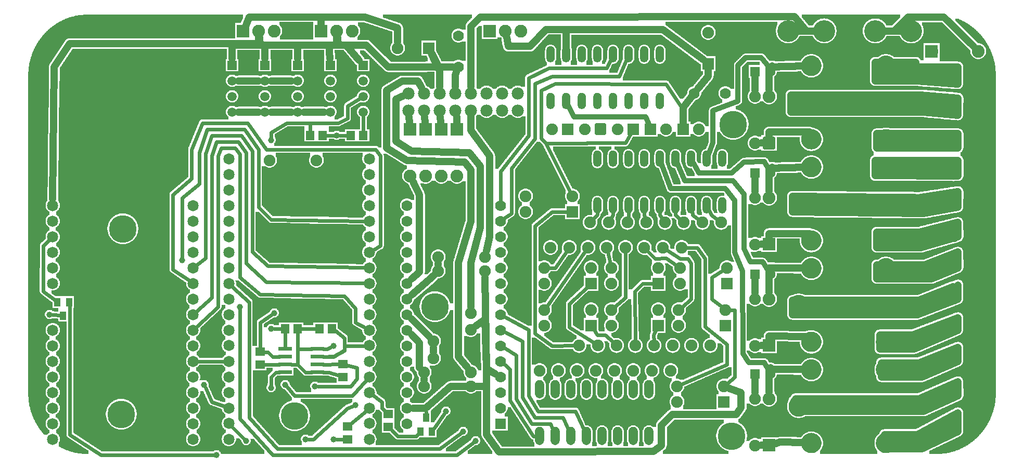
<source format=gtl>
G04 MADE WITH FRITZING*
G04 WWW.FRITZING.ORG*
G04 DOUBLE SIDED*
G04 HOLES PLATED*
G04 CONTOUR ON CENTER OF CONTOUR VECTOR*
%ASAXBY*%
%FSLAX23Y23*%
%MOIN*%
%OFA0B0*%
%SFA1.0B1.0*%
%ADD10C,0.075000*%
%ADD11C,0.039370*%
%ADD12C,0.059000*%
%ADD13C,0.071858*%
%ADD14C,0.058189*%
%ADD15C,0.082000*%
%ADD16C,0.129921*%
%ADD17C,0.070000*%
%ADD18C,0.052000*%
%ADD19C,0.078000*%
%ADD20C,0.140000*%
%ADD21C,0.088750*%
%ADD22C,0.062992*%
%ADD23C,0.177165*%
%ADD24R,0.059000X0.059000*%
%ADD25R,0.039370X0.055118*%
%ADD26R,0.055118X0.059055*%
%ADD27R,0.059055X0.055118*%
%ADD28R,0.075000X0.075000*%
%ADD29R,0.082000X0.082000*%
%ADD30R,0.062992X0.062992*%
%ADD31R,0.069972X0.070000*%
%ADD32C,0.024000*%
%ADD33C,0.048000*%
%ADD34C,0.032000*%
%ADD35C,0.020000*%
%ADD36R,0.001000X0.001000*%
%LNCOPPER1*%
G90*
G70*
G54D10*
X295Y2778D03*
X1717Y2760D03*
X2241Y2744D03*
X2989Y2552D03*
X4166Y2474D03*
X2985Y2122D03*
X356Y2581D03*
X3287Y1936D03*
X2386Y1869D03*
X2078Y1927D03*
X1577Y1467D03*
X1719Y969D03*
X3475Y1956D03*
X1222Y842D03*
X2885Y722D03*
X4296Y927D03*
X1221Y543D03*
X2650Y1692D03*
X4372Y475D03*
X1550Y366D03*
X5292Y2773D03*
X3161Y203D03*
X2805Y351D03*
X4183Y193D03*
G54D11*
X2017Y2086D03*
X1617Y946D03*
X1597Y2056D03*
X1877Y476D03*
X1597Y466D03*
X1997Y736D03*
X1027Y1286D03*
X1397Y986D03*
X1687Y486D03*
X1597Y846D03*
X2137Y356D03*
X1817Y136D03*
X1437Y126D03*
G54D10*
X3317Y576D03*
X3570Y737D03*
G54D12*
X1347Y2536D03*
X1347Y2436D03*
X1347Y2336D03*
X1347Y2236D03*
X1557Y2536D03*
X1557Y2436D03*
X1557Y2336D03*
X1557Y2236D03*
X1767Y2536D03*
X1767Y2436D03*
X1767Y2336D03*
X1767Y2236D03*
X2187Y2536D03*
X2187Y2436D03*
X2187Y2336D03*
X2187Y2236D03*
X1977Y2536D03*
X1977Y2436D03*
X1977Y2336D03*
X1977Y2236D03*
G54D11*
X2717Y316D03*
X1167Y486D03*
X1247Y36D03*
X177Y936D03*
X1997Y136D03*
X2827Y186D03*
X2907Y126D03*
G54D13*
X1097Y136D03*
X1097Y235D03*
X1097Y336D03*
X1097Y436D03*
X1097Y536D03*
X1097Y636D03*
X1097Y735D03*
X1097Y836D03*
X1097Y936D03*
X1097Y1036D03*
X1097Y1136D03*
X1097Y1235D03*
X1097Y1336D03*
X1097Y1435D03*
X1097Y1536D03*
X1097Y1636D03*
X198Y1636D03*
X198Y1536D03*
X198Y1435D03*
X198Y1336D03*
X198Y1235D03*
X198Y1136D03*
X198Y836D03*
X198Y735D03*
X198Y636D03*
X198Y536D03*
X198Y436D03*
X198Y336D03*
X198Y235D03*
X198Y136D03*
X2225Y136D03*
X2225Y237D03*
X2225Y336D03*
X2225Y436D03*
X2225Y536D03*
X2225Y636D03*
X2225Y737D03*
X2225Y836D03*
X2225Y936D03*
X2225Y1036D03*
X2225Y1136D03*
X2225Y1236D03*
X2225Y1336D03*
X2225Y1436D03*
X2225Y1536D03*
X2225Y1636D03*
X2225Y1735D03*
X2225Y1836D03*
X2225Y1936D03*
X1326Y1936D03*
X1326Y1836D03*
X1326Y1735D03*
X1326Y1636D03*
X1326Y1536D03*
X1326Y1436D03*
X1326Y1336D03*
X1326Y1236D03*
X1326Y1136D03*
X1326Y1036D03*
X1326Y936D03*
X1326Y836D03*
X1326Y737D03*
X1326Y636D03*
X1326Y536D03*
X1326Y436D03*
X1326Y336D03*
X1326Y237D03*
X1326Y136D03*
G54D10*
X3527Y1596D03*
X3227Y1596D03*
X3527Y1696D03*
X3227Y1696D03*
X3647Y1136D03*
X3347Y1136D03*
X3647Y1236D03*
X3347Y1236D03*
X4077Y1136D03*
X3777Y1136D03*
X4077Y1236D03*
X3777Y1236D03*
X4517Y1136D03*
X4217Y1136D03*
X4517Y1236D03*
X4217Y1236D03*
X4497Y376D03*
X4197Y376D03*
X4497Y476D03*
X4197Y476D03*
X4507Y866D03*
X4207Y866D03*
X4507Y966D03*
X4207Y966D03*
X4077Y866D03*
X3777Y866D03*
X4077Y966D03*
X3777Y966D03*
X3647Y866D03*
X3347Y866D03*
X3647Y966D03*
X3347Y966D03*
X4697Y96D03*
X4697Y396D03*
X4697Y736D03*
X4697Y1036D03*
X4697Y2036D03*
X4697Y2336D03*
X4697Y1386D03*
X4697Y1686D03*
X4157Y576D03*
X4410Y737D03*
X4037Y576D03*
X4290Y737D03*
X3917Y576D03*
X4170Y737D03*
X3797Y576D03*
X4050Y737D03*
X3677Y576D03*
X3930Y737D03*
X3557Y576D03*
X3810Y737D03*
X3437Y576D03*
X3690Y737D03*
X3867Y1366D03*
X4120Y1527D03*
X3747Y1366D03*
X4000Y1527D03*
X3627Y1366D03*
X3880Y1527D03*
X3507Y1366D03*
X3760Y1527D03*
X3987Y1366D03*
X4240Y1527D03*
X4107Y1366D03*
X4360Y1527D03*
X4227Y1366D03*
X4480Y1527D03*
X3387Y1366D03*
X3640Y1527D03*
G54D14*
X3317Y156D03*
X3417Y156D03*
X3917Y156D03*
X4017Y156D03*
X3517Y156D03*
X3617Y156D03*
X3817Y156D03*
X3717Y156D03*
X4017Y456D03*
X3917Y456D03*
X3817Y456D03*
X3717Y456D03*
X3617Y456D03*
X3517Y456D03*
X3417Y456D03*
X3317Y456D03*
X3317Y156D03*
X3417Y156D03*
X3917Y156D03*
X4017Y156D03*
X3517Y156D03*
X3617Y156D03*
X3817Y156D03*
X3717Y156D03*
X4017Y456D03*
X3917Y456D03*
X3817Y456D03*
X3717Y456D03*
X3617Y456D03*
X3517Y456D03*
X3417Y456D03*
X3317Y456D03*
G54D15*
X4787Y2038D03*
X4787Y2336D03*
X4787Y1388D03*
X4787Y1686D03*
X4787Y738D03*
X4787Y1036D03*
X4787Y98D03*
X4787Y396D03*
G54D16*
X4977Y2296D03*
X5058Y2060D03*
X5536Y2060D03*
X5058Y2532D03*
X5536Y2532D03*
X4977Y1646D03*
X5058Y1410D03*
X5536Y1410D03*
X5058Y1882D03*
X5536Y1882D03*
X4977Y996D03*
X5058Y760D03*
X5536Y760D03*
X5058Y1232D03*
X5536Y1232D03*
X4977Y346D03*
X5058Y110D03*
X5536Y110D03*
X5058Y582D03*
X5536Y582D03*
G54D10*
X2607Y2646D03*
X2407Y2646D03*
X4397Y2546D03*
X4397Y2746D03*
G54D17*
X4507Y2356D03*
X4307Y2356D03*
X2797Y2726D03*
X2797Y2526D03*
G54D10*
X4237Y2126D03*
X4337Y2126D03*
G54D15*
X2687Y2124D03*
X2687Y1826D03*
X2787Y2124D03*
X2787Y1826D03*
X2487Y2124D03*
X2487Y1826D03*
X2587Y2124D03*
X2587Y1826D03*
G54D18*
X3687Y1636D03*
X3787Y1636D03*
X4287Y1636D03*
X4387Y1636D03*
X3887Y1636D03*
X3987Y1636D03*
X4187Y1636D03*
X4087Y1636D03*
X4487Y1636D03*
X4487Y1936D03*
X4387Y1936D03*
X4287Y1936D03*
X4187Y1936D03*
X4087Y1936D03*
X3987Y1936D03*
X3887Y1936D03*
X3787Y1936D03*
X3687Y1936D03*
X3687Y1636D03*
X3787Y1636D03*
X4287Y1636D03*
X4387Y1636D03*
X3887Y1636D03*
X3987Y1636D03*
X4187Y1636D03*
X4087Y1636D03*
X4487Y1636D03*
X4487Y1936D03*
X4387Y1936D03*
X4287Y1936D03*
X4187Y1936D03*
X4087Y1936D03*
X3987Y1936D03*
X3887Y1936D03*
X3787Y1936D03*
X3687Y1936D03*
G54D10*
X2967Y1216D03*
X2667Y1216D03*
X2878Y945D03*
X2637Y766D03*
X2877Y566D03*
X2577Y566D03*
X2875Y838D03*
X2637Y656D03*
X1887Y1926D03*
X1587Y1926D03*
X2877Y476D03*
X2577Y476D03*
X2967Y1306D03*
X2667Y1306D03*
G54D19*
X3177Y2356D03*
X3077Y2356D03*
X2977Y2356D03*
X2877Y2356D03*
X2777Y2356D03*
X2677Y2356D03*
X2577Y2356D03*
X2477Y2356D03*
X2477Y2246D03*
X2577Y2246D03*
X2677Y2246D03*
X2777Y2246D03*
X2877Y2246D03*
X2977Y2246D03*
X3077Y2246D03*
X3177Y2246D03*
G54D18*
X3387Y2306D03*
X3487Y2306D03*
X3587Y2306D03*
X3687Y2306D03*
X3787Y2306D03*
X3887Y2306D03*
X3987Y2306D03*
X4087Y2306D03*
X4087Y2606D03*
X3987Y2606D03*
X3887Y2606D03*
X3787Y2606D03*
X3687Y2606D03*
X3587Y2606D03*
X3487Y2606D03*
X3387Y2606D03*
X3387Y2306D03*
X3487Y2306D03*
X3587Y2306D03*
X3687Y2306D03*
X3787Y2306D03*
X3887Y2306D03*
X3987Y2306D03*
X4087Y2306D03*
X4087Y2606D03*
X3987Y2606D03*
X3887Y2606D03*
X3787Y2606D03*
X3687Y2606D03*
X3587Y2606D03*
X3487Y2606D03*
X3387Y2606D03*
G54D10*
X3917Y2126D03*
X3817Y2126D03*
X3707Y2126D03*
X3607Y2126D03*
X3497Y2126D03*
X3397Y2126D03*
X4027Y2126D03*
X4127Y2126D03*
G54D20*
X4910Y2756D03*
X5140Y2756D03*
X5697Y2756D03*
X5467Y2756D03*
X4910Y2756D03*
X5140Y2756D03*
X5697Y2756D03*
X5467Y2756D03*
G54D15*
X5829Y2626D03*
X6127Y2626D03*
X1417Y2756D03*
X1517Y2756D03*
X1617Y2756D03*
X1917Y2756D03*
X2017Y2756D03*
X2117Y2756D03*
X2997Y2756D03*
X3097Y2756D03*
X3197Y2756D03*
G54D21*
X5967Y1246D03*
X5967Y1446D03*
X5967Y1646D03*
X5967Y1846D03*
X5967Y2046D03*
X5967Y2246D03*
X5967Y2446D03*
X5967Y246D03*
X5967Y446D03*
X5967Y646D03*
X5967Y846D03*
X5967Y1046D03*
X5967Y1246D03*
X5967Y1446D03*
G54D22*
X4697Y1196D03*
X4795Y1196D03*
X4697Y1846D03*
X4795Y1846D03*
X4697Y2496D03*
X4795Y2496D03*
X4697Y556D03*
X4795Y556D03*
G54D17*
X3067Y236D03*
X3067Y336D03*
X3067Y436D03*
X3067Y536D03*
X3067Y636D03*
X3067Y736D03*
X3067Y836D03*
X3067Y936D03*
X3067Y1036D03*
X3067Y1136D03*
X3067Y1236D03*
X3067Y1336D03*
X3067Y1436D03*
X3067Y1536D03*
X3067Y1636D03*
X2467Y236D03*
X2467Y336D03*
X2467Y436D03*
X2467Y536D03*
X2467Y636D03*
X2467Y736D03*
X2467Y836D03*
X2467Y936D03*
X2467Y1036D03*
X2467Y1136D03*
X2467Y1236D03*
X2467Y1336D03*
X2467Y1436D03*
X2467Y1536D03*
X2467Y1636D03*
G54D23*
X1747Y286D03*
X4547Y156D03*
X4557Y2156D03*
X2647Y986D03*
X637Y296D03*
X647Y1486D03*
G54D24*
X1347Y2536D03*
X1557Y2536D03*
X1767Y2536D03*
X2187Y2536D03*
X1977Y2536D03*
G54D25*
X264Y929D03*
X227Y1016D03*
X302Y1016D03*
X2590Y273D03*
X2627Y186D03*
X2552Y186D03*
G54D26*
X1906Y846D03*
X1987Y846D03*
G54D27*
X2057Y617D03*
X2057Y536D03*
G54D26*
X1686Y846D03*
X1767Y846D03*
G54D27*
X2087Y217D03*
X2087Y136D03*
X1527Y697D03*
X1527Y616D03*
G54D26*
X2188Y2086D03*
X2107Y2086D03*
X1928Y2086D03*
X1847Y2086D03*
G54D27*
X2347Y297D03*
X2347Y216D03*
G54D28*
X3527Y1596D03*
X3647Y1136D03*
X4077Y1136D03*
X4517Y1136D03*
X4497Y376D03*
X4507Y866D03*
X4077Y866D03*
X3647Y866D03*
G54D29*
X4787Y1387D03*
X4787Y737D03*
X4787Y97D03*
G54D28*
X2607Y2646D03*
X4397Y2546D03*
X4237Y2126D03*
G54D29*
X2687Y2125D03*
X2787Y2125D03*
X2487Y2125D03*
X2587Y2125D03*
G54D28*
X3917Y2126D03*
X3497Y2126D03*
X4027Y2126D03*
G54D29*
X5828Y2626D03*
X1417Y2756D03*
X1917Y2756D03*
X2997Y2756D03*
G54D30*
X4697Y1196D03*
X4697Y1846D03*
X4697Y2496D03*
X4697Y556D03*
G54D31*
X3067Y236D03*
G54D32*
X1528Y886D02*
X1601Y935D01*
D02*
X1527Y719D02*
X1528Y886D01*
G54D33*
D02*
X1808Y2236D02*
X1936Y2236D01*
G54D32*
D02*
X2036Y2086D02*
X2085Y2086D01*
D02*
X1998Y2086D02*
X1950Y2086D01*
D02*
X2307Y336D02*
X2307Y375D01*
D02*
X2307Y375D02*
X2250Y418D01*
D02*
X2325Y319D02*
X2307Y336D01*
D02*
X2107Y476D02*
X1896Y476D01*
D02*
X2147Y526D02*
X2107Y476D01*
D02*
X2147Y596D02*
X2147Y526D01*
D02*
X2081Y611D02*
X2147Y596D01*
D02*
X2188Y2110D02*
X2187Y2206D01*
D02*
X1598Y2106D02*
X1597Y2075D01*
D02*
X1697Y2165D02*
X1598Y2106D01*
D02*
X1847Y2165D02*
X1697Y2165D01*
D02*
X1847Y2110D02*
X1847Y2165D01*
D02*
X1818Y566D02*
X1855Y566D01*
D02*
X1597Y536D02*
X1597Y485D01*
D02*
X1627Y566D02*
X1597Y536D01*
D02*
X1649Y566D02*
X1627Y566D01*
D02*
X1957Y716D02*
X1980Y728D01*
D02*
X1686Y822D02*
X1687Y722D01*
D02*
X1768Y616D02*
X1818Y566D01*
D02*
X1725Y616D02*
X1768Y616D01*
D02*
X1768Y716D02*
X1768Y616D01*
D02*
X1768Y616D02*
X1725Y616D01*
D02*
X1855Y716D02*
X1768Y716D01*
D02*
X1931Y716D02*
X1957Y716D01*
D02*
X1789Y846D02*
X1884Y846D01*
D02*
X1768Y716D02*
X1767Y822D01*
D02*
X2067Y707D02*
X2067Y786D01*
D02*
X1998Y666D02*
X2067Y707D01*
D02*
X2067Y786D02*
X2009Y830D01*
D02*
X1931Y666D02*
X1998Y666D01*
D02*
X1966Y566D02*
X2033Y544D01*
D02*
X1931Y566D02*
X1966Y566D01*
D02*
X2033Y617D02*
X1931Y616D01*
D02*
X1577Y696D02*
X1551Y696D01*
D02*
X1607Y666D02*
X1577Y696D01*
D02*
X1649Y666D02*
X1607Y666D01*
D02*
X1649Y616D02*
X1551Y616D01*
D02*
X1855Y716D02*
X1768Y716D01*
D02*
X1747Y416D02*
X2117Y416D01*
D02*
X2117Y416D02*
X2205Y513D01*
D02*
X1664Y846D02*
X1616Y846D01*
D02*
X1699Y472D02*
X1747Y416D01*
D02*
X2067Y706D02*
X2067Y735D01*
D02*
X2067Y735D02*
X2195Y736D01*
D02*
X1998Y667D02*
X2067Y706D01*
D02*
X1931Y666D02*
X1998Y667D01*
D02*
X2086Y2196D02*
X2027Y2165D01*
D02*
X2087Y2276D02*
X2086Y2196D01*
D02*
X1697Y2166D02*
X1598Y2106D01*
D02*
X1598Y2106D02*
X1597Y2075D01*
D02*
X2027Y2165D02*
X1697Y2166D01*
D02*
X2162Y2321D02*
X2087Y2276D01*
D02*
X1348Y215D02*
X1424Y139D01*
D02*
X1517Y1996D02*
X1426Y2126D01*
D02*
X1137Y1976D02*
X1137Y1776D01*
D02*
X1137Y1776D02*
X1027Y1686D01*
D02*
X1027Y1686D02*
X1027Y1305D01*
D02*
X1426Y2126D02*
X1187Y2126D01*
D02*
X1187Y2126D02*
X1137Y1976D01*
D02*
X1517Y1626D02*
X1517Y1996D01*
D02*
X1597Y1546D02*
X1517Y1626D01*
D02*
X2195Y1536D02*
X1597Y1546D01*
D02*
X1216Y376D02*
X1297Y347D01*
D02*
X1175Y469D02*
X1216Y376D01*
D02*
X1128Y636D02*
X1295Y636D01*
G54D33*
D02*
X2078Y2666D02*
X2018Y2666D01*
D02*
X2018Y2666D02*
X2017Y2713D01*
D02*
X2161Y2567D02*
X2078Y2666D01*
G54D32*
D02*
X1257Y1956D02*
X1276Y2006D01*
D02*
X1397Y1966D02*
X1396Y1175D01*
D02*
X1367Y2006D02*
X1397Y1966D01*
D02*
X2137Y886D02*
X2199Y851D01*
D02*
X2137Y976D02*
X2137Y886D01*
D02*
X2068Y1056D02*
X2137Y976D01*
D02*
X1527Y1065D02*
X2068Y1056D01*
D02*
X1396Y1175D02*
X1527Y1065D01*
D02*
X1276Y2006D02*
X1367Y2006D01*
D02*
X1257Y986D02*
X1257Y1956D01*
D02*
X1119Y857D02*
X1257Y986D01*
D02*
X1217Y1956D02*
X1247Y2046D01*
D02*
X1437Y1976D02*
X1437Y1266D01*
D02*
X1567Y1146D02*
X2195Y1137D01*
D02*
X1437Y1266D02*
X1567Y1146D01*
D02*
X1217Y1045D02*
X1217Y1956D01*
D02*
X1247Y2046D02*
X1387Y2046D01*
D02*
X1387Y2046D02*
X1437Y1976D01*
D02*
X1120Y957D02*
X1217Y1045D01*
D02*
X1177Y1967D02*
X1177Y1297D01*
D02*
X1476Y1986D02*
X1407Y2086D01*
D02*
X1407Y2086D02*
X1217Y2086D01*
D02*
X1217Y2086D02*
X1177Y1967D01*
D02*
X1177Y1297D02*
X1121Y1254D01*
D02*
X1476Y1337D02*
X1476Y1986D01*
D02*
X1577Y1247D02*
X1476Y1337D01*
D02*
X2195Y1237D02*
X1577Y1247D01*
D02*
X1567Y1996D02*
X1446Y2166D01*
D02*
X1446Y2166D02*
X1157Y2166D01*
D02*
X1157Y2166D02*
X1087Y1996D01*
D02*
X1087Y1807D02*
X967Y1705D01*
D02*
X967Y1705D02*
X967Y1226D01*
D02*
X2297Y1956D02*
X2267Y1996D01*
D02*
X2267Y1996D02*
X1567Y1996D01*
D02*
X1087Y1996D02*
X1087Y1807D01*
D02*
X967Y1226D02*
X1072Y1153D01*
D02*
X2297Y1377D02*
X2297Y1956D01*
D02*
X2252Y1351D02*
X2297Y1377D01*
G54D33*
D02*
X1516Y2236D02*
X1388Y2236D01*
D02*
X1516Y2436D02*
X1388Y2436D01*
G54D32*
D02*
X1867Y136D02*
X2087Y336D01*
D02*
X2087Y336D02*
X2119Y349D01*
D02*
X1836Y136D02*
X1867Y136D01*
G54D33*
D02*
X1527Y2666D02*
X1522Y2713D01*
D02*
X1347Y2666D02*
X1527Y2666D01*
D02*
X1347Y2577D02*
X1347Y2666D01*
D02*
X1558Y2666D02*
X1557Y2577D01*
D02*
X1517Y2666D02*
X1558Y2666D01*
D02*
X1517Y2713D02*
X1517Y2666D01*
D02*
X1768Y2666D02*
X1767Y2577D01*
D02*
X1517Y2666D02*
X1768Y2666D01*
D02*
X1517Y2713D02*
X1517Y2666D01*
D02*
X2027Y2666D02*
X1967Y2666D01*
D02*
X1967Y2666D02*
X1974Y2577D01*
D02*
X2022Y2713D02*
X2027Y2666D01*
D02*
X1726Y2236D02*
X1598Y2236D01*
D02*
X1598Y2436D02*
X1726Y2436D01*
G54D32*
D02*
X250Y930D02*
X196Y935D01*
D02*
X138Y1378D02*
X136Y1086D01*
D02*
X136Y1086D02*
X213Y1027D01*
D02*
X176Y1414D02*
X138Y1378D01*
D02*
X2016Y136D02*
X2063Y136D01*
G54D33*
D02*
X208Y2526D02*
X198Y1678D01*
D02*
X307Y2675D02*
X208Y2526D01*
D02*
X1517Y2675D02*
X307Y2675D01*
D02*
X1517Y2713D02*
X1517Y2675D01*
G54D32*
D02*
X307Y976D02*
X307Y165D01*
D02*
X307Y165D02*
X506Y35D01*
D02*
X506Y35D02*
X1228Y36D01*
D02*
X305Y994D02*
X307Y976D01*
G54D33*
D02*
X1918Y2846D02*
X1917Y2799D01*
D02*
X1457Y2846D02*
X1918Y2846D01*
D02*
X1435Y2795D02*
X1457Y2846D01*
D02*
X1517Y2666D02*
X2018Y2666D01*
D02*
X2018Y2666D02*
X2017Y2713D01*
D02*
X1517Y2713D02*
X1517Y2666D01*
D02*
X2407Y2775D02*
X2407Y2686D01*
D02*
X2197Y2845D02*
X2407Y2775D01*
D02*
X1918Y2846D02*
X2197Y2845D01*
D02*
X1917Y2799D02*
X1918Y2846D01*
D02*
X2348Y2526D02*
X2669Y2526D01*
D02*
X2206Y2665D02*
X2348Y2526D01*
D02*
X2018Y2666D02*
X2206Y2665D01*
D02*
X2669Y2526D02*
X2625Y2611D01*
D02*
X2017Y2713D02*
X2018Y2666D01*
G54D32*
D02*
X4419Y1036D02*
X4485Y984D01*
D02*
X4419Y1175D02*
X4419Y1036D01*
D02*
X4493Y1221D02*
X4419Y1175D01*
D02*
X1457Y276D02*
X1457Y1015D01*
D02*
X1457Y1015D02*
X1348Y1115D01*
D02*
X1637Y76D02*
X1457Y276D01*
D02*
X2677Y76D02*
X1637Y76D01*
D02*
X1607Y36D02*
X1397Y267D01*
D02*
X1397Y267D02*
X1397Y967D01*
D02*
X2787Y36D02*
X1607Y36D01*
D02*
X2892Y115D02*
X2787Y36D01*
D02*
X2812Y175D02*
X2677Y76D01*
D02*
X2527Y156D02*
X2538Y169D01*
D02*
X2111Y237D02*
X2202Y316D01*
D02*
X2407Y156D02*
X2527Y156D01*
D02*
X2369Y194D02*
X2407Y156D01*
D02*
X2587Y335D02*
X2496Y336D01*
D02*
X2589Y295D02*
X2587Y335D01*
D02*
X2706Y300D02*
X2641Y206D01*
G54D33*
D02*
X4697Y518D02*
X4697Y436D01*
D02*
X4697Y1158D02*
X4697Y1076D01*
D02*
X4744Y737D02*
X4737Y737D01*
D02*
X4744Y2037D02*
X4737Y2037D01*
D02*
X4697Y2458D02*
X4697Y2376D01*
D02*
X4744Y1387D02*
X4737Y1387D01*
D02*
X4697Y1726D02*
X4697Y1808D01*
G54D32*
D02*
X3886Y1575D02*
X3884Y1555D01*
D02*
X4187Y1575D02*
X4219Y1546D01*
D02*
X4187Y1609D02*
X4187Y1575D01*
D02*
X4087Y1575D02*
X4104Y1551D01*
D02*
X4087Y1609D02*
X4087Y1575D01*
D02*
X3987Y1575D02*
X3992Y1555D01*
D02*
X3987Y1609D02*
X3987Y1575D01*
D02*
X3887Y1609D02*
X3886Y1575D01*
D02*
X3786Y1575D02*
X3774Y1552D01*
D02*
X3787Y1609D02*
X3786Y1575D01*
D02*
X3686Y1577D02*
X3659Y1548D01*
D02*
X3686Y1609D02*
X3686Y1577D01*
G54D33*
D02*
X2667Y2526D02*
X2625Y2610D01*
D02*
X2760Y2526D02*
X2667Y2526D01*
D02*
X2776Y2476D02*
X2777Y2397D01*
D02*
X2783Y2492D02*
X2776Y2476D01*
D02*
X2678Y2525D02*
X2677Y2397D01*
D02*
X2667Y2515D02*
X2678Y2525D01*
D02*
X2624Y2610D02*
X2667Y2515D01*
D02*
X4744Y97D02*
X4737Y97D01*
G54D32*
D02*
X4417Y1575D02*
X4457Y1545D01*
D02*
X4399Y1612D02*
X4417Y1575D01*
D02*
X4297Y1575D02*
X4337Y1545D01*
D02*
X4292Y1609D02*
X4297Y1575D01*
D02*
X3867Y2037D02*
X3378Y2036D01*
D02*
X3357Y2035D02*
X3514Y1722D01*
D02*
X3529Y2036D02*
X3357Y2035D01*
D02*
X3378Y2036D02*
X3529Y2036D01*
G54D34*
D02*
X3537Y2205D02*
X3998Y2205D01*
D02*
X3998Y2205D02*
X4015Y2158D01*
D02*
X3501Y2277D02*
X3537Y2205D01*
G54D33*
D02*
X4166Y295D02*
X4097Y226D01*
D02*
X4097Y95D02*
X4046Y57D01*
D02*
X4097Y226D02*
X4097Y95D01*
D02*
X4577Y295D02*
X4166Y295D01*
D02*
X4608Y337D02*
X4577Y295D01*
D02*
X4046Y57D02*
X3308Y56D01*
D02*
X2978Y166D02*
X2977Y476D01*
D02*
X2877Y476D02*
X2747Y476D01*
D02*
X2977Y476D02*
X2877Y476D01*
D02*
X2587Y335D02*
X2507Y336D01*
D02*
X2747Y476D02*
X2587Y335D01*
D02*
X3056Y56D02*
X2978Y166D01*
D02*
X3308Y56D02*
X3056Y56D01*
D02*
X4608Y435D02*
X4608Y337D01*
D02*
X4534Y462D02*
X4608Y435D01*
G54D32*
D02*
X3753Y1338D02*
X3771Y1264D01*
D02*
X4046Y806D02*
X4064Y840D01*
D02*
X4049Y766D02*
X4046Y806D01*
D02*
X4517Y616D02*
X4223Y487D01*
D02*
X4516Y746D02*
X4517Y616D01*
D02*
X4376Y858D02*
X4516Y746D01*
D02*
X4376Y1296D02*
X4376Y858D01*
D02*
X4327Y1366D02*
X4376Y1296D01*
D02*
X4256Y1366D02*
X4327Y1366D01*
D02*
X4536Y966D02*
X4567Y965D01*
D02*
X4567Y965D02*
X4568Y536D01*
D02*
X4568Y536D02*
X4519Y495D01*
D02*
X3508Y856D02*
X3508Y1005D01*
D02*
X3508Y1005D02*
X3626Y1116D01*
D02*
X3666Y753D02*
X3508Y856D01*
D02*
X3398Y1595D02*
X3498Y1596D01*
D02*
X3287Y816D02*
X3287Y1505D01*
D02*
X3287Y1505D02*
X3398Y1595D01*
D02*
X3397Y735D02*
X3287Y816D01*
D02*
X3541Y737D02*
X3397Y735D01*
D02*
X3978Y1135D02*
X4048Y1136D01*
D02*
X3926Y1086D02*
X3978Y1135D01*
D02*
X3930Y766D02*
X3926Y1086D01*
D02*
X3737Y805D02*
X3687Y806D01*
D02*
X3687Y806D02*
X3663Y842D01*
D02*
X3789Y757D02*
X3737Y805D01*
D02*
X3611Y1343D02*
X3363Y989D01*
D02*
X3418Y1236D02*
X3376Y1236D01*
D02*
X3491Y1342D02*
X3418Y1236D01*
D02*
X4216Y1296D02*
X4267Y1296D01*
D02*
X4131Y1351D02*
X4217Y1296D01*
D02*
X4287Y1266D02*
X4287Y1036D01*
D02*
X4267Y1296D02*
X4287Y1266D01*
D02*
X4287Y1036D02*
X4229Y985D01*
D02*
X4057Y1296D02*
X4128Y1297D01*
D02*
X4128Y1297D02*
X4193Y1252D01*
D02*
X4007Y1346D02*
X4057Y1296D01*
D02*
X3866Y1046D02*
X3798Y985D01*
D02*
X3867Y1337D02*
X3866Y1046D01*
G54D33*
D02*
X5678Y2844D02*
X5587Y2756D01*
D02*
X5587Y2756D02*
X5698Y2756D01*
D02*
X5698Y2756D02*
X5539Y2756D01*
D02*
X5908Y2846D02*
X5678Y2844D01*
D02*
X6096Y2657D02*
X5908Y2846D01*
D02*
X2937Y2846D02*
X2877Y2786D01*
D02*
X4949Y2847D02*
X2937Y2846D01*
D02*
X5027Y2756D02*
X4949Y2847D01*
D02*
X5141Y2756D02*
X5027Y2756D01*
D02*
X4397Y2466D02*
X4331Y2385D01*
D02*
X4397Y2506D02*
X4397Y2466D01*
D02*
X3256Y2657D02*
X3116Y2657D01*
D02*
X3356Y2766D02*
X3256Y2657D01*
D02*
X4106Y2766D02*
X3356Y2766D01*
D02*
X3116Y2657D02*
X3105Y2714D01*
D02*
X4365Y2570D02*
X4106Y2766D01*
D02*
X2877Y2786D02*
X2877Y2397D01*
D02*
X4982Y2756D02*
X5141Y2756D01*
D02*
X5967Y226D02*
X5977Y257D01*
D02*
X5737Y986D02*
X4957Y986D01*
D02*
X5777Y986D02*
X5777Y1016D01*
D02*
X5957Y1055D02*
X5777Y986D01*
D02*
X5777Y1016D02*
X5737Y986D01*
D02*
X4957Y986D02*
X5737Y976D01*
D02*
X5997Y1126D02*
X5957Y1055D01*
D02*
X5017Y976D02*
X5020Y975D01*
D02*
X5737Y976D02*
X5017Y976D01*
D02*
X5746Y1027D02*
X4937Y1027D01*
D02*
X4937Y1027D02*
X4937Y935D01*
D02*
X5737Y935D02*
X5997Y1036D01*
D02*
X4937Y935D02*
X5737Y935D01*
D02*
X5997Y1036D02*
X5997Y1126D01*
D02*
X5966Y1116D02*
X5746Y1027D01*
D02*
X5768Y986D02*
X5966Y1116D01*
D02*
X5922Y1032D02*
X5768Y986D01*
D02*
X4967Y357D02*
X4945Y381D01*
D02*
X5757Y117D02*
X5537Y96D01*
D02*
X5537Y96D02*
X5747Y96D01*
D02*
X5747Y96D02*
X5967Y226D01*
D02*
X5558Y125D02*
X5527Y125D01*
D02*
X5747Y125D02*
X5558Y125D01*
D02*
X5977Y257D02*
X5747Y125D01*
D02*
X5527Y76D02*
X5767Y76D01*
D02*
X5527Y166D02*
X5527Y76D01*
D02*
X5527Y125D02*
X5527Y166D01*
D02*
X5961Y190D02*
X5757Y117D01*
D02*
X5737Y166D02*
X5527Y166D01*
D02*
X5997Y186D02*
X5997Y306D01*
D02*
X5527Y166D02*
X5528Y157D01*
D02*
X5997Y306D02*
X5737Y166D01*
D02*
X5767Y76D02*
X5997Y186D01*
D02*
X5962Y200D02*
X5961Y190D01*
D02*
X5967Y446D02*
X5917Y440D01*
D02*
X5747Y356D02*
X5967Y446D01*
D02*
X5777Y316D02*
X5997Y416D01*
D02*
X5997Y416D02*
X5997Y505D01*
D02*
X5997Y505D02*
X5747Y396D01*
D02*
X5747Y396D02*
X5747Y356D01*
D02*
X5777Y316D02*
X5747Y356D01*
D02*
X5747Y356D02*
X4967Y357D01*
D02*
X4957Y316D02*
X5777Y316D01*
D02*
X4957Y396D02*
X4957Y316D01*
D02*
X5747Y396D02*
X4957Y396D01*
D02*
X5917Y440D02*
X5777Y316D01*
D02*
X5757Y356D02*
X5747Y396D01*
D02*
X5924Y428D02*
X5757Y356D01*
D02*
X4237Y2266D02*
X4237Y2166D01*
D02*
X4106Y2766D02*
X3487Y2766D01*
D02*
X3487Y2766D02*
X3487Y2644D01*
D02*
X4365Y2570D02*
X4106Y2766D01*
D02*
X4307Y2356D02*
X4237Y2266D01*
G54D32*
D02*
X3248Y2085D02*
X3246Y2456D01*
D02*
X3067Y1856D02*
X3248Y2085D01*
D02*
X3137Y1586D02*
X3138Y1875D01*
D02*
X3377Y2517D02*
X3746Y2517D01*
D02*
X3246Y2456D02*
X3377Y2517D01*
D02*
X3288Y2066D02*
X3286Y2417D01*
D02*
X3138Y1875D02*
X3288Y2066D01*
D02*
X3746Y2517D02*
X3776Y2581D01*
D02*
X3828Y2465D02*
X3877Y2581D01*
D02*
X3398Y2465D02*
X3828Y2465D01*
D02*
X3285Y2417D02*
X3398Y2465D01*
D02*
X3067Y1665D02*
X3067Y1856D01*
D02*
X3091Y1553D02*
X3137Y1586D01*
D02*
X3357Y2036D02*
X3328Y2067D01*
D02*
X3867Y2037D02*
X3357Y2036D01*
D02*
X3416Y2417D02*
X4127Y2416D01*
D02*
X3328Y2376D02*
X3416Y2417D01*
D02*
X3328Y2067D02*
X3328Y2376D01*
D02*
X4227Y2266D02*
X4235Y2155D01*
D02*
X4127Y2416D02*
X4227Y2266D01*
D02*
X3903Y2101D02*
X3867Y2037D01*
G54D33*
D02*
X2787Y2196D02*
X2787Y2167D01*
D02*
X2785Y2206D02*
X2787Y2196D01*
D02*
X2680Y2205D02*
X2683Y2167D01*
D02*
X2580Y2205D02*
X2583Y2167D01*
D02*
X2480Y2205D02*
X2483Y2167D01*
D02*
X2877Y1267D02*
X2878Y985D01*
D02*
X2937Y1496D02*
X2877Y1267D01*
D02*
X2936Y1887D02*
X2937Y1496D01*
D02*
X2867Y1976D02*
X2936Y1887D01*
D02*
X2496Y1985D02*
X2867Y1976D01*
D02*
X2997Y1956D02*
X2997Y1435D01*
D02*
X2997Y1435D02*
X2976Y1345D01*
D02*
X2797Y1267D02*
X2797Y666D01*
D02*
X2876Y1535D02*
X2797Y1267D01*
D02*
X2797Y666D02*
X2852Y597D01*
D02*
X2438Y2435D02*
X2338Y2376D01*
D02*
X2538Y2435D02*
X2438Y2435D01*
D02*
X2338Y2006D02*
X2466Y1925D01*
D02*
X2338Y2376D02*
X2338Y2006D01*
D02*
X2838Y1916D02*
X2876Y1866D01*
D02*
X2466Y1925D02*
X2838Y1916D01*
D02*
X2876Y1866D02*
X2876Y1535D01*
D02*
X2559Y2393D02*
X2538Y2435D01*
D02*
X2398Y2047D02*
X2496Y1985D01*
D02*
X2397Y2317D02*
X2398Y2047D01*
D02*
X2440Y2338D02*
X2397Y2317D01*
D02*
X2877Y2117D02*
X2997Y1956D01*
D02*
X2877Y2205D02*
X2877Y2117D01*
G54D34*
D02*
X4547Y1845D02*
X4338Y1844D01*
D02*
X4628Y1916D02*
X4547Y1845D01*
D02*
X4758Y1917D02*
X4628Y1916D01*
D02*
X4338Y1844D02*
X4303Y1907D01*
D02*
X4780Y1875D02*
X4758Y1917D01*
D02*
X4245Y1796D02*
X4558Y1795D01*
D02*
X4628Y1707D02*
X4627Y1357D01*
D02*
X4558Y1795D02*
X4628Y1707D01*
D02*
X4627Y1357D02*
X4668Y1275D01*
D02*
X4745Y1275D02*
X4778Y1223D01*
D02*
X4668Y1275D02*
X4745Y1275D01*
D02*
X4200Y1906D02*
X4245Y1796D01*
D02*
X4156Y1744D02*
X4508Y1745D01*
D02*
X4619Y684D02*
X4658Y627D01*
D02*
X4616Y1216D02*
X4619Y684D01*
D02*
X4567Y1335D02*
X4616Y1216D01*
D02*
X4567Y1667D02*
X4567Y1335D01*
D02*
X4508Y1745D02*
X4567Y1667D01*
D02*
X4758Y627D02*
X4780Y585D01*
D02*
X4658Y627D02*
X4758Y627D01*
D02*
X4098Y1905D02*
X4156Y1744D01*
D02*
X4788Y2335D02*
X4794Y2464D01*
D02*
X4786Y2526D02*
X4788Y2335D01*
D02*
X4588Y2535D02*
X4638Y2585D01*
D02*
X4588Y2306D02*
X4588Y2535D01*
D02*
X4638Y2585D02*
X4738Y2585D01*
D02*
X4738Y2585D02*
X4786Y2526D01*
D02*
X4427Y2244D02*
X4588Y2306D01*
D02*
X4427Y2037D02*
X4427Y2244D01*
D02*
X4399Y1966D02*
X4427Y2037D01*
G54D32*
D02*
X3277Y156D02*
X3287Y156D01*
D02*
X3128Y386D02*
X3277Y156D01*
D02*
X3127Y586D02*
X3128Y386D01*
D02*
X3089Y617D02*
X3127Y586D01*
D02*
X3387Y236D02*
X3267Y236D01*
D02*
X3167Y396D02*
X3167Y676D01*
D02*
X3267Y236D02*
X3167Y396D01*
D02*
X3167Y676D02*
X3092Y721D01*
D02*
X3407Y184D02*
X3387Y236D01*
D02*
X3207Y406D02*
X3207Y766D01*
D02*
X3287Y276D02*
X3207Y406D01*
D02*
X3207Y766D02*
X3093Y823D01*
D02*
X3467Y276D02*
X3287Y276D01*
D02*
X3505Y184D02*
X3467Y276D01*
D02*
X3307Y316D02*
X3547Y316D01*
D02*
X3547Y316D02*
X3605Y184D01*
D02*
X3247Y415D02*
X3307Y316D01*
D02*
X3247Y837D02*
X3247Y415D01*
D02*
X3093Y922D02*
X3247Y837D01*
G54D33*
D02*
X4787Y2525D02*
X4787Y2379D01*
D02*
X5010Y2531D02*
X4787Y2525D01*
D02*
X4786Y2107D02*
X4787Y2081D01*
D02*
X5047Y2107D02*
X4786Y2107D01*
D02*
X5047Y2106D02*
X5047Y2107D01*
D02*
X4787Y1876D02*
X4787Y1729D01*
D02*
X5010Y1881D02*
X4787Y1876D01*
D02*
X4786Y1456D02*
X4787Y1431D01*
D02*
X5047Y1456D02*
X4786Y1456D01*
D02*
X5047Y1456D02*
X5047Y1456D01*
D02*
X4787Y1236D02*
X4787Y1079D01*
D02*
X5010Y1233D02*
X4787Y1236D01*
D02*
X4786Y797D02*
X4786Y781D01*
D02*
X5028Y795D02*
X4786Y797D01*
D02*
X5027Y796D02*
X5028Y795D01*
D02*
X4857Y117D02*
X4829Y109D01*
D02*
X5006Y116D02*
X4857Y117D01*
D02*
X5010Y115D02*
X5006Y116D01*
D02*
X4787Y586D02*
X4787Y439D01*
D02*
X5010Y583D02*
X4787Y586D01*
D02*
X4797Y586D02*
X4797Y594D01*
D02*
X5010Y583D02*
X4797Y586D01*
D02*
X4797Y1236D02*
X4797Y1234D01*
D02*
X5010Y1233D02*
X4797Y1236D01*
D02*
X4806Y2526D02*
X4808Y2532D01*
D02*
X5010Y2531D02*
X4806Y2526D01*
D02*
X4806Y1876D02*
X4808Y1882D01*
D02*
X5010Y1881D02*
X4806Y1876D01*
D02*
X5987Y1876D02*
X5757Y1876D01*
D02*
X5987Y1827D02*
X5987Y1876D01*
D02*
X5757Y1876D02*
X5584Y1881D01*
D02*
X5996Y1926D02*
X5987Y1827D01*
D02*
X5987Y1886D02*
X5997Y1926D01*
D02*
X5557Y1886D02*
X5987Y1886D01*
D02*
X5997Y1826D02*
X5497Y1897D01*
D02*
X5997Y1926D02*
X5997Y1826D01*
D02*
X5497Y1897D02*
X5497Y1856D01*
D02*
X5497Y1856D02*
X5996Y1856D01*
D02*
X5996Y1856D02*
X5997Y1826D01*
D02*
X5997Y1826D02*
X5468Y1827D01*
D02*
X5468Y1926D02*
X5996Y1926D01*
D02*
X5468Y1827D02*
X5468Y1926D01*
D02*
X5837Y1836D02*
X5557Y1886D01*
D02*
X5921Y1843D02*
X5837Y1836D01*
D02*
X4966Y1656D02*
X5968Y1666D01*
D02*
X5888Y1686D02*
X4936Y1695D01*
D02*
X5987Y1676D02*
X5727Y1637D01*
D02*
X5727Y1637D02*
X5025Y1645D01*
D02*
X4988Y1626D02*
X5987Y1676D01*
D02*
X5677Y1676D02*
X4966Y1656D01*
D02*
X5776Y1586D02*
X5997Y1625D01*
D02*
X5757Y1676D02*
X5888Y1686D01*
D02*
X4936Y1695D02*
X4937Y1595D01*
D02*
X4937Y1595D02*
X5776Y1586D01*
D02*
X5997Y1725D02*
X5677Y1676D01*
D02*
X5737Y1616D02*
X4988Y1626D01*
D02*
X5968Y1666D02*
X5737Y1616D01*
D02*
X5997Y1625D02*
X5997Y1725D01*
D02*
X5758Y1646D02*
X5757Y1676D01*
D02*
X5920Y1646D02*
X5758Y1646D01*
D02*
X5757Y1366D02*
X5477Y1366D01*
D02*
X5817Y1466D02*
X5767Y1406D01*
D02*
X5477Y1466D02*
X5817Y1466D01*
D02*
X5477Y1366D02*
X5477Y1466D01*
D02*
X5767Y1406D02*
X5584Y1409D01*
D02*
X5997Y1436D02*
X5757Y1366D01*
D02*
X5727Y1426D02*
X5947Y1495D01*
D02*
X5947Y1495D02*
X5968Y1456D01*
D02*
X5788Y1406D02*
X5727Y1426D01*
D02*
X5968Y1456D02*
X5777Y1416D01*
D02*
X5957Y1466D02*
X5788Y1406D01*
D02*
X5507Y1436D02*
X5722Y1458D01*
D02*
X5507Y1406D02*
X5507Y1436D01*
D02*
X5722Y1458D02*
X5997Y1527D01*
D02*
X5997Y1527D02*
X5997Y1436D01*
D02*
X5777Y1416D02*
X5507Y1406D01*
D02*
X5946Y1488D02*
X5957Y1466D01*
D02*
X5807Y1255D02*
X5847Y1266D01*
D02*
X5507Y1226D02*
X5747Y1226D01*
D02*
X5767Y1226D02*
X5507Y1226D01*
D02*
X5967Y1296D02*
X5767Y1226D01*
D02*
X5967Y1255D02*
X5967Y1296D01*
D02*
X5767Y1186D02*
X5967Y1255D01*
D02*
X5507Y1186D02*
X5767Y1186D01*
D02*
X5997Y1236D02*
X5827Y1166D01*
D02*
X5767Y1247D02*
X5997Y1337D01*
D02*
X5827Y1166D02*
X5477Y1166D01*
D02*
X5847Y1266D02*
X5507Y1186D01*
D02*
X5747Y1226D02*
X5777Y1227D01*
D02*
X5477Y1255D02*
X5807Y1255D01*
D02*
X5477Y1166D02*
X5477Y1255D01*
D02*
X5777Y1227D02*
X5584Y1231D01*
D02*
X5997Y1337D02*
X5997Y1236D01*
D02*
X5757Y1227D02*
X5767Y1247D01*
D02*
X5921Y1242D02*
X5757Y1227D01*
D02*
X5767Y756D02*
X5584Y759D01*
D02*
X5997Y916D02*
X5767Y756D01*
D02*
X5527Y756D02*
X5677Y756D01*
D02*
X5767Y766D02*
X5997Y916D01*
D02*
X5707Y806D02*
X5997Y916D01*
D02*
X5517Y785D02*
X5527Y756D01*
D02*
X5756Y796D02*
X5517Y785D01*
D02*
X5957Y886D02*
X5756Y796D01*
D02*
X5967Y866D02*
X5957Y886D01*
D02*
X5997Y836D02*
X5717Y716D01*
D02*
X5677Y756D02*
X5767Y766D01*
D02*
X5717Y716D02*
X5497Y716D01*
D02*
X5997Y916D02*
X5997Y836D01*
D02*
X5497Y716D02*
X5497Y806D01*
D02*
X5497Y806D02*
X5707Y806D01*
D02*
X5767Y756D02*
X5967Y866D01*
D02*
X5925Y827D02*
X5767Y756D01*
D02*
X5756Y595D02*
X5537Y586D01*
D02*
X5756Y546D02*
X5756Y595D01*
D02*
X5537Y586D02*
X5977Y655D01*
D02*
X5977Y655D02*
X5756Y566D01*
D02*
X5756Y566D02*
X5584Y579D01*
D02*
X5977Y636D02*
X5756Y546D01*
D02*
X5777Y626D02*
X5777Y586D01*
D02*
X5997Y726D02*
X5777Y626D01*
D02*
X5997Y636D02*
X5997Y726D01*
D02*
X5767Y535D02*
X5997Y636D01*
D02*
X5506Y535D02*
X5767Y535D01*
D02*
X5777Y586D02*
X5977Y636D01*
D02*
X5957Y676D02*
X5547Y576D01*
D02*
X5747Y626D02*
X5506Y626D01*
D02*
X5997Y726D02*
X5747Y626D01*
D02*
X5767Y626D02*
X5997Y726D01*
D02*
X5506Y626D02*
X5506Y535D01*
D02*
X5547Y576D02*
X5767Y626D01*
D02*
X5953Y690D02*
X5957Y676D01*
D02*
X5507Y2457D02*
X5920Y2447D01*
D02*
X5977Y2446D02*
X5507Y2457D01*
D02*
X5977Y2486D02*
X5977Y2446D01*
D02*
X5507Y2486D02*
X5977Y2486D01*
D02*
X5507Y2526D02*
X5507Y2486D01*
D02*
X5697Y2526D02*
X5507Y2526D01*
D02*
X5997Y2526D02*
X5697Y2526D01*
D02*
X5997Y2416D02*
X5997Y2526D01*
D02*
X5737Y2436D02*
X5997Y2416D01*
D02*
X5467Y2436D02*
X5737Y2436D01*
D02*
X5467Y2555D02*
X5467Y2436D01*
D02*
X5726Y2555D02*
X5467Y2555D01*
D02*
X5726Y2526D02*
X5726Y2555D01*
D02*
X5584Y2531D02*
X5726Y2526D01*
D02*
X5758Y2296D02*
X5922Y2257D01*
D02*
X5607Y2296D02*
X5758Y2296D01*
D02*
X4986Y2286D02*
X5727Y2326D01*
D02*
X5727Y2326D02*
X5977Y2286D01*
D02*
X5977Y2286D02*
X5987Y2246D01*
D02*
X5987Y2246D02*
X5787Y2276D01*
D02*
X5937Y2256D02*
X4986Y2286D01*
D02*
X5787Y2276D02*
X4958Y2265D01*
D02*
X4958Y2316D02*
X5607Y2296D01*
D02*
X4958Y2265D02*
X4958Y2316D01*
D02*
X5777Y2236D02*
X4927Y2236D01*
D02*
X5997Y2325D02*
X5937Y2256D01*
D02*
X5758Y2345D02*
X5997Y2325D01*
D02*
X5997Y2325D02*
X5996Y2216D01*
D02*
X5996Y2216D02*
X5777Y2236D01*
D02*
X4927Y2345D02*
X5758Y2345D01*
D02*
X4927Y2236D02*
X4927Y2345D01*
D02*
X5607Y2296D02*
X5997Y2325D01*
D02*
X5025Y2296D02*
X5607Y2296D01*
D02*
X5758Y2057D02*
X5584Y2059D01*
D02*
X5987Y2047D02*
X5507Y2047D01*
D02*
X5507Y2047D02*
X5997Y2097D01*
D02*
X5997Y2097D02*
X5997Y2006D01*
D02*
X5997Y2006D02*
X5477Y2006D01*
D02*
X5477Y2006D02*
X5477Y2097D01*
D02*
X5477Y2097D02*
X5758Y2057D01*
D02*
X5997Y2097D02*
X5916Y2047D01*
D02*
X5517Y2055D02*
X5987Y2047D01*
D02*
X5477Y2097D02*
X5997Y2097D01*
D02*
X5767Y2055D02*
X5477Y2097D01*
D02*
X5916Y2047D02*
X5517Y2055D01*
D02*
X5920Y2048D02*
X5767Y2055D01*
D02*
X2976Y587D02*
X2967Y905D01*
D02*
X2967Y905D02*
X2907Y862D01*
D02*
X3032Y556D02*
X2976Y587D01*
D02*
X2547Y1706D02*
X2547Y1207D01*
D02*
X2977Y476D02*
X2976Y587D01*
D02*
X2976Y587D02*
X3032Y556D01*
D02*
X2917Y476D02*
X2977Y476D01*
D02*
X2547Y1207D02*
X2497Y1163D01*
D02*
X2506Y1787D02*
X2547Y1706D01*
D02*
X2547Y756D02*
X2495Y807D01*
D02*
X2547Y596D02*
X2547Y756D01*
D02*
X2549Y594D02*
X2547Y596D01*
D02*
X2667Y1256D02*
X2667Y1266D01*
D02*
X2609Y794D02*
X2495Y908D01*
D02*
X2637Y726D02*
X2637Y696D01*
D02*
X2577Y526D02*
X2577Y516D01*
D02*
X2608Y1157D02*
X2498Y1062D01*
D02*
X2639Y1188D02*
X2608Y1157D01*
D02*
X2976Y587D02*
X2968Y1176D01*
D02*
X3032Y556D02*
X2976Y587D01*
G36*
X394Y2861D02*
X394Y2859D01*
X374Y2859D01*
X374Y2857D01*
X360Y2857D01*
X360Y2855D01*
X350Y2855D01*
X350Y2853D01*
X340Y2853D01*
X340Y2851D01*
X332Y2851D01*
X332Y2849D01*
X324Y2849D01*
X324Y2847D01*
X316Y2847D01*
X316Y2845D01*
X310Y2845D01*
X310Y2843D01*
X304Y2843D01*
X304Y2841D01*
X298Y2841D01*
X298Y2839D01*
X292Y2839D01*
X292Y2837D01*
X288Y2837D01*
X288Y2835D01*
X282Y2835D01*
X282Y2833D01*
X278Y2833D01*
X278Y2831D01*
X272Y2831D01*
X272Y2829D01*
X268Y2829D01*
X268Y2827D01*
X264Y2827D01*
X264Y2825D01*
X260Y2825D01*
X260Y2823D01*
X256Y2823D01*
X256Y2821D01*
X252Y2821D01*
X252Y2819D01*
X248Y2819D01*
X248Y2817D01*
X244Y2817D01*
X244Y2815D01*
X240Y2815D01*
X240Y2813D01*
X236Y2813D01*
X236Y2811D01*
X234Y2811D01*
X234Y2809D01*
X230Y2809D01*
X230Y2807D01*
X226Y2807D01*
X226Y2805D01*
X224Y2805D01*
X224Y2803D01*
X220Y2803D01*
X220Y2801D01*
X218Y2801D01*
X218Y2799D01*
X214Y2799D01*
X214Y2797D01*
X212Y2797D01*
X212Y2795D01*
X208Y2795D01*
X208Y2793D01*
X206Y2793D01*
X206Y2791D01*
X202Y2791D01*
X202Y2789D01*
X200Y2789D01*
X200Y2787D01*
X198Y2787D01*
X198Y2785D01*
X194Y2785D01*
X194Y2783D01*
X192Y2783D01*
X192Y2781D01*
X190Y2781D01*
X190Y2779D01*
X188Y2779D01*
X188Y2777D01*
X184Y2777D01*
X184Y2775D01*
X182Y2775D01*
X182Y2773D01*
X180Y2773D01*
X180Y2771D01*
X178Y2771D01*
X178Y2769D01*
X176Y2769D01*
X176Y2767D01*
X172Y2767D01*
X172Y2765D01*
X170Y2765D01*
X170Y2763D01*
X168Y2763D01*
X168Y2761D01*
X166Y2761D01*
X166Y2759D01*
X164Y2759D01*
X164Y2757D01*
X162Y2757D01*
X162Y2755D01*
X160Y2755D01*
X160Y2753D01*
X158Y2753D01*
X158Y2751D01*
X156Y2751D01*
X156Y2749D01*
X154Y2749D01*
X154Y2747D01*
X152Y2747D01*
X152Y2745D01*
X150Y2745D01*
X150Y2743D01*
X148Y2743D01*
X148Y2741D01*
X146Y2741D01*
X146Y2739D01*
X144Y2739D01*
X144Y2737D01*
X142Y2737D01*
X142Y2735D01*
X140Y2735D01*
X140Y2731D01*
X138Y2731D01*
X138Y2729D01*
X136Y2729D01*
X136Y2727D01*
X134Y2727D01*
X134Y2725D01*
X132Y2725D01*
X132Y2723D01*
X130Y2723D01*
X130Y2719D01*
X128Y2719D01*
X128Y2717D01*
X126Y2717D01*
X126Y2715D01*
X124Y2715D01*
X124Y2713D01*
X122Y2713D01*
X122Y2709D01*
X120Y2709D01*
X120Y2707D01*
X118Y2707D01*
X118Y2705D01*
X116Y2705D01*
X116Y2701D01*
X114Y2701D01*
X114Y2699D01*
X112Y2699D01*
X112Y2695D01*
X110Y2695D01*
X110Y2693D01*
X108Y2693D01*
X108Y2689D01*
X106Y2689D01*
X106Y2687D01*
X104Y2687D01*
X104Y2683D01*
X102Y2683D01*
X102Y2681D01*
X100Y2681D01*
X100Y2677D01*
X98Y2677D01*
X98Y2675D01*
X96Y2675D01*
X96Y2671D01*
X94Y2671D01*
X94Y2667D01*
X92Y2667D01*
X92Y2663D01*
X90Y2663D01*
X90Y2659D01*
X88Y2659D01*
X88Y2657D01*
X86Y2657D01*
X86Y2653D01*
X84Y2653D01*
X84Y2649D01*
X82Y2649D01*
X82Y2645D01*
X80Y2645D01*
X80Y2641D01*
X78Y2641D01*
X78Y2637D01*
X76Y2637D01*
X76Y2631D01*
X74Y2631D01*
X74Y2627D01*
X72Y2627D01*
X72Y2623D01*
X70Y2623D01*
X70Y2617D01*
X68Y2617D01*
X68Y2613D01*
X66Y2613D01*
X66Y2607D01*
X64Y2607D01*
X64Y2601D01*
X62Y2601D01*
X62Y2595D01*
X60Y2595D01*
X60Y2589D01*
X58Y2589D01*
X58Y2583D01*
X56Y2583D01*
X56Y2575D01*
X54Y2575D01*
X54Y2569D01*
X52Y2569D01*
X52Y2561D01*
X50Y2561D01*
X50Y2551D01*
X48Y2551D01*
X48Y2541D01*
X46Y2541D01*
X46Y2529D01*
X44Y2529D01*
X44Y2515D01*
X42Y2515D01*
X42Y2493D01*
X40Y2493D01*
X40Y965D01*
X186Y965D01*
X186Y963D01*
X192Y963D01*
X192Y961D01*
X194Y961D01*
X194Y959D01*
X196Y959D01*
X196Y957D01*
X206Y957D01*
X206Y955D01*
X234Y955D01*
X234Y979D01*
X198Y979D01*
X198Y1011D01*
X196Y1011D01*
X196Y1013D01*
X194Y1013D01*
X194Y1015D01*
X192Y1015D01*
X192Y1017D01*
X188Y1017D01*
X188Y1019D01*
X186Y1019D01*
X186Y1021D01*
X184Y1021D01*
X184Y1023D01*
X180Y1023D01*
X180Y1025D01*
X178Y1025D01*
X178Y1027D01*
X176Y1027D01*
X176Y1029D01*
X174Y1029D01*
X174Y1031D01*
X170Y1031D01*
X170Y1033D01*
X168Y1033D01*
X168Y1035D01*
X166Y1035D01*
X166Y1037D01*
X162Y1037D01*
X162Y1039D01*
X160Y1039D01*
X160Y1041D01*
X158Y1041D01*
X158Y1043D01*
X156Y1043D01*
X156Y1045D01*
X152Y1045D01*
X152Y1047D01*
X150Y1047D01*
X150Y1049D01*
X148Y1049D01*
X148Y1051D01*
X144Y1051D01*
X144Y1053D01*
X142Y1053D01*
X142Y1055D01*
X140Y1055D01*
X140Y1057D01*
X138Y1057D01*
X138Y1059D01*
X134Y1059D01*
X134Y1061D01*
X132Y1061D01*
X132Y1063D01*
X130Y1063D01*
X130Y1065D01*
X126Y1065D01*
X126Y1067D01*
X124Y1067D01*
X124Y1069D01*
X122Y1069D01*
X122Y1071D01*
X120Y1071D01*
X120Y1073D01*
X118Y1073D01*
X118Y1075D01*
X116Y1075D01*
X116Y1081D01*
X114Y1081D01*
X114Y1235D01*
X116Y1235D01*
X116Y1385D01*
X118Y1385D01*
X118Y1389D01*
X120Y1389D01*
X120Y1393D01*
X122Y1393D01*
X122Y1395D01*
X124Y1395D01*
X124Y1397D01*
X126Y1397D01*
X126Y1399D01*
X128Y1399D01*
X128Y1401D01*
X132Y1401D01*
X132Y1403D01*
X134Y1403D01*
X134Y1405D01*
X136Y1405D01*
X136Y1407D01*
X138Y1407D01*
X138Y1409D01*
X140Y1409D01*
X140Y1411D01*
X142Y1411D01*
X142Y1413D01*
X144Y1413D01*
X144Y1415D01*
X146Y1415D01*
X146Y1417D01*
X148Y1417D01*
X148Y1419D01*
X150Y1419D01*
X150Y1421D01*
X152Y1421D01*
X152Y1445D01*
X154Y1445D01*
X154Y1453D01*
X156Y1453D01*
X156Y1457D01*
X158Y1457D01*
X158Y1459D01*
X160Y1459D01*
X160Y1463D01*
X162Y1463D01*
X162Y1465D01*
X164Y1465D01*
X164Y1467D01*
X166Y1467D01*
X166Y1469D01*
X168Y1469D01*
X168Y1471D01*
X170Y1471D01*
X170Y1473D01*
X174Y1473D01*
X174Y1475D01*
X176Y1475D01*
X176Y1495D01*
X174Y1495D01*
X174Y1497D01*
X172Y1497D01*
X172Y1499D01*
X170Y1499D01*
X170Y1501D01*
X166Y1501D01*
X166Y1503D01*
X164Y1503D01*
X164Y1505D01*
X162Y1505D01*
X162Y1509D01*
X160Y1509D01*
X160Y1511D01*
X158Y1511D01*
X158Y1515D01*
X156Y1515D01*
X156Y1519D01*
X154Y1519D01*
X154Y1525D01*
X152Y1525D01*
X152Y1545D01*
X154Y1545D01*
X154Y1553D01*
X156Y1553D01*
X156Y1557D01*
X158Y1557D01*
X158Y1561D01*
X160Y1561D01*
X160Y1563D01*
X162Y1563D01*
X162Y1565D01*
X164Y1565D01*
X164Y1567D01*
X166Y1567D01*
X166Y1569D01*
X168Y1569D01*
X168Y1571D01*
X170Y1571D01*
X170Y1573D01*
X172Y1573D01*
X172Y1575D01*
X176Y1575D01*
X176Y1597D01*
X172Y1597D01*
X172Y1599D01*
X170Y1599D01*
X170Y1601D01*
X168Y1601D01*
X168Y1603D01*
X164Y1603D01*
X164Y1607D01*
X162Y1607D01*
X162Y1609D01*
X160Y1609D01*
X160Y1611D01*
X158Y1611D01*
X158Y1615D01*
X156Y1615D01*
X156Y1619D01*
X154Y1619D01*
X154Y1625D01*
X152Y1625D01*
X152Y1647D01*
X154Y1647D01*
X154Y1653D01*
X156Y1653D01*
X156Y1657D01*
X158Y1657D01*
X158Y1661D01*
X160Y1661D01*
X160Y1663D01*
X162Y1663D01*
X162Y1665D01*
X164Y1665D01*
X164Y1755D01*
X166Y1755D01*
X166Y1925D01*
X168Y1925D01*
X168Y2095D01*
X170Y2095D01*
X170Y2265D01*
X172Y2265D01*
X172Y2435D01*
X174Y2435D01*
X174Y2533D01*
X176Y2533D01*
X176Y2539D01*
X178Y2539D01*
X178Y2543D01*
X180Y2543D01*
X180Y2547D01*
X182Y2547D01*
X182Y2549D01*
X184Y2549D01*
X184Y2553D01*
X186Y2553D01*
X186Y2555D01*
X188Y2555D01*
X188Y2559D01*
X190Y2559D01*
X190Y2561D01*
X192Y2561D01*
X192Y2565D01*
X194Y2565D01*
X194Y2567D01*
X196Y2567D01*
X196Y2571D01*
X198Y2571D01*
X198Y2573D01*
X200Y2573D01*
X200Y2577D01*
X202Y2577D01*
X202Y2579D01*
X204Y2579D01*
X204Y2583D01*
X206Y2583D01*
X206Y2585D01*
X208Y2585D01*
X208Y2589D01*
X210Y2589D01*
X210Y2593D01*
X212Y2593D01*
X212Y2595D01*
X214Y2595D01*
X214Y2599D01*
X216Y2599D01*
X216Y2601D01*
X218Y2601D01*
X218Y2605D01*
X220Y2605D01*
X220Y2607D01*
X222Y2607D01*
X222Y2611D01*
X224Y2611D01*
X224Y2613D01*
X226Y2613D01*
X226Y2617D01*
X228Y2617D01*
X228Y2619D01*
X230Y2619D01*
X230Y2623D01*
X232Y2623D01*
X232Y2625D01*
X234Y2625D01*
X234Y2629D01*
X236Y2629D01*
X236Y2631D01*
X238Y2631D01*
X238Y2635D01*
X240Y2635D01*
X240Y2637D01*
X242Y2637D01*
X242Y2641D01*
X244Y2641D01*
X244Y2643D01*
X246Y2643D01*
X246Y2647D01*
X248Y2647D01*
X248Y2649D01*
X250Y2649D01*
X250Y2653D01*
X252Y2653D01*
X252Y2655D01*
X254Y2655D01*
X254Y2659D01*
X256Y2659D01*
X256Y2661D01*
X258Y2661D01*
X258Y2665D01*
X260Y2665D01*
X260Y2667D01*
X262Y2667D01*
X262Y2671D01*
X264Y2671D01*
X264Y2673D01*
X266Y2673D01*
X266Y2677D01*
X268Y2677D01*
X268Y2679D01*
X270Y2679D01*
X270Y2683D01*
X272Y2683D01*
X272Y2685D01*
X274Y2685D01*
X274Y2689D01*
X276Y2689D01*
X276Y2691D01*
X278Y2691D01*
X278Y2695D01*
X280Y2695D01*
X280Y2697D01*
X282Y2697D01*
X282Y2699D01*
X284Y2699D01*
X284Y2701D01*
X286Y2701D01*
X286Y2703D01*
X288Y2703D01*
X288Y2705D01*
X292Y2705D01*
X292Y2707D01*
X298Y2707D01*
X298Y2709D01*
X1366Y2709D01*
X1366Y2807D01*
X1404Y2807D01*
X1404Y2813D01*
X1406Y2813D01*
X1406Y2817D01*
X1408Y2817D01*
X1408Y2821D01*
X1410Y2821D01*
X1410Y2827D01*
X1412Y2827D01*
X1412Y2831D01*
X1414Y2831D01*
X1414Y2835D01*
X1416Y2835D01*
X1416Y2839D01*
X1418Y2839D01*
X1418Y2861D01*
X394Y2861D01*
G37*
D02*
G36*
X40Y965D02*
X40Y907D01*
X168Y907D01*
X168Y909D01*
X164Y909D01*
X164Y911D01*
X160Y911D01*
X160Y913D01*
X158Y913D01*
X158Y915D01*
X156Y915D01*
X156Y917D01*
X154Y917D01*
X154Y919D01*
X152Y919D01*
X152Y923D01*
X150Y923D01*
X150Y927D01*
X148Y927D01*
X148Y945D01*
X150Y945D01*
X150Y951D01*
X152Y951D01*
X152Y953D01*
X154Y953D01*
X154Y955D01*
X156Y955D01*
X156Y957D01*
X158Y957D01*
X158Y959D01*
X160Y959D01*
X160Y961D01*
X162Y961D01*
X162Y963D01*
X168Y963D01*
X168Y965D01*
X40Y965D01*
G37*
D02*
G36*
X190Y911D02*
X190Y909D01*
X186Y909D01*
X186Y907D01*
X234Y907D01*
X234Y909D01*
X230Y909D01*
X230Y911D01*
X190Y911D01*
G37*
D02*
G36*
X40Y907D02*
X40Y905D01*
X234Y905D01*
X234Y907D01*
X40Y907D01*
G37*
D02*
G36*
X40Y907D02*
X40Y905D01*
X234Y905D01*
X234Y907D01*
X40Y907D01*
G37*
D02*
G36*
X40Y905D02*
X40Y881D01*
X210Y881D01*
X210Y879D01*
X216Y879D01*
X216Y877D01*
X220Y877D01*
X220Y875D01*
X222Y875D01*
X222Y873D01*
X226Y873D01*
X226Y871D01*
X228Y871D01*
X228Y869D01*
X230Y869D01*
X230Y867D01*
X232Y867D01*
X232Y865D01*
X234Y865D01*
X234Y863D01*
X236Y863D01*
X236Y859D01*
X238Y859D01*
X238Y855D01*
X240Y855D01*
X240Y851D01*
X242Y851D01*
X242Y843D01*
X244Y843D01*
X244Y829D01*
X242Y829D01*
X242Y821D01*
X240Y821D01*
X240Y817D01*
X238Y817D01*
X238Y813D01*
X236Y813D01*
X236Y809D01*
X234Y809D01*
X234Y807D01*
X232Y807D01*
X232Y805D01*
X230Y805D01*
X230Y803D01*
X228Y803D01*
X228Y801D01*
X226Y801D01*
X226Y799D01*
X224Y799D01*
X224Y797D01*
X220Y797D01*
X220Y795D01*
X218Y795D01*
X218Y775D01*
X222Y775D01*
X222Y773D01*
X226Y773D01*
X226Y771D01*
X228Y771D01*
X228Y769D01*
X230Y769D01*
X230Y767D01*
X232Y767D01*
X232Y765D01*
X234Y765D01*
X234Y761D01*
X236Y761D01*
X236Y759D01*
X238Y759D01*
X238Y755D01*
X240Y755D01*
X240Y749D01*
X242Y749D01*
X242Y741D01*
X244Y741D01*
X244Y729D01*
X242Y729D01*
X242Y721D01*
X240Y721D01*
X240Y715D01*
X238Y715D01*
X238Y713D01*
X236Y713D01*
X236Y709D01*
X234Y709D01*
X234Y707D01*
X232Y707D01*
X232Y705D01*
X230Y705D01*
X230Y703D01*
X228Y703D01*
X228Y701D01*
X226Y701D01*
X226Y699D01*
X224Y699D01*
X224Y697D01*
X220Y697D01*
X220Y675D01*
X224Y675D01*
X224Y673D01*
X226Y673D01*
X226Y671D01*
X228Y671D01*
X228Y669D01*
X230Y669D01*
X230Y667D01*
X232Y667D01*
X232Y665D01*
X234Y665D01*
X234Y663D01*
X236Y663D01*
X236Y659D01*
X238Y659D01*
X238Y655D01*
X240Y655D01*
X240Y651D01*
X242Y651D01*
X242Y643D01*
X244Y643D01*
X244Y629D01*
X242Y629D01*
X242Y621D01*
X240Y621D01*
X240Y617D01*
X238Y617D01*
X238Y613D01*
X236Y613D01*
X236Y609D01*
X234Y609D01*
X234Y607D01*
X232Y607D01*
X232Y605D01*
X230Y605D01*
X230Y603D01*
X228Y603D01*
X228Y601D01*
X226Y601D01*
X226Y599D01*
X224Y599D01*
X224Y597D01*
X220Y597D01*
X220Y575D01*
X222Y575D01*
X222Y573D01*
X226Y573D01*
X226Y571D01*
X228Y571D01*
X228Y569D01*
X230Y569D01*
X230Y567D01*
X232Y567D01*
X232Y565D01*
X234Y565D01*
X234Y563D01*
X236Y563D01*
X236Y559D01*
X238Y559D01*
X238Y555D01*
X240Y555D01*
X240Y549D01*
X242Y549D01*
X242Y541D01*
X244Y541D01*
X244Y529D01*
X242Y529D01*
X242Y521D01*
X240Y521D01*
X240Y517D01*
X238Y517D01*
X238Y513D01*
X236Y513D01*
X236Y509D01*
X234Y509D01*
X234Y507D01*
X232Y507D01*
X232Y505D01*
X230Y505D01*
X230Y503D01*
X228Y503D01*
X228Y501D01*
X226Y501D01*
X226Y499D01*
X224Y499D01*
X224Y497D01*
X220Y497D01*
X220Y475D01*
X224Y475D01*
X224Y473D01*
X226Y473D01*
X226Y471D01*
X228Y471D01*
X228Y469D01*
X230Y469D01*
X230Y467D01*
X232Y467D01*
X232Y465D01*
X234Y465D01*
X234Y463D01*
X236Y463D01*
X236Y459D01*
X238Y459D01*
X238Y455D01*
X240Y455D01*
X240Y451D01*
X242Y451D01*
X242Y443D01*
X244Y443D01*
X244Y431D01*
X242Y431D01*
X242Y421D01*
X240Y421D01*
X240Y417D01*
X238Y417D01*
X238Y413D01*
X236Y413D01*
X236Y409D01*
X234Y409D01*
X234Y407D01*
X232Y407D01*
X232Y405D01*
X230Y405D01*
X230Y403D01*
X228Y403D01*
X228Y401D01*
X226Y401D01*
X226Y399D01*
X222Y399D01*
X222Y397D01*
X220Y397D01*
X220Y375D01*
X222Y375D01*
X222Y373D01*
X226Y373D01*
X226Y371D01*
X228Y371D01*
X228Y369D01*
X230Y369D01*
X230Y367D01*
X232Y367D01*
X232Y365D01*
X234Y365D01*
X234Y363D01*
X236Y363D01*
X236Y359D01*
X238Y359D01*
X238Y355D01*
X240Y355D01*
X240Y351D01*
X242Y351D01*
X242Y343D01*
X244Y343D01*
X244Y329D01*
X242Y329D01*
X242Y321D01*
X240Y321D01*
X240Y317D01*
X238Y317D01*
X238Y313D01*
X236Y313D01*
X236Y309D01*
X234Y309D01*
X234Y307D01*
X232Y307D01*
X232Y305D01*
X230Y305D01*
X230Y303D01*
X228Y303D01*
X228Y301D01*
X226Y301D01*
X226Y299D01*
X224Y299D01*
X224Y297D01*
X220Y297D01*
X220Y295D01*
X218Y295D01*
X218Y275D01*
X222Y275D01*
X222Y273D01*
X226Y273D01*
X226Y271D01*
X228Y271D01*
X228Y269D01*
X230Y269D01*
X230Y267D01*
X232Y267D01*
X232Y265D01*
X234Y265D01*
X234Y261D01*
X236Y261D01*
X236Y259D01*
X238Y259D01*
X238Y255D01*
X240Y255D01*
X240Y249D01*
X242Y249D01*
X242Y241D01*
X244Y241D01*
X244Y229D01*
X242Y229D01*
X242Y221D01*
X240Y221D01*
X240Y215D01*
X238Y215D01*
X238Y213D01*
X236Y213D01*
X236Y209D01*
X234Y209D01*
X234Y207D01*
X232Y207D01*
X232Y205D01*
X230Y205D01*
X230Y203D01*
X228Y203D01*
X228Y201D01*
X226Y201D01*
X226Y199D01*
X224Y199D01*
X224Y197D01*
X220Y197D01*
X220Y175D01*
X224Y175D01*
X224Y173D01*
X226Y173D01*
X226Y171D01*
X228Y171D01*
X228Y169D01*
X230Y169D01*
X230Y167D01*
X232Y167D01*
X232Y165D01*
X234Y165D01*
X234Y163D01*
X236Y163D01*
X236Y159D01*
X238Y159D01*
X238Y155D01*
X240Y155D01*
X240Y151D01*
X242Y151D01*
X242Y143D01*
X244Y143D01*
X244Y129D01*
X242Y129D01*
X242Y121D01*
X240Y121D01*
X240Y117D01*
X238Y117D01*
X238Y113D01*
X236Y113D01*
X236Y89D01*
X238Y89D01*
X238Y87D01*
X242Y87D01*
X242Y85D01*
X246Y85D01*
X246Y83D01*
X250Y83D01*
X250Y81D01*
X254Y81D01*
X254Y79D01*
X258Y79D01*
X258Y77D01*
X262Y77D01*
X262Y75D01*
X266Y75D01*
X266Y73D01*
X270Y73D01*
X270Y71D01*
X276Y71D01*
X276Y69D01*
X280Y69D01*
X280Y67D01*
X284Y67D01*
X284Y65D01*
X290Y65D01*
X290Y63D01*
X296Y63D01*
X296Y61D01*
X302Y61D01*
X302Y59D01*
X308Y59D01*
X308Y57D01*
X314Y57D01*
X314Y55D01*
X320Y55D01*
X320Y53D01*
X328Y53D01*
X328Y51D01*
X336Y51D01*
X336Y49D01*
X344Y49D01*
X344Y47D01*
X356Y47D01*
X356Y45D01*
X368Y45D01*
X368Y43D01*
X384Y43D01*
X384Y41D01*
X428Y41D01*
X428Y61D01*
X426Y61D01*
X426Y63D01*
X422Y63D01*
X422Y65D01*
X420Y65D01*
X420Y67D01*
X416Y67D01*
X416Y69D01*
X412Y69D01*
X412Y71D01*
X410Y71D01*
X410Y73D01*
X406Y73D01*
X406Y75D01*
X404Y75D01*
X404Y77D01*
X400Y77D01*
X400Y79D01*
X398Y79D01*
X398Y81D01*
X394Y81D01*
X394Y83D01*
X392Y83D01*
X392Y85D01*
X388Y85D01*
X388Y87D01*
X386Y87D01*
X386Y89D01*
X382Y89D01*
X382Y91D01*
X380Y91D01*
X380Y93D01*
X376Y93D01*
X376Y95D01*
X374Y95D01*
X374Y97D01*
X370Y97D01*
X370Y99D01*
X368Y99D01*
X368Y101D01*
X364Y101D01*
X364Y103D01*
X360Y103D01*
X360Y105D01*
X358Y105D01*
X358Y107D01*
X354Y107D01*
X354Y109D01*
X352Y109D01*
X352Y111D01*
X348Y111D01*
X348Y113D01*
X346Y113D01*
X346Y115D01*
X342Y115D01*
X342Y117D01*
X340Y117D01*
X340Y119D01*
X336Y119D01*
X336Y121D01*
X334Y121D01*
X334Y123D01*
X330Y123D01*
X330Y125D01*
X328Y125D01*
X328Y127D01*
X324Y127D01*
X324Y129D01*
X322Y129D01*
X322Y131D01*
X318Y131D01*
X318Y133D01*
X316Y133D01*
X316Y135D01*
X312Y135D01*
X312Y137D01*
X308Y137D01*
X308Y139D01*
X306Y139D01*
X306Y141D01*
X302Y141D01*
X302Y143D01*
X300Y143D01*
X300Y145D01*
X296Y145D01*
X296Y147D01*
X294Y147D01*
X294Y149D01*
X292Y149D01*
X292Y151D01*
X290Y151D01*
X290Y153D01*
X288Y153D01*
X288Y157D01*
X286Y157D01*
X286Y891D01*
X236Y891D01*
X236Y893D01*
X234Y893D01*
X234Y905D01*
X40Y905D01*
G37*
D02*
G36*
X40Y881D02*
X40Y407D01*
X42Y407D01*
X42Y385D01*
X44Y385D01*
X44Y371D01*
X46Y371D01*
X46Y359D01*
X48Y359D01*
X48Y349D01*
X50Y349D01*
X50Y341D01*
X52Y341D01*
X52Y333D01*
X54Y333D01*
X54Y325D01*
X56Y325D01*
X56Y317D01*
X58Y317D01*
X58Y311D01*
X60Y311D01*
X60Y305D01*
X62Y305D01*
X62Y299D01*
X64Y299D01*
X64Y295D01*
X66Y295D01*
X66Y289D01*
X68Y289D01*
X68Y283D01*
X70Y283D01*
X70Y279D01*
X72Y279D01*
X72Y275D01*
X74Y275D01*
X74Y269D01*
X76Y269D01*
X76Y265D01*
X78Y265D01*
X78Y261D01*
X80Y261D01*
X80Y257D01*
X82Y257D01*
X82Y253D01*
X84Y253D01*
X84Y249D01*
X86Y249D01*
X86Y245D01*
X88Y245D01*
X88Y241D01*
X90Y241D01*
X90Y237D01*
X92Y237D01*
X92Y233D01*
X94Y233D01*
X94Y231D01*
X96Y231D01*
X96Y227D01*
X98Y227D01*
X98Y223D01*
X100Y223D01*
X100Y221D01*
X102Y221D01*
X102Y217D01*
X104Y217D01*
X104Y215D01*
X106Y215D01*
X106Y211D01*
X108Y211D01*
X108Y209D01*
X110Y209D01*
X110Y205D01*
X112Y205D01*
X112Y203D01*
X114Y203D01*
X114Y199D01*
X116Y199D01*
X116Y197D01*
X118Y197D01*
X118Y195D01*
X120Y195D01*
X120Y191D01*
X122Y191D01*
X122Y189D01*
X124Y189D01*
X124Y187D01*
X126Y187D01*
X126Y183D01*
X128Y183D01*
X128Y181D01*
X130Y181D01*
X130Y179D01*
X132Y179D01*
X132Y177D01*
X134Y177D01*
X134Y173D01*
X136Y173D01*
X136Y171D01*
X138Y171D01*
X138Y169D01*
X140Y169D01*
X140Y167D01*
X142Y167D01*
X142Y165D01*
X164Y165D01*
X164Y169D01*
X166Y169D01*
X166Y171D01*
X170Y171D01*
X170Y173D01*
X172Y173D01*
X172Y175D01*
X176Y175D01*
X176Y195D01*
X174Y195D01*
X174Y197D01*
X172Y197D01*
X172Y199D01*
X168Y199D01*
X168Y201D01*
X166Y201D01*
X166Y203D01*
X164Y203D01*
X164Y205D01*
X162Y205D01*
X162Y209D01*
X160Y209D01*
X160Y211D01*
X158Y211D01*
X158Y215D01*
X156Y215D01*
X156Y219D01*
X154Y219D01*
X154Y225D01*
X152Y225D01*
X152Y245D01*
X154Y245D01*
X154Y253D01*
X156Y253D01*
X156Y257D01*
X158Y257D01*
X158Y261D01*
X160Y261D01*
X160Y263D01*
X162Y263D01*
X162Y265D01*
X164Y265D01*
X164Y267D01*
X166Y267D01*
X166Y269D01*
X168Y269D01*
X168Y271D01*
X170Y271D01*
X170Y273D01*
X172Y273D01*
X172Y275D01*
X176Y275D01*
X176Y297D01*
X172Y297D01*
X172Y299D01*
X170Y299D01*
X170Y301D01*
X166Y301D01*
X166Y303D01*
X164Y303D01*
X164Y307D01*
X162Y307D01*
X162Y309D01*
X160Y309D01*
X160Y311D01*
X158Y311D01*
X158Y315D01*
X156Y315D01*
X156Y319D01*
X154Y319D01*
X154Y325D01*
X152Y325D01*
X152Y347D01*
X154Y347D01*
X154Y353D01*
X156Y353D01*
X156Y357D01*
X158Y357D01*
X158Y361D01*
X160Y361D01*
X160Y363D01*
X162Y363D01*
X162Y365D01*
X164Y365D01*
X164Y369D01*
X168Y369D01*
X168Y371D01*
X170Y371D01*
X170Y373D01*
X172Y373D01*
X172Y375D01*
X176Y375D01*
X176Y397D01*
X172Y397D01*
X172Y399D01*
X170Y399D01*
X170Y401D01*
X168Y401D01*
X168Y403D01*
X166Y403D01*
X166Y405D01*
X164Y405D01*
X164Y407D01*
X162Y407D01*
X162Y409D01*
X160Y409D01*
X160Y411D01*
X158Y411D01*
X158Y415D01*
X156Y415D01*
X156Y419D01*
X154Y419D01*
X154Y427D01*
X152Y427D01*
X152Y447D01*
X154Y447D01*
X154Y453D01*
X156Y453D01*
X156Y457D01*
X158Y457D01*
X158Y461D01*
X160Y461D01*
X160Y463D01*
X162Y463D01*
X162Y467D01*
X164Y467D01*
X164Y469D01*
X166Y469D01*
X166Y471D01*
X170Y471D01*
X170Y473D01*
X172Y473D01*
X172Y475D01*
X176Y475D01*
X176Y495D01*
X174Y495D01*
X174Y497D01*
X172Y497D01*
X172Y499D01*
X170Y499D01*
X170Y501D01*
X166Y501D01*
X166Y503D01*
X164Y503D01*
X164Y505D01*
X162Y505D01*
X162Y509D01*
X160Y509D01*
X160Y511D01*
X158Y511D01*
X158Y515D01*
X156Y515D01*
X156Y519D01*
X154Y519D01*
X154Y525D01*
X152Y525D01*
X152Y545D01*
X154Y545D01*
X154Y553D01*
X156Y553D01*
X156Y557D01*
X158Y557D01*
X158Y561D01*
X160Y561D01*
X160Y563D01*
X162Y563D01*
X162Y565D01*
X164Y565D01*
X164Y567D01*
X166Y567D01*
X166Y569D01*
X168Y569D01*
X168Y571D01*
X170Y571D01*
X170Y573D01*
X172Y573D01*
X172Y575D01*
X176Y575D01*
X176Y597D01*
X172Y597D01*
X172Y599D01*
X170Y599D01*
X170Y601D01*
X168Y601D01*
X168Y603D01*
X164Y603D01*
X164Y607D01*
X162Y607D01*
X162Y609D01*
X160Y609D01*
X160Y611D01*
X158Y611D01*
X158Y615D01*
X156Y615D01*
X156Y619D01*
X154Y619D01*
X154Y625D01*
X152Y625D01*
X152Y647D01*
X154Y647D01*
X154Y653D01*
X156Y653D01*
X156Y657D01*
X158Y657D01*
X158Y661D01*
X160Y661D01*
X160Y663D01*
X162Y663D01*
X162Y665D01*
X164Y665D01*
X164Y669D01*
X166Y669D01*
X166Y671D01*
X170Y671D01*
X170Y673D01*
X172Y673D01*
X172Y675D01*
X176Y675D01*
X176Y695D01*
X174Y695D01*
X174Y697D01*
X172Y697D01*
X172Y699D01*
X168Y699D01*
X168Y701D01*
X166Y701D01*
X166Y703D01*
X164Y703D01*
X164Y705D01*
X162Y705D01*
X162Y709D01*
X160Y709D01*
X160Y711D01*
X158Y711D01*
X158Y715D01*
X156Y715D01*
X156Y719D01*
X154Y719D01*
X154Y725D01*
X152Y725D01*
X152Y745D01*
X154Y745D01*
X154Y753D01*
X156Y753D01*
X156Y757D01*
X158Y757D01*
X158Y759D01*
X160Y759D01*
X160Y763D01*
X162Y763D01*
X162Y765D01*
X164Y765D01*
X164Y767D01*
X166Y767D01*
X166Y769D01*
X168Y769D01*
X168Y771D01*
X170Y771D01*
X170Y773D01*
X172Y773D01*
X172Y775D01*
X176Y775D01*
X176Y797D01*
X172Y797D01*
X172Y799D01*
X170Y799D01*
X170Y801D01*
X166Y801D01*
X166Y803D01*
X164Y803D01*
X164Y807D01*
X162Y807D01*
X162Y809D01*
X160Y809D01*
X160Y811D01*
X158Y811D01*
X158Y815D01*
X156Y815D01*
X156Y819D01*
X154Y819D01*
X154Y825D01*
X152Y825D01*
X152Y847D01*
X154Y847D01*
X154Y853D01*
X156Y853D01*
X156Y857D01*
X158Y857D01*
X158Y861D01*
X160Y861D01*
X160Y863D01*
X162Y863D01*
X162Y865D01*
X164Y865D01*
X164Y869D01*
X168Y869D01*
X168Y871D01*
X170Y871D01*
X170Y873D01*
X172Y873D01*
X172Y875D01*
X176Y875D01*
X176Y877D01*
X180Y877D01*
X180Y879D01*
X186Y879D01*
X186Y881D01*
X40Y881D01*
G37*
D02*
G36*
X1650Y2813D02*
X1650Y2793D01*
X1654Y2793D01*
X1654Y2789D01*
X1656Y2789D01*
X1656Y2787D01*
X1658Y2787D01*
X1658Y2785D01*
X1660Y2785D01*
X1660Y2781D01*
X1662Y2781D01*
X1662Y2777D01*
X1664Y2777D01*
X1664Y2773D01*
X1666Y2773D01*
X1666Y2765D01*
X1668Y2765D01*
X1668Y2747D01*
X1666Y2747D01*
X1666Y2739D01*
X1664Y2739D01*
X1664Y2735D01*
X1662Y2735D01*
X1662Y2731D01*
X1660Y2731D01*
X1660Y2727D01*
X1658Y2727D01*
X1658Y2725D01*
X1656Y2725D01*
X1656Y2723D01*
X1654Y2723D01*
X1654Y2721D01*
X1652Y2721D01*
X1652Y2701D01*
X1866Y2701D01*
X1866Y2813D01*
X1650Y2813D01*
G37*
D02*
G36*
X2314Y2861D02*
X2314Y2841D01*
X2320Y2841D01*
X2320Y2839D01*
X2326Y2839D01*
X2326Y2837D01*
X2332Y2837D01*
X2332Y2835D01*
X2338Y2835D01*
X2338Y2833D01*
X2344Y2833D01*
X2344Y2831D01*
X2350Y2831D01*
X2350Y2829D01*
X2356Y2829D01*
X2356Y2827D01*
X2362Y2827D01*
X2362Y2825D01*
X2368Y2825D01*
X2368Y2823D01*
X2374Y2823D01*
X2374Y2821D01*
X2380Y2821D01*
X2380Y2819D01*
X2386Y2819D01*
X2386Y2817D01*
X2392Y2817D01*
X2392Y2815D01*
X2398Y2815D01*
X2398Y2813D01*
X2404Y2813D01*
X2404Y2811D01*
X2410Y2811D01*
X2410Y2809D01*
X2416Y2809D01*
X2416Y2807D01*
X2422Y2807D01*
X2422Y2805D01*
X2426Y2805D01*
X2426Y2803D01*
X2428Y2803D01*
X2428Y2801D01*
X2430Y2801D01*
X2430Y2799D01*
X2432Y2799D01*
X2432Y2797D01*
X2434Y2797D01*
X2434Y2795D01*
X2436Y2795D01*
X2436Y2791D01*
X2438Y2791D01*
X2438Y2787D01*
X2440Y2787D01*
X2440Y2779D01*
X2442Y2779D01*
X2442Y2771D01*
X2806Y2771D01*
X2806Y2769D01*
X2812Y2769D01*
X2812Y2767D01*
X2818Y2767D01*
X2818Y2765D01*
X2820Y2765D01*
X2820Y2763D01*
X2842Y2763D01*
X2842Y2785D01*
X2844Y2785D01*
X2844Y2797D01*
X2846Y2797D01*
X2846Y2801D01*
X2848Y2801D01*
X2848Y2805D01*
X2850Y2805D01*
X2850Y2807D01*
X2852Y2807D01*
X2852Y2811D01*
X2854Y2811D01*
X2854Y2813D01*
X2856Y2813D01*
X2856Y2815D01*
X2858Y2815D01*
X2858Y2817D01*
X2860Y2817D01*
X2860Y2819D01*
X2862Y2819D01*
X2862Y2821D01*
X2864Y2821D01*
X2864Y2823D01*
X2866Y2823D01*
X2866Y2825D01*
X2868Y2825D01*
X2868Y2827D01*
X2870Y2827D01*
X2870Y2829D01*
X2872Y2829D01*
X2872Y2831D01*
X2874Y2831D01*
X2874Y2833D01*
X2876Y2833D01*
X2876Y2835D01*
X2878Y2835D01*
X2878Y2837D01*
X2880Y2837D01*
X2880Y2839D01*
X2882Y2839D01*
X2882Y2841D01*
X2884Y2841D01*
X2884Y2861D01*
X2314Y2861D01*
G37*
D02*
G36*
X2154Y2811D02*
X2154Y2789D01*
X2156Y2789D01*
X2156Y2787D01*
X2158Y2787D01*
X2158Y2785D01*
X2160Y2785D01*
X2160Y2781D01*
X2162Y2781D01*
X2162Y2777D01*
X2164Y2777D01*
X2164Y2773D01*
X2166Y2773D01*
X2166Y2765D01*
X2168Y2765D01*
X2168Y2747D01*
X2166Y2747D01*
X2166Y2739D01*
X2164Y2739D01*
X2164Y2735D01*
X2162Y2735D01*
X2162Y2731D01*
X2160Y2731D01*
X2160Y2727D01*
X2158Y2727D01*
X2158Y2725D01*
X2156Y2725D01*
X2156Y2723D01*
X2154Y2723D01*
X2154Y2721D01*
X2152Y2721D01*
X2152Y2719D01*
X2150Y2719D01*
X2150Y2699D01*
X2216Y2699D01*
X2216Y2697D01*
X2222Y2697D01*
X2222Y2695D01*
X2224Y2695D01*
X2224Y2693D01*
X2228Y2693D01*
X2228Y2691D01*
X2230Y2691D01*
X2230Y2689D01*
X2232Y2689D01*
X2232Y2687D01*
X2234Y2687D01*
X2234Y2685D01*
X2236Y2685D01*
X2236Y2683D01*
X2238Y2683D01*
X2238Y2681D01*
X2240Y2681D01*
X2240Y2679D01*
X2242Y2679D01*
X2242Y2677D01*
X2244Y2677D01*
X2244Y2675D01*
X2246Y2675D01*
X2246Y2673D01*
X2248Y2673D01*
X2248Y2671D01*
X2250Y2671D01*
X2250Y2669D01*
X2252Y2669D01*
X2252Y2667D01*
X2254Y2667D01*
X2254Y2665D01*
X2256Y2665D01*
X2256Y2663D01*
X2258Y2663D01*
X2258Y2661D01*
X2260Y2661D01*
X2260Y2659D01*
X2262Y2659D01*
X2262Y2657D01*
X2264Y2657D01*
X2264Y2655D01*
X2266Y2655D01*
X2266Y2653D01*
X2268Y2653D01*
X2268Y2651D01*
X2270Y2651D01*
X2270Y2649D01*
X2272Y2649D01*
X2272Y2647D01*
X2274Y2647D01*
X2274Y2645D01*
X2276Y2645D01*
X2276Y2643D01*
X2278Y2643D01*
X2278Y2641D01*
X2280Y2641D01*
X2280Y2639D01*
X2282Y2639D01*
X2282Y2637D01*
X2284Y2637D01*
X2284Y2635D01*
X2286Y2635D01*
X2286Y2633D01*
X2288Y2633D01*
X2288Y2631D01*
X2290Y2631D01*
X2290Y2629D01*
X2292Y2629D01*
X2292Y2627D01*
X2294Y2627D01*
X2294Y2625D01*
X2296Y2625D01*
X2296Y2623D01*
X2298Y2623D01*
X2298Y2621D01*
X2300Y2621D01*
X2300Y2619D01*
X2302Y2619D01*
X2302Y2617D01*
X2304Y2617D01*
X2304Y2615D01*
X2306Y2615D01*
X2306Y2613D01*
X2308Y2613D01*
X2308Y2611D01*
X2310Y2611D01*
X2310Y2609D01*
X2312Y2609D01*
X2312Y2607D01*
X2314Y2607D01*
X2314Y2605D01*
X2316Y2605D01*
X2316Y2603D01*
X2318Y2603D01*
X2318Y2601D01*
X2320Y2601D01*
X2320Y2599D01*
X2396Y2599D01*
X2396Y2601D01*
X2390Y2601D01*
X2390Y2603D01*
X2386Y2603D01*
X2386Y2605D01*
X2382Y2605D01*
X2382Y2607D01*
X2378Y2607D01*
X2378Y2609D01*
X2376Y2609D01*
X2376Y2611D01*
X2374Y2611D01*
X2374Y2613D01*
X2372Y2613D01*
X2372Y2615D01*
X2370Y2615D01*
X2370Y2617D01*
X2368Y2617D01*
X2368Y2621D01*
X2366Y2621D01*
X2366Y2625D01*
X2364Y2625D01*
X2364Y2629D01*
X2362Y2629D01*
X2362Y2635D01*
X2360Y2635D01*
X2360Y2657D01*
X2362Y2657D01*
X2362Y2663D01*
X2364Y2663D01*
X2364Y2667D01*
X2366Y2667D01*
X2366Y2671D01*
X2368Y2671D01*
X2368Y2675D01*
X2370Y2675D01*
X2370Y2677D01*
X2372Y2677D01*
X2372Y2679D01*
X2374Y2679D01*
X2374Y2751D01*
X2370Y2751D01*
X2370Y2753D01*
X2364Y2753D01*
X2364Y2755D01*
X2358Y2755D01*
X2358Y2757D01*
X2352Y2757D01*
X2352Y2759D01*
X2346Y2759D01*
X2346Y2761D01*
X2340Y2761D01*
X2340Y2763D01*
X2334Y2763D01*
X2334Y2765D01*
X2328Y2765D01*
X2328Y2767D01*
X2322Y2767D01*
X2322Y2769D01*
X2316Y2769D01*
X2316Y2771D01*
X2310Y2771D01*
X2310Y2773D01*
X2304Y2773D01*
X2304Y2775D01*
X2298Y2775D01*
X2298Y2777D01*
X2292Y2777D01*
X2292Y2779D01*
X2286Y2779D01*
X2286Y2781D01*
X2280Y2781D01*
X2280Y2783D01*
X2274Y2783D01*
X2274Y2785D01*
X2268Y2785D01*
X2268Y2787D01*
X2262Y2787D01*
X2262Y2789D01*
X2256Y2789D01*
X2256Y2791D01*
X2250Y2791D01*
X2250Y2793D01*
X2244Y2793D01*
X2244Y2795D01*
X2238Y2795D01*
X2238Y2797D01*
X2232Y2797D01*
X2232Y2799D01*
X2226Y2799D01*
X2226Y2801D01*
X2220Y2801D01*
X2220Y2803D01*
X2214Y2803D01*
X2214Y2805D01*
X2208Y2805D01*
X2208Y2807D01*
X2202Y2807D01*
X2202Y2809D01*
X2196Y2809D01*
X2196Y2811D01*
X2154Y2811D01*
G37*
D02*
G36*
X2442Y2771D02*
X2442Y2693D01*
X2654Y2693D01*
X2654Y2681D01*
X2788Y2681D01*
X2788Y2683D01*
X2782Y2683D01*
X2782Y2685D01*
X2776Y2685D01*
X2776Y2687D01*
X2774Y2687D01*
X2774Y2689D01*
X2770Y2689D01*
X2770Y2691D01*
X2768Y2691D01*
X2768Y2693D01*
X2766Y2693D01*
X2766Y2695D01*
X2764Y2695D01*
X2764Y2697D01*
X2762Y2697D01*
X2762Y2699D01*
X2760Y2699D01*
X2760Y2703D01*
X2758Y2703D01*
X2758Y2705D01*
X2756Y2705D01*
X2756Y2711D01*
X2754Y2711D01*
X2754Y2717D01*
X2752Y2717D01*
X2752Y2735D01*
X2754Y2735D01*
X2754Y2741D01*
X2756Y2741D01*
X2756Y2747D01*
X2758Y2747D01*
X2758Y2749D01*
X2760Y2749D01*
X2760Y2753D01*
X2762Y2753D01*
X2762Y2755D01*
X2764Y2755D01*
X2764Y2757D01*
X2766Y2757D01*
X2766Y2759D01*
X2768Y2759D01*
X2768Y2761D01*
X2770Y2761D01*
X2770Y2763D01*
X2774Y2763D01*
X2774Y2765D01*
X2776Y2765D01*
X2776Y2767D01*
X2782Y2767D01*
X2782Y2769D01*
X2788Y2769D01*
X2788Y2771D01*
X2442Y2771D01*
G37*
D02*
G36*
X2442Y2693D02*
X2442Y2677D01*
X2444Y2677D01*
X2444Y2675D01*
X2446Y2675D01*
X2446Y2671D01*
X2448Y2671D01*
X2448Y2667D01*
X2450Y2667D01*
X2450Y2663D01*
X2452Y2663D01*
X2452Y2657D01*
X2454Y2657D01*
X2454Y2635D01*
X2452Y2635D01*
X2452Y2629D01*
X2450Y2629D01*
X2450Y2625D01*
X2448Y2625D01*
X2448Y2621D01*
X2446Y2621D01*
X2446Y2617D01*
X2444Y2617D01*
X2444Y2615D01*
X2442Y2615D01*
X2442Y2613D01*
X2440Y2613D01*
X2440Y2611D01*
X2438Y2611D01*
X2438Y2609D01*
X2436Y2609D01*
X2436Y2607D01*
X2432Y2607D01*
X2432Y2605D01*
X2428Y2605D01*
X2428Y2603D01*
X2424Y2603D01*
X2424Y2601D01*
X2418Y2601D01*
X2418Y2599D01*
X2560Y2599D01*
X2560Y2693D01*
X2442Y2693D01*
G37*
D02*
G36*
X2820Y2689D02*
X2820Y2687D01*
X2816Y2687D01*
X2816Y2685D01*
X2812Y2685D01*
X2812Y2683D01*
X2806Y2683D01*
X2806Y2681D01*
X2842Y2681D01*
X2842Y2689D01*
X2820Y2689D01*
G37*
D02*
G36*
X2654Y2681D02*
X2654Y2679D01*
X2842Y2679D01*
X2842Y2681D01*
X2654Y2681D01*
G37*
D02*
G36*
X2654Y2681D02*
X2654Y2679D01*
X2842Y2679D01*
X2842Y2681D01*
X2654Y2681D01*
G37*
D02*
G36*
X2654Y2679D02*
X2654Y2627D01*
X2656Y2627D01*
X2656Y2623D01*
X2658Y2623D01*
X2658Y2619D01*
X2660Y2619D01*
X2660Y2615D01*
X2662Y2615D01*
X2662Y2611D01*
X2664Y2611D01*
X2664Y2609D01*
X2666Y2609D01*
X2666Y2605D01*
X2668Y2605D01*
X2668Y2601D01*
X2670Y2601D01*
X2670Y2597D01*
X2672Y2597D01*
X2672Y2593D01*
X2674Y2593D01*
X2674Y2589D01*
X2676Y2589D01*
X2676Y2585D01*
X2678Y2585D01*
X2678Y2581D01*
X2680Y2581D01*
X2680Y2577D01*
X2682Y2577D01*
X2682Y2573D01*
X2684Y2573D01*
X2684Y2571D01*
X2806Y2571D01*
X2806Y2569D01*
X2812Y2569D01*
X2812Y2567D01*
X2818Y2567D01*
X2818Y2565D01*
X2820Y2565D01*
X2820Y2563D01*
X2842Y2563D01*
X2842Y2679D01*
X2654Y2679D01*
G37*
D02*
G36*
X2322Y2599D02*
X2322Y2597D01*
X2592Y2597D01*
X2592Y2599D01*
X2322Y2599D01*
G37*
D02*
G36*
X2322Y2599D02*
X2322Y2597D01*
X2592Y2597D01*
X2592Y2599D01*
X2322Y2599D01*
G37*
D02*
G36*
X2324Y2597D02*
X2324Y2595D01*
X2326Y2595D01*
X2326Y2593D01*
X2330Y2593D01*
X2330Y2591D01*
X2332Y2591D01*
X2332Y2589D01*
X2334Y2589D01*
X2334Y2587D01*
X2336Y2587D01*
X2336Y2585D01*
X2338Y2585D01*
X2338Y2583D01*
X2340Y2583D01*
X2340Y2581D01*
X2342Y2581D01*
X2342Y2579D01*
X2344Y2579D01*
X2344Y2577D01*
X2346Y2577D01*
X2346Y2575D01*
X2348Y2575D01*
X2348Y2573D01*
X2350Y2573D01*
X2350Y2571D01*
X2352Y2571D01*
X2352Y2569D01*
X2354Y2569D01*
X2354Y2567D01*
X2356Y2567D01*
X2356Y2565D01*
X2358Y2565D01*
X2358Y2563D01*
X2360Y2563D01*
X2360Y2561D01*
X2362Y2561D01*
X2362Y2559D01*
X2588Y2559D01*
X2588Y2561D01*
X2600Y2561D01*
X2600Y2583D01*
X2598Y2583D01*
X2598Y2587D01*
X2596Y2587D01*
X2596Y2591D01*
X2594Y2591D01*
X2594Y2595D01*
X2592Y2595D01*
X2592Y2597D01*
X2324Y2597D01*
G37*
D02*
G36*
X2684Y2571D02*
X2684Y2569D01*
X2686Y2569D01*
X2686Y2565D01*
X2688Y2565D01*
X2688Y2561D01*
X2770Y2561D01*
X2770Y2563D01*
X2774Y2563D01*
X2774Y2565D01*
X2776Y2565D01*
X2776Y2567D01*
X2782Y2567D01*
X2782Y2569D01*
X2788Y2569D01*
X2788Y2571D01*
X2684Y2571D01*
G37*
D02*
G36*
X2926Y2787D02*
X2926Y2785D01*
X2924Y2785D01*
X2924Y2783D01*
X2922Y2783D01*
X2922Y2781D01*
X2920Y2781D01*
X2920Y2779D01*
X2918Y2779D01*
X2918Y2777D01*
X2916Y2777D01*
X2916Y2775D01*
X2914Y2775D01*
X2914Y2773D01*
X2912Y2773D01*
X2912Y2705D01*
X2946Y2705D01*
X2946Y2787D01*
X2926Y2787D01*
G37*
D02*
G36*
X3372Y2733D02*
X3372Y2731D01*
X3370Y2731D01*
X3370Y2729D01*
X3368Y2729D01*
X3368Y2727D01*
X3366Y2727D01*
X3366Y2725D01*
X3364Y2725D01*
X3364Y2723D01*
X3362Y2723D01*
X3362Y2721D01*
X3360Y2721D01*
X3360Y2719D01*
X3358Y2719D01*
X3358Y2717D01*
X3356Y2717D01*
X3356Y2715D01*
X3354Y2715D01*
X3354Y2713D01*
X3352Y2713D01*
X3352Y2709D01*
X3350Y2709D01*
X3350Y2707D01*
X3348Y2707D01*
X3348Y2705D01*
X3346Y2705D01*
X3346Y2703D01*
X3344Y2703D01*
X3344Y2701D01*
X3342Y2701D01*
X3342Y2699D01*
X3340Y2699D01*
X3340Y2697D01*
X3338Y2697D01*
X3338Y2695D01*
X3336Y2695D01*
X3336Y2693D01*
X3334Y2693D01*
X3334Y2691D01*
X3332Y2691D01*
X3332Y2689D01*
X3330Y2689D01*
X3330Y2685D01*
X3328Y2685D01*
X3328Y2683D01*
X3326Y2683D01*
X3326Y2681D01*
X3324Y2681D01*
X3324Y2679D01*
X3322Y2679D01*
X3322Y2677D01*
X3320Y2677D01*
X3320Y2675D01*
X3318Y2675D01*
X3318Y2673D01*
X3316Y2673D01*
X3316Y2671D01*
X3314Y2671D01*
X3314Y2669D01*
X3388Y2669D01*
X3388Y2667D01*
X3398Y2667D01*
X3398Y2665D01*
X3402Y2665D01*
X3402Y2663D01*
X3406Y2663D01*
X3406Y2661D01*
X3410Y2661D01*
X3410Y2659D01*
X3412Y2659D01*
X3412Y2657D01*
X3414Y2657D01*
X3414Y2655D01*
X3416Y2655D01*
X3416Y2651D01*
X3418Y2651D01*
X3418Y2647D01*
X3420Y2647D01*
X3420Y2643D01*
X3422Y2643D01*
X3422Y2631D01*
X3424Y2631D01*
X3424Y2581D01*
X3422Y2581D01*
X3422Y2569D01*
X3420Y2569D01*
X3420Y2565D01*
X3418Y2565D01*
X3418Y2561D01*
X3416Y2561D01*
X3416Y2539D01*
X3458Y2539D01*
X3458Y2561D01*
X3456Y2561D01*
X3456Y2565D01*
X3454Y2565D01*
X3454Y2569D01*
X3452Y2569D01*
X3452Y2581D01*
X3450Y2581D01*
X3450Y2631D01*
X3452Y2631D01*
X3452Y2733D01*
X3372Y2733D01*
G37*
D02*
G36*
X3048Y2715D02*
X3048Y2705D01*
X3072Y2705D01*
X3072Y2713D01*
X3068Y2713D01*
X3068Y2715D01*
X3048Y2715D01*
G37*
D02*
G36*
X2912Y2705D02*
X2912Y2703D01*
X3072Y2703D01*
X3072Y2705D01*
X2912Y2705D01*
G37*
D02*
G36*
X2912Y2705D02*
X2912Y2703D01*
X3072Y2703D01*
X3072Y2705D01*
X2912Y2705D01*
G37*
D02*
G36*
X2912Y2703D02*
X2912Y2623D01*
X3108Y2623D01*
X3108Y2625D01*
X3102Y2625D01*
X3102Y2627D01*
X3098Y2627D01*
X3098Y2629D01*
X3096Y2629D01*
X3096Y2631D01*
X3092Y2631D01*
X3092Y2633D01*
X3090Y2633D01*
X3090Y2637D01*
X3088Y2637D01*
X3088Y2639D01*
X3086Y2639D01*
X3086Y2643D01*
X3084Y2643D01*
X3084Y2649D01*
X3082Y2649D01*
X3082Y2657D01*
X3080Y2657D01*
X3080Y2669D01*
X3078Y2669D01*
X3078Y2679D01*
X3076Y2679D01*
X3076Y2689D01*
X3074Y2689D01*
X3074Y2701D01*
X3072Y2701D01*
X3072Y2703D01*
X2912Y2703D01*
G37*
D02*
G36*
X3312Y2669D02*
X3312Y2667D01*
X3310Y2667D01*
X3310Y2663D01*
X3308Y2663D01*
X3308Y2661D01*
X3306Y2661D01*
X3306Y2659D01*
X3304Y2659D01*
X3304Y2657D01*
X3302Y2657D01*
X3302Y2655D01*
X3300Y2655D01*
X3300Y2653D01*
X3298Y2653D01*
X3298Y2651D01*
X3296Y2651D01*
X3296Y2649D01*
X3294Y2649D01*
X3294Y2647D01*
X3292Y2647D01*
X3292Y2645D01*
X3290Y2645D01*
X3290Y2641D01*
X3288Y2641D01*
X3288Y2639D01*
X3286Y2639D01*
X3286Y2637D01*
X3284Y2637D01*
X3284Y2635D01*
X3282Y2635D01*
X3282Y2633D01*
X3280Y2633D01*
X3280Y2631D01*
X3278Y2631D01*
X3278Y2629D01*
X3274Y2629D01*
X3274Y2627D01*
X3270Y2627D01*
X3270Y2625D01*
X3266Y2625D01*
X3266Y2623D01*
X3350Y2623D01*
X3350Y2631D01*
X3352Y2631D01*
X3352Y2643D01*
X3354Y2643D01*
X3354Y2647D01*
X3356Y2647D01*
X3356Y2651D01*
X3358Y2651D01*
X3358Y2655D01*
X3360Y2655D01*
X3360Y2657D01*
X3362Y2657D01*
X3362Y2659D01*
X3364Y2659D01*
X3364Y2661D01*
X3368Y2661D01*
X3368Y2663D01*
X3372Y2663D01*
X3372Y2665D01*
X3376Y2665D01*
X3376Y2667D01*
X3386Y2667D01*
X3386Y2669D01*
X3312Y2669D01*
G37*
D02*
G36*
X2912Y2623D02*
X2912Y2621D01*
X3350Y2621D01*
X3350Y2623D01*
X2912Y2623D01*
G37*
D02*
G36*
X2912Y2623D02*
X2912Y2621D01*
X3350Y2621D01*
X3350Y2623D01*
X2912Y2623D01*
G37*
D02*
G36*
X2912Y2621D02*
X2912Y2405D01*
X3186Y2405D01*
X3186Y2403D01*
X3194Y2403D01*
X3194Y2401D01*
X3198Y2401D01*
X3198Y2399D01*
X3202Y2399D01*
X3202Y2397D01*
X3224Y2397D01*
X3224Y2461D01*
X3226Y2461D01*
X3226Y2467D01*
X3228Y2467D01*
X3228Y2469D01*
X3230Y2469D01*
X3230Y2471D01*
X3232Y2471D01*
X3232Y2473D01*
X3234Y2473D01*
X3234Y2475D01*
X3236Y2475D01*
X3236Y2477D01*
X3242Y2477D01*
X3242Y2479D01*
X3246Y2479D01*
X3246Y2481D01*
X3250Y2481D01*
X3250Y2483D01*
X3254Y2483D01*
X3254Y2485D01*
X3258Y2485D01*
X3258Y2487D01*
X3262Y2487D01*
X3262Y2489D01*
X3266Y2489D01*
X3266Y2491D01*
X3272Y2491D01*
X3272Y2493D01*
X3276Y2493D01*
X3276Y2495D01*
X3280Y2495D01*
X3280Y2497D01*
X3284Y2497D01*
X3284Y2499D01*
X3288Y2499D01*
X3288Y2501D01*
X3292Y2501D01*
X3292Y2503D01*
X3296Y2503D01*
X3296Y2505D01*
X3302Y2505D01*
X3302Y2507D01*
X3306Y2507D01*
X3306Y2509D01*
X3310Y2509D01*
X3310Y2511D01*
X3314Y2511D01*
X3314Y2513D01*
X3318Y2513D01*
X3318Y2515D01*
X3322Y2515D01*
X3322Y2517D01*
X3326Y2517D01*
X3326Y2519D01*
X3332Y2519D01*
X3332Y2521D01*
X3336Y2521D01*
X3336Y2523D01*
X3340Y2523D01*
X3340Y2525D01*
X3344Y2525D01*
X3344Y2527D01*
X3348Y2527D01*
X3348Y2529D01*
X3352Y2529D01*
X3352Y2531D01*
X3356Y2531D01*
X3356Y2533D01*
X3362Y2533D01*
X3362Y2555D01*
X3360Y2555D01*
X3360Y2557D01*
X3358Y2557D01*
X3358Y2561D01*
X3356Y2561D01*
X3356Y2565D01*
X3354Y2565D01*
X3354Y2569D01*
X3352Y2569D01*
X3352Y2581D01*
X3350Y2581D01*
X3350Y2621D01*
X2912Y2621D01*
G37*
D02*
G36*
X2912Y2405D02*
X2912Y2389D01*
X2914Y2389D01*
X2914Y2387D01*
X2916Y2387D01*
X2916Y2385D01*
X2938Y2385D01*
X2938Y2387D01*
X2940Y2387D01*
X2940Y2389D01*
X2942Y2389D01*
X2942Y2391D01*
X2944Y2391D01*
X2944Y2393D01*
X2946Y2393D01*
X2946Y2395D01*
X2948Y2395D01*
X2948Y2397D01*
X2952Y2397D01*
X2952Y2399D01*
X2956Y2399D01*
X2956Y2401D01*
X2960Y2401D01*
X2960Y2403D01*
X2968Y2403D01*
X2968Y2405D01*
X2912Y2405D01*
G37*
D02*
G36*
X2986Y2405D02*
X2986Y2403D01*
X2994Y2403D01*
X2994Y2401D01*
X2998Y2401D01*
X2998Y2399D01*
X3002Y2399D01*
X3002Y2397D01*
X3006Y2397D01*
X3006Y2395D01*
X3008Y2395D01*
X3008Y2393D01*
X3010Y2393D01*
X3010Y2391D01*
X3012Y2391D01*
X3012Y2389D01*
X3014Y2389D01*
X3014Y2387D01*
X3016Y2387D01*
X3016Y2385D01*
X3038Y2385D01*
X3038Y2387D01*
X3040Y2387D01*
X3040Y2389D01*
X3042Y2389D01*
X3042Y2391D01*
X3044Y2391D01*
X3044Y2393D01*
X3046Y2393D01*
X3046Y2395D01*
X3048Y2395D01*
X3048Y2397D01*
X3052Y2397D01*
X3052Y2399D01*
X3056Y2399D01*
X3056Y2401D01*
X3060Y2401D01*
X3060Y2403D01*
X3068Y2403D01*
X3068Y2405D01*
X2986Y2405D01*
G37*
D02*
G36*
X3086Y2405D02*
X3086Y2403D01*
X3094Y2403D01*
X3094Y2401D01*
X3098Y2401D01*
X3098Y2399D01*
X3102Y2399D01*
X3102Y2397D01*
X3106Y2397D01*
X3106Y2395D01*
X3108Y2395D01*
X3108Y2393D01*
X3110Y2393D01*
X3110Y2391D01*
X3112Y2391D01*
X3112Y2389D01*
X3114Y2389D01*
X3114Y2387D01*
X3116Y2387D01*
X3116Y2385D01*
X3138Y2385D01*
X3138Y2387D01*
X3140Y2387D01*
X3140Y2389D01*
X3142Y2389D01*
X3142Y2391D01*
X3144Y2391D01*
X3144Y2393D01*
X3146Y2393D01*
X3146Y2395D01*
X3148Y2395D01*
X3148Y2397D01*
X3152Y2397D01*
X3152Y2399D01*
X3156Y2399D01*
X3156Y2401D01*
X3160Y2401D01*
X3160Y2403D01*
X3168Y2403D01*
X3168Y2405D01*
X3086Y2405D01*
G37*
D02*
G36*
X3520Y2731D02*
X3520Y2669D01*
X4088Y2669D01*
X4088Y2667D01*
X4098Y2667D01*
X4098Y2665D01*
X4102Y2665D01*
X4102Y2663D01*
X4106Y2663D01*
X4106Y2661D01*
X4110Y2661D01*
X4110Y2659D01*
X4112Y2659D01*
X4112Y2657D01*
X4114Y2657D01*
X4114Y2655D01*
X4116Y2655D01*
X4116Y2651D01*
X4118Y2651D01*
X4118Y2647D01*
X4120Y2647D01*
X4120Y2643D01*
X4122Y2643D01*
X4122Y2631D01*
X4124Y2631D01*
X4124Y2581D01*
X4122Y2581D01*
X4122Y2569D01*
X4120Y2569D01*
X4120Y2565D01*
X4118Y2565D01*
X4118Y2561D01*
X4116Y2561D01*
X4116Y2557D01*
X4114Y2557D01*
X4114Y2555D01*
X4112Y2555D01*
X4112Y2553D01*
X4110Y2553D01*
X4110Y2551D01*
X4106Y2551D01*
X4106Y2549D01*
X4102Y2549D01*
X4102Y2547D01*
X4098Y2547D01*
X4098Y2545D01*
X4340Y2545D01*
X4340Y2547D01*
X4338Y2547D01*
X4338Y2549D01*
X4336Y2549D01*
X4336Y2551D01*
X4332Y2551D01*
X4332Y2553D01*
X4330Y2553D01*
X4330Y2555D01*
X4328Y2555D01*
X4328Y2557D01*
X4324Y2557D01*
X4324Y2559D01*
X4322Y2559D01*
X4322Y2561D01*
X4320Y2561D01*
X4320Y2563D01*
X4316Y2563D01*
X4316Y2565D01*
X4314Y2565D01*
X4314Y2567D01*
X4312Y2567D01*
X4312Y2569D01*
X4308Y2569D01*
X4308Y2571D01*
X4306Y2571D01*
X4306Y2573D01*
X4304Y2573D01*
X4304Y2575D01*
X4300Y2575D01*
X4300Y2577D01*
X4298Y2577D01*
X4298Y2579D01*
X4296Y2579D01*
X4296Y2581D01*
X4292Y2581D01*
X4292Y2583D01*
X4290Y2583D01*
X4290Y2585D01*
X4288Y2585D01*
X4288Y2587D01*
X4286Y2587D01*
X4286Y2589D01*
X4282Y2589D01*
X4282Y2591D01*
X4280Y2591D01*
X4280Y2593D01*
X4278Y2593D01*
X4278Y2595D01*
X4274Y2595D01*
X4274Y2597D01*
X4272Y2597D01*
X4272Y2599D01*
X4270Y2599D01*
X4270Y2601D01*
X4266Y2601D01*
X4266Y2603D01*
X4264Y2603D01*
X4264Y2605D01*
X4262Y2605D01*
X4262Y2607D01*
X4258Y2607D01*
X4258Y2609D01*
X4256Y2609D01*
X4256Y2611D01*
X4254Y2611D01*
X4254Y2613D01*
X4250Y2613D01*
X4250Y2615D01*
X4248Y2615D01*
X4248Y2617D01*
X4246Y2617D01*
X4246Y2619D01*
X4242Y2619D01*
X4242Y2621D01*
X4240Y2621D01*
X4240Y2623D01*
X4238Y2623D01*
X4238Y2625D01*
X4234Y2625D01*
X4234Y2627D01*
X4232Y2627D01*
X4232Y2629D01*
X4230Y2629D01*
X4230Y2631D01*
X4226Y2631D01*
X4226Y2633D01*
X4224Y2633D01*
X4224Y2635D01*
X4222Y2635D01*
X4222Y2637D01*
X4218Y2637D01*
X4218Y2639D01*
X4216Y2639D01*
X4216Y2641D01*
X4214Y2641D01*
X4214Y2643D01*
X4210Y2643D01*
X4210Y2645D01*
X4208Y2645D01*
X4208Y2647D01*
X4206Y2647D01*
X4206Y2649D01*
X4202Y2649D01*
X4202Y2651D01*
X4200Y2651D01*
X4200Y2653D01*
X4198Y2653D01*
X4198Y2655D01*
X4194Y2655D01*
X4194Y2657D01*
X4192Y2657D01*
X4192Y2659D01*
X4190Y2659D01*
X4190Y2661D01*
X4186Y2661D01*
X4186Y2663D01*
X4184Y2663D01*
X4184Y2665D01*
X4182Y2665D01*
X4182Y2667D01*
X4180Y2667D01*
X4180Y2669D01*
X4176Y2669D01*
X4176Y2671D01*
X4174Y2671D01*
X4174Y2673D01*
X4172Y2673D01*
X4172Y2675D01*
X4168Y2675D01*
X4168Y2677D01*
X4166Y2677D01*
X4166Y2679D01*
X4164Y2679D01*
X4164Y2681D01*
X4160Y2681D01*
X4160Y2683D01*
X4158Y2683D01*
X4158Y2685D01*
X4156Y2685D01*
X4156Y2687D01*
X4152Y2687D01*
X4152Y2689D01*
X4150Y2689D01*
X4150Y2691D01*
X4148Y2691D01*
X4148Y2693D01*
X4144Y2693D01*
X4144Y2695D01*
X4142Y2695D01*
X4142Y2697D01*
X4140Y2697D01*
X4140Y2699D01*
X4136Y2699D01*
X4136Y2701D01*
X4134Y2701D01*
X4134Y2703D01*
X4132Y2703D01*
X4132Y2705D01*
X4128Y2705D01*
X4128Y2707D01*
X4126Y2707D01*
X4126Y2709D01*
X4124Y2709D01*
X4124Y2711D01*
X4120Y2711D01*
X4120Y2713D01*
X4118Y2713D01*
X4118Y2715D01*
X4116Y2715D01*
X4116Y2717D01*
X4112Y2717D01*
X4112Y2719D01*
X4110Y2719D01*
X4110Y2721D01*
X4108Y2721D01*
X4108Y2723D01*
X4104Y2723D01*
X4104Y2725D01*
X4102Y2725D01*
X4102Y2727D01*
X4100Y2727D01*
X4100Y2729D01*
X4096Y2729D01*
X4096Y2731D01*
X3520Y2731D01*
G37*
D02*
G36*
X3520Y2669D02*
X3520Y2643D01*
X3522Y2643D01*
X3522Y2631D01*
X3524Y2631D01*
X3524Y2581D01*
X3522Y2581D01*
X3522Y2569D01*
X3520Y2569D01*
X3520Y2565D01*
X3518Y2565D01*
X3518Y2561D01*
X3516Y2561D01*
X3516Y2539D01*
X3558Y2539D01*
X3558Y2561D01*
X3556Y2561D01*
X3556Y2565D01*
X3554Y2565D01*
X3554Y2569D01*
X3552Y2569D01*
X3552Y2581D01*
X3550Y2581D01*
X3550Y2631D01*
X3552Y2631D01*
X3552Y2643D01*
X3554Y2643D01*
X3554Y2647D01*
X3556Y2647D01*
X3556Y2651D01*
X3558Y2651D01*
X3558Y2655D01*
X3560Y2655D01*
X3560Y2657D01*
X3562Y2657D01*
X3562Y2659D01*
X3564Y2659D01*
X3564Y2661D01*
X3568Y2661D01*
X3568Y2663D01*
X3572Y2663D01*
X3572Y2665D01*
X3576Y2665D01*
X3576Y2667D01*
X3586Y2667D01*
X3586Y2669D01*
X3520Y2669D01*
G37*
D02*
G36*
X3588Y2669D02*
X3588Y2667D01*
X3598Y2667D01*
X3598Y2665D01*
X3602Y2665D01*
X3602Y2663D01*
X3606Y2663D01*
X3606Y2661D01*
X3610Y2661D01*
X3610Y2659D01*
X3612Y2659D01*
X3612Y2657D01*
X3614Y2657D01*
X3614Y2655D01*
X3616Y2655D01*
X3616Y2651D01*
X3618Y2651D01*
X3618Y2647D01*
X3620Y2647D01*
X3620Y2643D01*
X3622Y2643D01*
X3622Y2631D01*
X3624Y2631D01*
X3624Y2581D01*
X3622Y2581D01*
X3622Y2569D01*
X3620Y2569D01*
X3620Y2565D01*
X3618Y2565D01*
X3618Y2561D01*
X3616Y2561D01*
X3616Y2539D01*
X3658Y2539D01*
X3658Y2561D01*
X3656Y2561D01*
X3656Y2565D01*
X3654Y2565D01*
X3654Y2569D01*
X3652Y2569D01*
X3652Y2581D01*
X3650Y2581D01*
X3650Y2631D01*
X3652Y2631D01*
X3652Y2643D01*
X3654Y2643D01*
X3654Y2647D01*
X3656Y2647D01*
X3656Y2651D01*
X3658Y2651D01*
X3658Y2655D01*
X3660Y2655D01*
X3660Y2657D01*
X3662Y2657D01*
X3662Y2659D01*
X3664Y2659D01*
X3664Y2661D01*
X3668Y2661D01*
X3668Y2663D01*
X3672Y2663D01*
X3672Y2665D01*
X3676Y2665D01*
X3676Y2667D01*
X3686Y2667D01*
X3686Y2669D01*
X3588Y2669D01*
G37*
D02*
G36*
X3688Y2669D02*
X3688Y2667D01*
X3698Y2667D01*
X3698Y2665D01*
X3702Y2665D01*
X3702Y2663D01*
X3706Y2663D01*
X3706Y2661D01*
X3710Y2661D01*
X3710Y2659D01*
X3712Y2659D01*
X3712Y2657D01*
X3714Y2657D01*
X3714Y2655D01*
X3716Y2655D01*
X3716Y2651D01*
X3718Y2651D01*
X3718Y2647D01*
X3720Y2647D01*
X3720Y2643D01*
X3722Y2643D01*
X3722Y2631D01*
X3724Y2631D01*
X3724Y2581D01*
X3722Y2581D01*
X3722Y2569D01*
X3720Y2569D01*
X3720Y2565D01*
X3718Y2565D01*
X3718Y2561D01*
X3716Y2561D01*
X3716Y2545D01*
X3736Y2545D01*
X3736Y2551D01*
X3738Y2551D01*
X3738Y2555D01*
X3740Y2555D01*
X3740Y2559D01*
X3742Y2559D01*
X3742Y2563D01*
X3744Y2563D01*
X3744Y2567D01*
X3746Y2567D01*
X3746Y2571D01*
X3748Y2571D01*
X3748Y2577D01*
X3750Y2577D01*
X3750Y2631D01*
X3752Y2631D01*
X3752Y2643D01*
X3754Y2643D01*
X3754Y2647D01*
X3756Y2647D01*
X3756Y2651D01*
X3758Y2651D01*
X3758Y2655D01*
X3760Y2655D01*
X3760Y2657D01*
X3762Y2657D01*
X3762Y2659D01*
X3764Y2659D01*
X3764Y2661D01*
X3768Y2661D01*
X3768Y2663D01*
X3772Y2663D01*
X3772Y2665D01*
X3776Y2665D01*
X3776Y2667D01*
X3786Y2667D01*
X3786Y2669D01*
X3688Y2669D01*
G37*
D02*
G36*
X3788Y2669D02*
X3788Y2667D01*
X3798Y2667D01*
X3798Y2665D01*
X3802Y2665D01*
X3802Y2663D01*
X3806Y2663D01*
X3806Y2661D01*
X3810Y2661D01*
X3810Y2659D01*
X3812Y2659D01*
X3812Y2657D01*
X3814Y2657D01*
X3814Y2655D01*
X3816Y2655D01*
X3816Y2651D01*
X3818Y2651D01*
X3818Y2647D01*
X3820Y2647D01*
X3820Y2643D01*
X3822Y2643D01*
X3822Y2631D01*
X3824Y2631D01*
X3824Y2581D01*
X3822Y2581D01*
X3822Y2569D01*
X3820Y2569D01*
X3820Y2565D01*
X3818Y2565D01*
X3818Y2561D01*
X3816Y2561D01*
X3816Y2557D01*
X3814Y2557D01*
X3814Y2555D01*
X3812Y2555D01*
X3812Y2553D01*
X3810Y2553D01*
X3810Y2551D01*
X3806Y2551D01*
X3806Y2549D01*
X3802Y2549D01*
X3802Y2547D01*
X3798Y2547D01*
X3798Y2545D01*
X3782Y2545D01*
X3782Y2541D01*
X3780Y2541D01*
X3780Y2537D01*
X3778Y2537D01*
X3778Y2531D01*
X3776Y2531D01*
X3776Y2527D01*
X3774Y2527D01*
X3774Y2523D01*
X3772Y2523D01*
X3772Y2519D01*
X3770Y2519D01*
X3770Y2515D01*
X3768Y2515D01*
X3768Y2511D01*
X3766Y2511D01*
X3766Y2507D01*
X3764Y2507D01*
X3764Y2487D01*
X3814Y2487D01*
X3814Y2489D01*
X3816Y2489D01*
X3816Y2495D01*
X3818Y2495D01*
X3818Y2499D01*
X3820Y2499D01*
X3820Y2505D01*
X3822Y2505D01*
X3822Y2509D01*
X3824Y2509D01*
X3824Y2515D01*
X3826Y2515D01*
X3826Y2519D01*
X3828Y2519D01*
X3828Y2523D01*
X3830Y2523D01*
X3830Y2529D01*
X3832Y2529D01*
X3832Y2533D01*
X3834Y2533D01*
X3834Y2539D01*
X3836Y2539D01*
X3836Y2543D01*
X3838Y2543D01*
X3838Y2547D01*
X3840Y2547D01*
X3840Y2553D01*
X3842Y2553D01*
X3842Y2557D01*
X3844Y2557D01*
X3844Y2563D01*
X3846Y2563D01*
X3846Y2567D01*
X3848Y2567D01*
X3848Y2571D01*
X3850Y2571D01*
X3850Y2631D01*
X3852Y2631D01*
X3852Y2643D01*
X3854Y2643D01*
X3854Y2647D01*
X3856Y2647D01*
X3856Y2651D01*
X3858Y2651D01*
X3858Y2655D01*
X3860Y2655D01*
X3860Y2657D01*
X3862Y2657D01*
X3862Y2659D01*
X3864Y2659D01*
X3864Y2661D01*
X3868Y2661D01*
X3868Y2663D01*
X3872Y2663D01*
X3872Y2665D01*
X3876Y2665D01*
X3876Y2667D01*
X3886Y2667D01*
X3886Y2669D01*
X3788Y2669D01*
G37*
D02*
G36*
X3888Y2669D02*
X3888Y2667D01*
X3898Y2667D01*
X3898Y2665D01*
X3902Y2665D01*
X3902Y2663D01*
X3906Y2663D01*
X3906Y2661D01*
X3910Y2661D01*
X3910Y2659D01*
X3912Y2659D01*
X3912Y2657D01*
X3914Y2657D01*
X3914Y2655D01*
X3916Y2655D01*
X3916Y2651D01*
X3918Y2651D01*
X3918Y2647D01*
X3920Y2647D01*
X3920Y2643D01*
X3922Y2643D01*
X3922Y2631D01*
X3924Y2631D01*
X3924Y2581D01*
X3922Y2581D01*
X3922Y2569D01*
X3920Y2569D01*
X3920Y2565D01*
X3918Y2565D01*
X3918Y2561D01*
X3916Y2561D01*
X3916Y2557D01*
X3914Y2557D01*
X3914Y2555D01*
X3912Y2555D01*
X3912Y2553D01*
X3910Y2553D01*
X3910Y2551D01*
X3906Y2551D01*
X3906Y2549D01*
X3902Y2549D01*
X3902Y2547D01*
X3898Y2547D01*
X3898Y2545D01*
X3976Y2545D01*
X3976Y2547D01*
X3972Y2547D01*
X3972Y2549D01*
X3968Y2549D01*
X3968Y2551D01*
X3964Y2551D01*
X3964Y2553D01*
X3962Y2553D01*
X3962Y2555D01*
X3960Y2555D01*
X3960Y2557D01*
X3958Y2557D01*
X3958Y2561D01*
X3956Y2561D01*
X3956Y2565D01*
X3954Y2565D01*
X3954Y2569D01*
X3952Y2569D01*
X3952Y2581D01*
X3950Y2581D01*
X3950Y2631D01*
X3952Y2631D01*
X3952Y2643D01*
X3954Y2643D01*
X3954Y2647D01*
X3956Y2647D01*
X3956Y2651D01*
X3958Y2651D01*
X3958Y2655D01*
X3960Y2655D01*
X3960Y2657D01*
X3962Y2657D01*
X3962Y2659D01*
X3964Y2659D01*
X3964Y2661D01*
X3968Y2661D01*
X3968Y2663D01*
X3972Y2663D01*
X3972Y2665D01*
X3976Y2665D01*
X3976Y2667D01*
X3986Y2667D01*
X3986Y2669D01*
X3888Y2669D01*
G37*
D02*
G36*
X3988Y2669D02*
X3988Y2667D01*
X3998Y2667D01*
X3998Y2665D01*
X4002Y2665D01*
X4002Y2663D01*
X4006Y2663D01*
X4006Y2661D01*
X4010Y2661D01*
X4010Y2659D01*
X4012Y2659D01*
X4012Y2657D01*
X4014Y2657D01*
X4014Y2655D01*
X4016Y2655D01*
X4016Y2651D01*
X4018Y2651D01*
X4018Y2647D01*
X4020Y2647D01*
X4020Y2643D01*
X4022Y2643D01*
X4022Y2631D01*
X4024Y2631D01*
X4024Y2581D01*
X4022Y2581D01*
X4022Y2569D01*
X4020Y2569D01*
X4020Y2565D01*
X4018Y2565D01*
X4018Y2561D01*
X4016Y2561D01*
X4016Y2557D01*
X4014Y2557D01*
X4014Y2555D01*
X4012Y2555D01*
X4012Y2553D01*
X4010Y2553D01*
X4010Y2551D01*
X4006Y2551D01*
X4006Y2549D01*
X4002Y2549D01*
X4002Y2547D01*
X3998Y2547D01*
X3998Y2545D01*
X4076Y2545D01*
X4076Y2547D01*
X4072Y2547D01*
X4072Y2549D01*
X4068Y2549D01*
X4068Y2551D01*
X4064Y2551D01*
X4064Y2553D01*
X4062Y2553D01*
X4062Y2555D01*
X4060Y2555D01*
X4060Y2557D01*
X4058Y2557D01*
X4058Y2561D01*
X4056Y2561D01*
X4056Y2565D01*
X4054Y2565D01*
X4054Y2569D01*
X4052Y2569D01*
X4052Y2581D01*
X4050Y2581D01*
X4050Y2631D01*
X4052Y2631D01*
X4052Y2643D01*
X4054Y2643D01*
X4054Y2647D01*
X4056Y2647D01*
X4056Y2651D01*
X4058Y2651D01*
X4058Y2655D01*
X4060Y2655D01*
X4060Y2657D01*
X4062Y2657D01*
X4062Y2659D01*
X4064Y2659D01*
X4064Y2661D01*
X4068Y2661D01*
X4068Y2663D01*
X4072Y2663D01*
X4072Y2665D01*
X4076Y2665D01*
X4076Y2667D01*
X4086Y2667D01*
X4086Y2669D01*
X3988Y2669D01*
G37*
D02*
G36*
X3886Y2545D02*
X3886Y2543D01*
X4344Y2543D01*
X4344Y2545D01*
X3886Y2545D01*
G37*
D02*
G36*
X3886Y2545D02*
X3886Y2543D01*
X4344Y2543D01*
X4344Y2545D01*
X3886Y2545D01*
G37*
D02*
G36*
X3886Y2545D02*
X3886Y2543D01*
X4344Y2543D01*
X4344Y2545D01*
X3886Y2545D01*
G37*
D02*
G36*
X3884Y2543D02*
X3884Y2539D01*
X3882Y2539D01*
X3882Y2535D01*
X3880Y2535D01*
X3880Y2529D01*
X3878Y2529D01*
X3878Y2525D01*
X3876Y2525D01*
X3876Y2519D01*
X3874Y2519D01*
X3874Y2515D01*
X3872Y2515D01*
X3872Y2511D01*
X3870Y2511D01*
X3870Y2505D01*
X3868Y2505D01*
X3868Y2501D01*
X3866Y2501D01*
X3866Y2495D01*
X3864Y2495D01*
X3864Y2491D01*
X3862Y2491D01*
X3862Y2485D01*
X3860Y2485D01*
X3860Y2481D01*
X3858Y2481D01*
X3858Y2477D01*
X3856Y2477D01*
X3856Y2471D01*
X3854Y2471D01*
X3854Y2467D01*
X3852Y2467D01*
X3852Y2461D01*
X3850Y2461D01*
X3850Y2439D01*
X3950Y2439D01*
X3950Y2437D01*
X4134Y2437D01*
X4134Y2435D01*
X4138Y2435D01*
X4138Y2433D01*
X4142Y2433D01*
X4142Y2431D01*
X4144Y2431D01*
X4144Y2427D01*
X4146Y2427D01*
X4146Y2425D01*
X4148Y2425D01*
X4148Y2421D01*
X4150Y2421D01*
X4150Y2419D01*
X4152Y2419D01*
X4152Y2415D01*
X4154Y2415D01*
X4154Y2413D01*
X4156Y2413D01*
X4156Y2409D01*
X4158Y2409D01*
X4158Y2407D01*
X4160Y2407D01*
X4160Y2403D01*
X4162Y2403D01*
X4162Y2401D01*
X4164Y2401D01*
X4164Y2397D01*
X4166Y2397D01*
X4166Y2395D01*
X4168Y2395D01*
X4168Y2393D01*
X4170Y2393D01*
X4170Y2389D01*
X4172Y2389D01*
X4172Y2387D01*
X4174Y2387D01*
X4174Y2383D01*
X4176Y2383D01*
X4176Y2381D01*
X4178Y2381D01*
X4178Y2377D01*
X4180Y2377D01*
X4180Y2375D01*
X4182Y2375D01*
X4182Y2371D01*
X4184Y2371D01*
X4184Y2369D01*
X4186Y2369D01*
X4186Y2365D01*
X4188Y2365D01*
X4188Y2363D01*
X4190Y2363D01*
X4190Y2359D01*
X4192Y2359D01*
X4192Y2357D01*
X4194Y2357D01*
X4194Y2353D01*
X4196Y2353D01*
X4196Y2351D01*
X4198Y2351D01*
X4198Y2347D01*
X4200Y2347D01*
X4200Y2345D01*
X4202Y2345D01*
X4202Y2341D01*
X4204Y2341D01*
X4204Y2339D01*
X4206Y2339D01*
X4206Y2335D01*
X4208Y2335D01*
X4208Y2333D01*
X4210Y2333D01*
X4210Y2329D01*
X4212Y2329D01*
X4212Y2327D01*
X4214Y2327D01*
X4214Y2323D01*
X4216Y2323D01*
X4216Y2321D01*
X4238Y2321D01*
X4238Y2325D01*
X4240Y2325D01*
X4240Y2327D01*
X4242Y2327D01*
X4242Y2329D01*
X4244Y2329D01*
X4244Y2331D01*
X4246Y2331D01*
X4246Y2335D01*
X4248Y2335D01*
X4248Y2337D01*
X4250Y2337D01*
X4250Y2339D01*
X4252Y2339D01*
X4252Y2343D01*
X4254Y2343D01*
X4254Y2345D01*
X4256Y2345D01*
X4256Y2347D01*
X4258Y2347D01*
X4258Y2349D01*
X4260Y2349D01*
X4260Y2353D01*
X4262Y2353D01*
X4262Y2365D01*
X4264Y2365D01*
X4264Y2371D01*
X4266Y2371D01*
X4266Y2377D01*
X4268Y2377D01*
X4268Y2379D01*
X4270Y2379D01*
X4270Y2383D01*
X4272Y2383D01*
X4272Y2385D01*
X4274Y2385D01*
X4274Y2387D01*
X4276Y2387D01*
X4276Y2389D01*
X4278Y2389D01*
X4278Y2391D01*
X4280Y2391D01*
X4280Y2393D01*
X4284Y2393D01*
X4284Y2395D01*
X4286Y2395D01*
X4286Y2397D01*
X4292Y2397D01*
X4292Y2399D01*
X4298Y2399D01*
X4298Y2401D01*
X4302Y2401D01*
X4302Y2405D01*
X4304Y2405D01*
X4304Y2407D01*
X4306Y2407D01*
X4306Y2409D01*
X4308Y2409D01*
X4308Y2413D01*
X4310Y2413D01*
X4310Y2415D01*
X4312Y2415D01*
X4312Y2417D01*
X4314Y2417D01*
X4314Y2419D01*
X4316Y2419D01*
X4316Y2421D01*
X4318Y2421D01*
X4318Y2425D01*
X4320Y2425D01*
X4320Y2427D01*
X4322Y2427D01*
X4322Y2429D01*
X4324Y2429D01*
X4324Y2431D01*
X4326Y2431D01*
X4326Y2435D01*
X4328Y2435D01*
X4328Y2437D01*
X4330Y2437D01*
X4330Y2439D01*
X4332Y2439D01*
X4332Y2441D01*
X4334Y2441D01*
X4334Y2443D01*
X4336Y2443D01*
X4336Y2447D01*
X4338Y2447D01*
X4338Y2449D01*
X4340Y2449D01*
X4340Y2451D01*
X4342Y2451D01*
X4342Y2453D01*
X4344Y2453D01*
X4344Y2457D01*
X4346Y2457D01*
X4346Y2459D01*
X4348Y2459D01*
X4348Y2461D01*
X4350Y2461D01*
X4350Y2463D01*
X4352Y2463D01*
X4352Y2465D01*
X4354Y2465D01*
X4354Y2469D01*
X4356Y2469D01*
X4356Y2471D01*
X4358Y2471D01*
X4358Y2473D01*
X4360Y2473D01*
X4360Y2475D01*
X4362Y2475D01*
X4362Y2499D01*
X4350Y2499D01*
X4350Y2541D01*
X4346Y2541D01*
X4346Y2543D01*
X3884Y2543D01*
G37*
D02*
G36*
X2916Y2219D02*
X2916Y2215D01*
X2914Y2215D01*
X2914Y2213D01*
X2912Y2213D01*
X2912Y2211D01*
X2910Y2211D01*
X2910Y2197D01*
X2968Y2197D01*
X2968Y2199D01*
X2962Y2199D01*
X2962Y2201D01*
X2956Y2201D01*
X2956Y2203D01*
X2952Y2203D01*
X2952Y2205D01*
X2950Y2205D01*
X2950Y2207D01*
X2946Y2207D01*
X2946Y2209D01*
X2944Y2209D01*
X2944Y2211D01*
X2942Y2211D01*
X2942Y2213D01*
X2940Y2213D01*
X2940Y2215D01*
X2938Y2215D01*
X2938Y2219D01*
X2916Y2219D01*
G37*
D02*
G36*
X3016Y2219D02*
X3016Y2215D01*
X3014Y2215D01*
X3014Y2213D01*
X3012Y2213D01*
X3012Y2211D01*
X3010Y2211D01*
X3010Y2209D01*
X3008Y2209D01*
X3008Y2207D01*
X3004Y2207D01*
X3004Y2205D01*
X3002Y2205D01*
X3002Y2203D01*
X2998Y2203D01*
X2998Y2201D01*
X2992Y2201D01*
X2992Y2199D01*
X2986Y2199D01*
X2986Y2197D01*
X3068Y2197D01*
X3068Y2199D01*
X3062Y2199D01*
X3062Y2201D01*
X3056Y2201D01*
X3056Y2203D01*
X3052Y2203D01*
X3052Y2205D01*
X3050Y2205D01*
X3050Y2207D01*
X3046Y2207D01*
X3046Y2209D01*
X3044Y2209D01*
X3044Y2211D01*
X3042Y2211D01*
X3042Y2213D01*
X3040Y2213D01*
X3040Y2215D01*
X3038Y2215D01*
X3038Y2219D01*
X3016Y2219D01*
G37*
D02*
G36*
X3116Y2219D02*
X3116Y2215D01*
X3114Y2215D01*
X3114Y2213D01*
X3112Y2213D01*
X3112Y2211D01*
X3110Y2211D01*
X3110Y2209D01*
X3108Y2209D01*
X3108Y2207D01*
X3104Y2207D01*
X3104Y2205D01*
X3102Y2205D01*
X3102Y2203D01*
X3098Y2203D01*
X3098Y2201D01*
X3092Y2201D01*
X3092Y2199D01*
X3086Y2199D01*
X3086Y2197D01*
X3168Y2197D01*
X3168Y2199D01*
X3162Y2199D01*
X3162Y2201D01*
X3156Y2201D01*
X3156Y2203D01*
X3152Y2203D01*
X3152Y2205D01*
X3150Y2205D01*
X3150Y2207D01*
X3146Y2207D01*
X3146Y2209D01*
X3144Y2209D01*
X3144Y2211D01*
X3142Y2211D01*
X3142Y2213D01*
X3140Y2213D01*
X3140Y2215D01*
X3138Y2215D01*
X3138Y2219D01*
X3116Y2219D01*
G37*
D02*
G36*
X3204Y2207D02*
X3204Y2205D01*
X3202Y2205D01*
X3202Y2203D01*
X3198Y2203D01*
X3198Y2201D01*
X3192Y2201D01*
X3192Y2199D01*
X3186Y2199D01*
X3186Y2197D01*
X3226Y2197D01*
X3226Y2207D01*
X3204Y2207D01*
G37*
D02*
G36*
X2910Y2197D02*
X2910Y2195D01*
X3226Y2195D01*
X3226Y2197D01*
X2910Y2197D01*
G37*
D02*
G36*
X2910Y2197D02*
X2910Y2195D01*
X3226Y2195D01*
X3226Y2197D01*
X2910Y2197D01*
G37*
D02*
G36*
X2910Y2197D02*
X2910Y2195D01*
X3226Y2195D01*
X3226Y2197D01*
X2910Y2197D01*
G37*
D02*
G36*
X2910Y2197D02*
X2910Y2195D01*
X3226Y2195D01*
X3226Y2197D01*
X2910Y2197D01*
G37*
D02*
G36*
X2910Y2195D02*
X2910Y2127D01*
X2912Y2127D01*
X2912Y2125D01*
X2914Y2125D01*
X2914Y2123D01*
X2916Y2123D01*
X2916Y2119D01*
X2918Y2119D01*
X2918Y2117D01*
X2920Y2117D01*
X2920Y2115D01*
X2922Y2115D01*
X2922Y2111D01*
X2924Y2111D01*
X2924Y2109D01*
X2926Y2109D01*
X2926Y2107D01*
X2928Y2107D01*
X2928Y2103D01*
X2930Y2103D01*
X2930Y2101D01*
X2932Y2101D01*
X2932Y2099D01*
X2934Y2099D01*
X2934Y2095D01*
X2936Y2095D01*
X2936Y2093D01*
X2938Y2093D01*
X2938Y2091D01*
X2940Y2091D01*
X2940Y2087D01*
X2942Y2087D01*
X2942Y2085D01*
X2944Y2085D01*
X2944Y2083D01*
X2946Y2083D01*
X2946Y2079D01*
X2948Y2079D01*
X2948Y2077D01*
X2950Y2077D01*
X2950Y2075D01*
X2952Y2075D01*
X2952Y2071D01*
X2954Y2071D01*
X2954Y2069D01*
X2956Y2069D01*
X2956Y2067D01*
X2958Y2067D01*
X2958Y2063D01*
X2960Y2063D01*
X2960Y2061D01*
X2962Y2061D01*
X2962Y2059D01*
X2964Y2059D01*
X2964Y2055D01*
X2966Y2055D01*
X2966Y2053D01*
X2968Y2053D01*
X2968Y2051D01*
X2970Y2051D01*
X2970Y2047D01*
X2972Y2047D01*
X2972Y2045D01*
X2974Y2045D01*
X2974Y2041D01*
X2976Y2041D01*
X2976Y2039D01*
X2978Y2039D01*
X2978Y2037D01*
X2980Y2037D01*
X2980Y2033D01*
X2982Y2033D01*
X2982Y2031D01*
X2984Y2031D01*
X2984Y2029D01*
X2986Y2029D01*
X2986Y2025D01*
X2988Y2025D01*
X2988Y2023D01*
X2990Y2023D01*
X2990Y2021D01*
X2992Y2021D01*
X2992Y2017D01*
X2994Y2017D01*
X2994Y2015D01*
X2996Y2015D01*
X2996Y2013D01*
X2998Y2013D01*
X2998Y2009D01*
X3000Y2009D01*
X3000Y2007D01*
X3002Y2007D01*
X3002Y2005D01*
X3004Y2005D01*
X3004Y2001D01*
X3006Y2001D01*
X3006Y1999D01*
X3008Y1999D01*
X3008Y1997D01*
X3010Y1997D01*
X3010Y1993D01*
X3012Y1993D01*
X3012Y1991D01*
X3014Y1991D01*
X3014Y1989D01*
X3016Y1989D01*
X3016Y1985D01*
X3018Y1985D01*
X3018Y1983D01*
X3020Y1983D01*
X3020Y1981D01*
X3022Y1981D01*
X3022Y1977D01*
X3024Y1977D01*
X3024Y1975D01*
X3026Y1975D01*
X3026Y1971D01*
X3028Y1971D01*
X3028Y1967D01*
X3030Y1967D01*
X3030Y1955D01*
X3032Y1955D01*
X3032Y1871D01*
X3052Y1871D01*
X3052Y1875D01*
X3054Y1875D01*
X3054Y1877D01*
X3056Y1877D01*
X3056Y1879D01*
X3058Y1879D01*
X3058Y1881D01*
X3060Y1881D01*
X3060Y1885D01*
X3062Y1885D01*
X3062Y1887D01*
X3064Y1887D01*
X3064Y1889D01*
X3066Y1889D01*
X3066Y1891D01*
X3068Y1891D01*
X3068Y1895D01*
X3070Y1895D01*
X3070Y1897D01*
X3072Y1897D01*
X3072Y1899D01*
X3074Y1899D01*
X3074Y1901D01*
X3076Y1901D01*
X3076Y1905D01*
X3078Y1905D01*
X3078Y1907D01*
X3080Y1907D01*
X3080Y1909D01*
X3082Y1909D01*
X3082Y1911D01*
X3084Y1911D01*
X3084Y1915D01*
X3086Y1915D01*
X3086Y1917D01*
X3088Y1917D01*
X3088Y1919D01*
X3090Y1919D01*
X3090Y1923D01*
X3092Y1923D01*
X3092Y1925D01*
X3094Y1925D01*
X3094Y1927D01*
X3096Y1927D01*
X3096Y1929D01*
X3098Y1929D01*
X3098Y1933D01*
X3100Y1933D01*
X3100Y1935D01*
X3102Y1935D01*
X3102Y1937D01*
X3104Y1937D01*
X3104Y1939D01*
X3106Y1939D01*
X3106Y1943D01*
X3108Y1943D01*
X3108Y1945D01*
X3110Y1945D01*
X3110Y1947D01*
X3112Y1947D01*
X3112Y1949D01*
X3114Y1949D01*
X3114Y1953D01*
X3116Y1953D01*
X3116Y1955D01*
X3118Y1955D01*
X3118Y1957D01*
X3120Y1957D01*
X3120Y1961D01*
X3122Y1961D01*
X3122Y1963D01*
X3124Y1963D01*
X3124Y1965D01*
X3126Y1965D01*
X3126Y1967D01*
X3128Y1967D01*
X3128Y1971D01*
X3130Y1971D01*
X3130Y1973D01*
X3132Y1973D01*
X3132Y1975D01*
X3134Y1975D01*
X3134Y1977D01*
X3136Y1977D01*
X3136Y1981D01*
X3138Y1981D01*
X3138Y1983D01*
X3140Y1983D01*
X3140Y1985D01*
X3142Y1985D01*
X3142Y1987D01*
X3144Y1987D01*
X3144Y1991D01*
X3146Y1991D01*
X3146Y1993D01*
X3148Y1993D01*
X3148Y1995D01*
X3150Y1995D01*
X3150Y1999D01*
X3152Y1999D01*
X3152Y2001D01*
X3154Y2001D01*
X3154Y2003D01*
X3156Y2003D01*
X3156Y2005D01*
X3158Y2005D01*
X3158Y2009D01*
X3160Y2009D01*
X3160Y2011D01*
X3162Y2011D01*
X3162Y2013D01*
X3164Y2013D01*
X3164Y2015D01*
X3166Y2015D01*
X3166Y2019D01*
X3168Y2019D01*
X3168Y2021D01*
X3170Y2021D01*
X3170Y2023D01*
X3172Y2023D01*
X3172Y2025D01*
X3174Y2025D01*
X3174Y2029D01*
X3176Y2029D01*
X3176Y2031D01*
X3178Y2031D01*
X3178Y2033D01*
X3180Y2033D01*
X3180Y2035D01*
X3182Y2035D01*
X3182Y2039D01*
X3184Y2039D01*
X3184Y2041D01*
X3186Y2041D01*
X3186Y2043D01*
X3188Y2043D01*
X3188Y2047D01*
X3190Y2047D01*
X3190Y2049D01*
X3192Y2049D01*
X3192Y2051D01*
X3194Y2051D01*
X3194Y2053D01*
X3196Y2053D01*
X3196Y2057D01*
X3198Y2057D01*
X3198Y2059D01*
X3200Y2059D01*
X3200Y2061D01*
X3202Y2061D01*
X3202Y2063D01*
X3204Y2063D01*
X3204Y2067D01*
X3206Y2067D01*
X3206Y2069D01*
X3208Y2069D01*
X3208Y2071D01*
X3210Y2071D01*
X3210Y2073D01*
X3212Y2073D01*
X3212Y2077D01*
X3214Y2077D01*
X3214Y2079D01*
X3216Y2079D01*
X3216Y2081D01*
X3218Y2081D01*
X3218Y2085D01*
X3220Y2085D01*
X3220Y2087D01*
X3222Y2087D01*
X3222Y2089D01*
X3224Y2089D01*
X3224Y2091D01*
X3226Y2091D01*
X3226Y2195D01*
X2910Y2195D01*
G37*
D02*
G36*
X324Y2641D02*
X324Y2637D01*
X322Y2637D01*
X322Y2635D01*
X320Y2635D01*
X320Y2631D01*
X318Y2631D01*
X318Y2629D01*
X316Y2629D01*
X316Y2625D01*
X314Y2625D01*
X314Y2623D01*
X312Y2623D01*
X312Y2619D01*
X310Y2619D01*
X310Y2617D01*
X308Y2617D01*
X308Y2613D01*
X306Y2613D01*
X306Y2611D01*
X304Y2611D01*
X304Y2607D01*
X302Y2607D01*
X302Y2605D01*
X300Y2605D01*
X300Y2601D01*
X298Y2601D01*
X298Y2599D01*
X296Y2599D01*
X296Y2595D01*
X294Y2595D01*
X294Y2593D01*
X292Y2593D01*
X292Y2589D01*
X290Y2589D01*
X290Y2587D01*
X288Y2587D01*
X288Y2583D01*
X286Y2583D01*
X286Y2581D01*
X284Y2581D01*
X284Y2577D01*
X282Y2577D01*
X282Y2575D01*
X280Y2575D01*
X280Y2571D01*
X278Y2571D01*
X278Y2569D01*
X276Y2569D01*
X276Y2565D01*
X274Y2565D01*
X274Y2563D01*
X272Y2563D01*
X272Y2559D01*
X270Y2559D01*
X270Y2557D01*
X268Y2557D01*
X268Y2553D01*
X266Y2553D01*
X266Y2551D01*
X264Y2551D01*
X264Y2547D01*
X262Y2547D01*
X262Y2545D01*
X260Y2545D01*
X260Y2541D01*
X258Y2541D01*
X258Y2539D01*
X256Y2539D01*
X256Y2535D01*
X254Y2535D01*
X254Y2533D01*
X252Y2533D01*
X252Y2529D01*
X250Y2529D01*
X250Y2527D01*
X248Y2527D01*
X248Y2523D01*
X246Y2523D01*
X246Y2521D01*
X244Y2521D01*
X244Y2517D01*
X242Y2517D01*
X242Y2497D01*
X1308Y2497D01*
X1308Y2575D01*
X1312Y2575D01*
X1312Y2641D01*
X324Y2641D01*
G37*
D02*
G36*
X1380Y2633D02*
X1380Y2575D01*
X1386Y2575D01*
X1386Y2497D01*
X1518Y2497D01*
X1518Y2575D01*
X1524Y2575D01*
X1524Y2633D01*
X1380Y2633D01*
G37*
D02*
G36*
X1592Y2633D02*
X1592Y2575D01*
X1596Y2575D01*
X1596Y2497D01*
X1728Y2497D01*
X1728Y2575D01*
X1734Y2575D01*
X1734Y2633D01*
X1592Y2633D01*
G37*
D02*
G36*
X1802Y2633D02*
X1802Y2575D01*
X1806Y2575D01*
X1806Y2497D01*
X1938Y2497D01*
X1938Y2609D01*
X1936Y2609D01*
X1936Y2633D01*
X1802Y2633D01*
G37*
D02*
G36*
X2004Y2633D02*
X2004Y2613D01*
X2006Y2613D01*
X2006Y2587D01*
X2008Y2587D01*
X2008Y2575D01*
X2016Y2575D01*
X2016Y2497D01*
X2148Y2497D01*
X2148Y2537D01*
X2144Y2537D01*
X2144Y2539D01*
X2140Y2539D01*
X2140Y2541D01*
X2138Y2541D01*
X2138Y2543D01*
X2136Y2543D01*
X2136Y2545D01*
X2134Y2545D01*
X2134Y2547D01*
X2132Y2547D01*
X2132Y2549D01*
X2130Y2549D01*
X2130Y2553D01*
X2128Y2553D01*
X2128Y2555D01*
X2126Y2555D01*
X2126Y2557D01*
X2124Y2557D01*
X2124Y2559D01*
X2122Y2559D01*
X2122Y2561D01*
X2120Y2561D01*
X2120Y2565D01*
X2118Y2565D01*
X2118Y2567D01*
X2116Y2567D01*
X2116Y2569D01*
X2114Y2569D01*
X2114Y2571D01*
X2112Y2571D01*
X2112Y2573D01*
X2110Y2573D01*
X2110Y2577D01*
X2108Y2577D01*
X2108Y2579D01*
X2106Y2579D01*
X2106Y2581D01*
X2104Y2581D01*
X2104Y2583D01*
X2102Y2583D01*
X2102Y2585D01*
X2100Y2585D01*
X2100Y2589D01*
X2098Y2589D01*
X2098Y2591D01*
X2096Y2591D01*
X2096Y2593D01*
X2094Y2593D01*
X2094Y2595D01*
X2092Y2595D01*
X2092Y2597D01*
X2090Y2597D01*
X2090Y2601D01*
X2088Y2601D01*
X2088Y2603D01*
X2086Y2603D01*
X2086Y2605D01*
X2084Y2605D01*
X2084Y2607D01*
X2082Y2607D01*
X2082Y2609D01*
X2080Y2609D01*
X2080Y2613D01*
X2078Y2613D01*
X2078Y2615D01*
X2076Y2615D01*
X2076Y2617D01*
X2074Y2617D01*
X2074Y2619D01*
X2072Y2619D01*
X2072Y2621D01*
X2070Y2621D01*
X2070Y2625D01*
X2068Y2625D01*
X2068Y2627D01*
X2066Y2627D01*
X2066Y2629D01*
X2064Y2629D01*
X2064Y2631D01*
X2062Y2631D01*
X2062Y2633D01*
X2004Y2633D01*
G37*
D02*
G36*
X2168Y2631D02*
X2168Y2611D01*
X2170Y2611D01*
X2170Y2609D01*
X2172Y2609D01*
X2172Y2605D01*
X2174Y2605D01*
X2174Y2603D01*
X2176Y2603D01*
X2176Y2601D01*
X2178Y2601D01*
X2178Y2599D01*
X2180Y2599D01*
X2180Y2597D01*
X2182Y2597D01*
X2182Y2593D01*
X2184Y2593D01*
X2184Y2591D01*
X2186Y2591D01*
X2186Y2589D01*
X2188Y2589D01*
X2188Y2587D01*
X2190Y2587D01*
X2190Y2583D01*
X2192Y2583D01*
X2192Y2579D01*
X2194Y2579D01*
X2194Y2575D01*
X2226Y2575D01*
X2226Y2497D01*
X2328Y2497D01*
X2328Y2499D01*
X2326Y2499D01*
X2326Y2501D01*
X2324Y2501D01*
X2324Y2503D01*
X2322Y2503D01*
X2322Y2505D01*
X2320Y2505D01*
X2320Y2507D01*
X2318Y2507D01*
X2318Y2509D01*
X2316Y2509D01*
X2316Y2511D01*
X2314Y2511D01*
X2314Y2513D01*
X2312Y2513D01*
X2312Y2515D01*
X2310Y2515D01*
X2310Y2517D01*
X2308Y2517D01*
X2308Y2519D01*
X2306Y2519D01*
X2306Y2521D01*
X2304Y2521D01*
X2304Y2523D01*
X2302Y2523D01*
X2302Y2525D01*
X2300Y2525D01*
X2300Y2527D01*
X2298Y2527D01*
X2298Y2529D01*
X2294Y2529D01*
X2294Y2531D01*
X2292Y2531D01*
X2292Y2533D01*
X2290Y2533D01*
X2290Y2535D01*
X2288Y2535D01*
X2288Y2537D01*
X2286Y2537D01*
X2286Y2539D01*
X2284Y2539D01*
X2284Y2541D01*
X2282Y2541D01*
X2282Y2543D01*
X2280Y2543D01*
X2280Y2545D01*
X2278Y2545D01*
X2278Y2547D01*
X2276Y2547D01*
X2276Y2549D01*
X2274Y2549D01*
X2274Y2551D01*
X2272Y2551D01*
X2272Y2553D01*
X2270Y2553D01*
X2270Y2555D01*
X2268Y2555D01*
X2268Y2557D01*
X2266Y2557D01*
X2266Y2559D01*
X2264Y2559D01*
X2264Y2561D01*
X2262Y2561D01*
X2262Y2563D01*
X2260Y2563D01*
X2260Y2565D01*
X2258Y2565D01*
X2258Y2567D01*
X2256Y2567D01*
X2256Y2569D01*
X2254Y2569D01*
X2254Y2571D01*
X2252Y2571D01*
X2252Y2573D01*
X2250Y2573D01*
X2250Y2575D01*
X2248Y2575D01*
X2248Y2577D01*
X2246Y2577D01*
X2246Y2579D01*
X2244Y2579D01*
X2244Y2581D01*
X2242Y2581D01*
X2242Y2583D01*
X2240Y2583D01*
X2240Y2585D01*
X2238Y2585D01*
X2238Y2587D01*
X2236Y2587D01*
X2236Y2589D01*
X2234Y2589D01*
X2234Y2591D01*
X2232Y2591D01*
X2232Y2593D01*
X2230Y2593D01*
X2230Y2595D01*
X2228Y2595D01*
X2228Y2597D01*
X2226Y2597D01*
X2226Y2599D01*
X2224Y2599D01*
X2224Y2601D01*
X2222Y2601D01*
X2222Y2603D01*
X2220Y2603D01*
X2220Y2605D01*
X2218Y2605D01*
X2218Y2607D01*
X2216Y2607D01*
X2216Y2609D01*
X2214Y2609D01*
X2214Y2611D01*
X2212Y2611D01*
X2212Y2613D01*
X2210Y2613D01*
X2210Y2615D01*
X2208Y2615D01*
X2208Y2617D01*
X2206Y2617D01*
X2206Y2619D01*
X2204Y2619D01*
X2204Y2621D01*
X2202Y2621D01*
X2202Y2623D01*
X2200Y2623D01*
X2200Y2625D01*
X2198Y2625D01*
X2198Y2627D01*
X2196Y2627D01*
X2196Y2629D01*
X2194Y2629D01*
X2194Y2631D01*
X2168Y2631D01*
G37*
D02*
G36*
X242Y2497D02*
X242Y2495D01*
X2332Y2495D01*
X2332Y2497D01*
X242Y2497D01*
G37*
D02*
G36*
X242Y2497D02*
X242Y2495D01*
X2332Y2495D01*
X2332Y2497D01*
X242Y2497D01*
G37*
D02*
G36*
X242Y2497D02*
X242Y2495D01*
X2332Y2495D01*
X2332Y2497D01*
X242Y2497D01*
G37*
D02*
G36*
X242Y2497D02*
X242Y2495D01*
X2332Y2495D01*
X2332Y2497D01*
X242Y2497D01*
G37*
D02*
G36*
X242Y2497D02*
X242Y2495D01*
X2332Y2495D01*
X2332Y2497D01*
X242Y2497D01*
G37*
D02*
G36*
X242Y2497D02*
X242Y2495D01*
X2332Y2495D01*
X2332Y2497D01*
X242Y2497D01*
G37*
D02*
G36*
X242Y2495D02*
X242Y2491D01*
X2344Y2491D01*
X2344Y2493D01*
X2336Y2493D01*
X2336Y2495D01*
X242Y2495D01*
G37*
D02*
G36*
X2596Y2493D02*
X2596Y2491D01*
X2642Y2491D01*
X2642Y2493D01*
X2596Y2493D01*
G37*
D02*
G36*
X242Y2491D02*
X242Y2489D01*
X2644Y2489D01*
X2644Y2491D01*
X242Y2491D01*
G37*
D02*
G36*
X242Y2491D02*
X242Y2489D01*
X2644Y2489D01*
X2644Y2491D01*
X242Y2491D01*
G37*
D02*
G36*
X242Y2489D02*
X242Y2475D01*
X2198Y2475D01*
X2198Y2473D01*
X2204Y2473D01*
X2204Y2471D01*
X2206Y2471D01*
X2206Y2469D01*
X2546Y2469D01*
X2546Y2467D01*
X2552Y2467D01*
X2552Y2465D01*
X2556Y2465D01*
X2556Y2463D01*
X2558Y2463D01*
X2558Y2461D01*
X2562Y2461D01*
X2562Y2457D01*
X2564Y2457D01*
X2564Y2455D01*
X2566Y2455D01*
X2566Y2453D01*
X2568Y2453D01*
X2568Y2449D01*
X2570Y2449D01*
X2570Y2445D01*
X2572Y2445D01*
X2572Y2441D01*
X2574Y2441D01*
X2574Y2437D01*
X2576Y2437D01*
X2576Y2433D01*
X2578Y2433D01*
X2578Y2429D01*
X2580Y2429D01*
X2580Y2425D01*
X2582Y2425D01*
X2582Y2421D01*
X2584Y2421D01*
X2584Y2417D01*
X2586Y2417D01*
X2586Y2413D01*
X2588Y2413D01*
X2588Y2409D01*
X2590Y2409D01*
X2590Y2403D01*
X2594Y2403D01*
X2594Y2401D01*
X2598Y2401D01*
X2598Y2399D01*
X2602Y2399D01*
X2602Y2397D01*
X2606Y2397D01*
X2606Y2395D01*
X2608Y2395D01*
X2608Y2393D01*
X2610Y2393D01*
X2610Y2391D01*
X2612Y2391D01*
X2612Y2389D01*
X2614Y2389D01*
X2614Y2387D01*
X2616Y2387D01*
X2616Y2385D01*
X2638Y2385D01*
X2638Y2387D01*
X2640Y2387D01*
X2640Y2389D01*
X2642Y2389D01*
X2642Y2391D01*
X2644Y2391D01*
X2644Y2489D01*
X242Y2489D01*
G37*
D02*
G36*
X242Y2475D02*
X242Y2433D01*
X240Y2433D01*
X240Y2397D01*
X1338Y2397D01*
X1338Y2399D01*
X1332Y2399D01*
X1332Y2401D01*
X1328Y2401D01*
X1328Y2403D01*
X1324Y2403D01*
X1324Y2405D01*
X1322Y2405D01*
X1322Y2407D01*
X1320Y2407D01*
X1320Y2409D01*
X1318Y2409D01*
X1318Y2411D01*
X1316Y2411D01*
X1316Y2413D01*
X1314Y2413D01*
X1314Y2417D01*
X1312Y2417D01*
X1312Y2419D01*
X1310Y2419D01*
X1310Y2425D01*
X1308Y2425D01*
X1308Y2447D01*
X1310Y2447D01*
X1310Y2453D01*
X1312Y2453D01*
X1312Y2455D01*
X1314Y2455D01*
X1314Y2459D01*
X1316Y2459D01*
X1316Y2461D01*
X1318Y2461D01*
X1318Y2463D01*
X1320Y2463D01*
X1320Y2465D01*
X1322Y2465D01*
X1322Y2467D01*
X1324Y2467D01*
X1324Y2469D01*
X1328Y2469D01*
X1328Y2471D01*
X1330Y2471D01*
X1330Y2473D01*
X1336Y2473D01*
X1336Y2475D01*
X242Y2475D01*
G37*
D02*
G36*
X1358Y2475D02*
X1358Y2473D01*
X1364Y2473D01*
X1364Y2471D01*
X1518Y2471D01*
X1518Y2469D01*
X1538Y2469D01*
X1538Y2471D01*
X1540Y2471D01*
X1540Y2473D01*
X1546Y2473D01*
X1546Y2475D01*
X1358Y2475D01*
G37*
D02*
G36*
X1568Y2475D02*
X1568Y2473D01*
X1574Y2473D01*
X1574Y2471D01*
X1728Y2471D01*
X1728Y2469D01*
X1748Y2469D01*
X1748Y2471D01*
X1750Y2471D01*
X1750Y2473D01*
X1756Y2473D01*
X1756Y2475D01*
X1568Y2475D01*
G37*
D02*
G36*
X1778Y2475D02*
X1778Y2473D01*
X1784Y2473D01*
X1784Y2471D01*
X1786Y2471D01*
X1786Y2469D01*
X1790Y2469D01*
X1790Y2467D01*
X1792Y2467D01*
X1792Y2465D01*
X1794Y2465D01*
X1794Y2463D01*
X1796Y2463D01*
X1796Y2461D01*
X1798Y2461D01*
X1798Y2459D01*
X1800Y2459D01*
X1800Y2455D01*
X1802Y2455D01*
X1802Y2453D01*
X1804Y2453D01*
X1804Y2447D01*
X1806Y2447D01*
X1806Y2427D01*
X1804Y2427D01*
X1804Y2421D01*
X1802Y2421D01*
X1802Y2417D01*
X1800Y2417D01*
X1800Y2413D01*
X1798Y2413D01*
X1798Y2411D01*
X1796Y2411D01*
X1796Y2409D01*
X1794Y2409D01*
X1794Y2407D01*
X1792Y2407D01*
X1792Y2405D01*
X1790Y2405D01*
X1790Y2403D01*
X1786Y2403D01*
X1786Y2401D01*
X1782Y2401D01*
X1782Y2399D01*
X1776Y2399D01*
X1776Y2397D01*
X1968Y2397D01*
X1968Y2399D01*
X1962Y2399D01*
X1962Y2401D01*
X1958Y2401D01*
X1958Y2403D01*
X1954Y2403D01*
X1954Y2405D01*
X1952Y2405D01*
X1952Y2407D01*
X1950Y2407D01*
X1950Y2409D01*
X1948Y2409D01*
X1948Y2411D01*
X1946Y2411D01*
X1946Y2413D01*
X1944Y2413D01*
X1944Y2417D01*
X1942Y2417D01*
X1942Y2419D01*
X1940Y2419D01*
X1940Y2425D01*
X1938Y2425D01*
X1938Y2447D01*
X1940Y2447D01*
X1940Y2453D01*
X1942Y2453D01*
X1942Y2455D01*
X1944Y2455D01*
X1944Y2459D01*
X1946Y2459D01*
X1946Y2461D01*
X1948Y2461D01*
X1948Y2463D01*
X1950Y2463D01*
X1950Y2465D01*
X1952Y2465D01*
X1952Y2467D01*
X1954Y2467D01*
X1954Y2469D01*
X1958Y2469D01*
X1958Y2471D01*
X1960Y2471D01*
X1960Y2473D01*
X1966Y2473D01*
X1966Y2475D01*
X1778Y2475D01*
G37*
D02*
G36*
X1988Y2475D02*
X1988Y2473D01*
X1994Y2473D01*
X1994Y2471D01*
X1996Y2471D01*
X1996Y2469D01*
X2000Y2469D01*
X2000Y2467D01*
X2002Y2467D01*
X2002Y2465D01*
X2004Y2465D01*
X2004Y2463D01*
X2006Y2463D01*
X2006Y2461D01*
X2008Y2461D01*
X2008Y2459D01*
X2010Y2459D01*
X2010Y2455D01*
X2012Y2455D01*
X2012Y2453D01*
X2014Y2453D01*
X2014Y2447D01*
X2016Y2447D01*
X2016Y2427D01*
X2014Y2427D01*
X2014Y2421D01*
X2012Y2421D01*
X2012Y2417D01*
X2010Y2417D01*
X2010Y2413D01*
X2008Y2413D01*
X2008Y2411D01*
X2006Y2411D01*
X2006Y2409D01*
X2004Y2409D01*
X2004Y2407D01*
X2002Y2407D01*
X2002Y2405D01*
X2000Y2405D01*
X2000Y2403D01*
X1996Y2403D01*
X1996Y2401D01*
X1992Y2401D01*
X1992Y2399D01*
X1986Y2399D01*
X1986Y2397D01*
X2178Y2397D01*
X2178Y2399D01*
X2172Y2399D01*
X2172Y2401D01*
X2168Y2401D01*
X2168Y2403D01*
X2164Y2403D01*
X2164Y2405D01*
X2162Y2405D01*
X2162Y2407D01*
X2160Y2407D01*
X2160Y2409D01*
X2158Y2409D01*
X2158Y2411D01*
X2156Y2411D01*
X2156Y2413D01*
X2154Y2413D01*
X2154Y2417D01*
X2152Y2417D01*
X2152Y2419D01*
X2150Y2419D01*
X2150Y2425D01*
X2148Y2425D01*
X2148Y2447D01*
X2150Y2447D01*
X2150Y2453D01*
X2152Y2453D01*
X2152Y2455D01*
X2154Y2455D01*
X2154Y2459D01*
X2156Y2459D01*
X2156Y2461D01*
X2158Y2461D01*
X2158Y2463D01*
X2160Y2463D01*
X2160Y2465D01*
X2162Y2465D01*
X2162Y2467D01*
X2164Y2467D01*
X2164Y2469D01*
X2168Y2469D01*
X2168Y2471D01*
X2170Y2471D01*
X2170Y2473D01*
X2176Y2473D01*
X2176Y2475D01*
X1988Y2475D01*
G37*
D02*
G36*
X1366Y2471D02*
X1366Y2469D01*
X1386Y2469D01*
X1386Y2471D01*
X1366Y2471D01*
G37*
D02*
G36*
X1576Y2471D02*
X1576Y2469D01*
X1596Y2469D01*
X1596Y2471D01*
X1576Y2471D01*
G37*
D02*
G36*
X2210Y2469D02*
X2210Y2467D01*
X2212Y2467D01*
X2212Y2465D01*
X2214Y2465D01*
X2214Y2463D01*
X2216Y2463D01*
X2216Y2461D01*
X2218Y2461D01*
X2218Y2459D01*
X2220Y2459D01*
X2220Y2455D01*
X2222Y2455D01*
X2222Y2453D01*
X2224Y2453D01*
X2224Y2447D01*
X2226Y2447D01*
X2226Y2427D01*
X2224Y2427D01*
X2224Y2421D01*
X2222Y2421D01*
X2222Y2417D01*
X2220Y2417D01*
X2220Y2413D01*
X2218Y2413D01*
X2218Y2411D01*
X2216Y2411D01*
X2216Y2409D01*
X2214Y2409D01*
X2214Y2407D01*
X2212Y2407D01*
X2212Y2405D01*
X2210Y2405D01*
X2210Y2403D01*
X2206Y2403D01*
X2206Y2401D01*
X2202Y2401D01*
X2202Y2399D01*
X2196Y2399D01*
X2196Y2397D01*
X2312Y2397D01*
X2312Y2399D01*
X2314Y2399D01*
X2314Y2401D01*
X2316Y2401D01*
X2316Y2403D01*
X2318Y2403D01*
X2318Y2405D01*
X2322Y2405D01*
X2322Y2407D01*
X2324Y2407D01*
X2324Y2409D01*
X2328Y2409D01*
X2328Y2411D01*
X2332Y2411D01*
X2332Y2413D01*
X2336Y2413D01*
X2336Y2415D01*
X2338Y2415D01*
X2338Y2417D01*
X2342Y2417D01*
X2342Y2419D01*
X2346Y2419D01*
X2346Y2421D01*
X2348Y2421D01*
X2348Y2423D01*
X2352Y2423D01*
X2352Y2425D01*
X2356Y2425D01*
X2356Y2427D01*
X2358Y2427D01*
X2358Y2429D01*
X2362Y2429D01*
X2362Y2431D01*
X2366Y2431D01*
X2366Y2433D01*
X2368Y2433D01*
X2368Y2435D01*
X2372Y2435D01*
X2372Y2437D01*
X2376Y2437D01*
X2376Y2439D01*
X2378Y2439D01*
X2378Y2441D01*
X2382Y2441D01*
X2382Y2443D01*
X2386Y2443D01*
X2386Y2445D01*
X2390Y2445D01*
X2390Y2447D01*
X2392Y2447D01*
X2392Y2449D01*
X2396Y2449D01*
X2396Y2451D01*
X2400Y2451D01*
X2400Y2453D01*
X2402Y2453D01*
X2402Y2455D01*
X2406Y2455D01*
X2406Y2457D01*
X2410Y2457D01*
X2410Y2459D01*
X2412Y2459D01*
X2412Y2461D01*
X2416Y2461D01*
X2416Y2463D01*
X2420Y2463D01*
X2420Y2465D01*
X2424Y2465D01*
X2424Y2467D01*
X2428Y2467D01*
X2428Y2469D01*
X2210Y2469D01*
G37*
D02*
G36*
X1366Y2403D02*
X1366Y2401D01*
X1362Y2401D01*
X1362Y2399D01*
X1356Y2399D01*
X1356Y2397D01*
X1548Y2397D01*
X1548Y2399D01*
X1542Y2399D01*
X1542Y2401D01*
X1538Y2401D01*
X1538Y2403D01*
X1366Y2403D01*
G37*
D02*
G36*
X1576Y2403D02*
X1576Y2401D01*
X1572Y2401D01*
X1572Y2399D01*
X1566Y2399D01*
X1566Y2397D01*
X1758Y2397D01*
X1758Y2399D01*
X1752Y2399D01*
X1752Y2401D01*
X1748Y2401D01*
X1748Y2403D01*
X1576Y2403D01*
G37*
D02*
G36*
X240Y2397D02*
X240Y2395D01*
X2310Y2395D01*
X2310Y2397D01*
X240Y2397D01*
G37*
D02*
G36*
X240Y2397D02*
X240Y2395D01*
X2310Y2395D01*
X2310Y2397D01*
X240Y2397D01*
G37*
D02*
G36*
X240Y2397D02*
X240Y2395D01*
X2310Y2395D01*
X2310Y2397D01*
X240Y2397D01*
G37*
D02*
G36*
X240Y2397D02*
X240Y2395D01*
X2310Y2395D01*
X2310Y2397D01*
X240Y2397D01*
G37*
D02*
G36*
X240Y2397D02*
X240Y2395D01*
X2310Y2395D01*
X2310Y2397D01*
X240Y2397D01*
G37*
D02*
G36*
X240Y2397D02*
X240Y2395D01*
X2310Y2395D01*
X2310Y2397D01*
X240Y2397D01*
G37*
D02*
G36*
X240Y2395D02*
X240Y2375D01*
X2198Y2375D01*
X2198Y2373D01*
X2204Y2373D01*
X2204Y2371D01*
X2206Y2371D01*
X2206Y2369D01*
X2210Y2369D01*
X2210Y2367D01*
X2212Y2367D01*
X2212Y2365D01*
X2214Y2365D01*
X2214Y2363D01*
X2216Y2363D01*
X2216Y2361D01*
X2218Y2361D01*
X2218Y2359D01*
X2220Y2359D01*
X2220Y2355D01*
X2222Y2355D01*
X2222Y2353D01*
X2224Y2353D01*
X2224Y2347D01*
X2226Y2347D01*
X2226Y2327D01*
X2224Y2327D01*
X2224Y2321D01*
X2222Y2321D01*
X2222Y2317D01*
X2220Y2317D01*
X2220Y2313D01*
X2218Y2313D01*
X2218Y2311D01*
X2216Y2311D01*
X2216Y2309D01*
X2214Y2309D01*
X2214Y2307D01*
X2212Y2307D01*
X2212Y2305D01*
X2210Y2305D01*
X2210Y2303D01*
X2206Y2303D01*
X2206Y2301D01*
X2202Y2301D01*
X2202Y2299D01*
X2196Y2299D01*
X2196Y2297D01*
X2164Y2297D01*
X2164Y2295D01*
X2160Y2295D01*
X2160Y2293D01*
X2156Y2293D01*
X2156Y2291D01*
X2154Y2291D01*
X2154Y2289D01*
X2150Y2289D01*
X2150Y2287D01*
X2146Y2287D01*
X2146Y2285D01*
X2144Y2285D01*
X2144Y2283D01*
X2140Y2283D01*
X2140Y2281D01*
X2136Y2281D01*
X2136Y2279D01*
X2134Y2279D01*
X2134Y2277D01*
X2130Y2277D01*
X2130Y2275D01*
X2198Y2275D01*
X2198Y2273D01*
X2204Y2273D01*
X2204Y2271D01*
X2206Y2271D01*
X2206Y2269D01*
X2210Y2269D01*
X2210Y2267D01*
X2212Y2267D01*
X2212Y2265D01*
X2214Y2265D01*
X2214Y2263D01*
X2216Y2263D01*
X2216Y2261D01*
X2218Y2261D01*
X2218Y2259D01*
X2220Y2259D01*
X2220Y2255D01*
X2222Y2255D01*
X2222Y2253D01*
X2224Y2253D01*
X2224Y2247D01*
X2226Y2247D01*
X2226Y2227D01*
X2224Y2227D01*
X2224Y2221D01*
X2222Y2221D01*
X2222Y2217D01*
X2220Y2217D01*
X2220Y2213D01*
X2218Y2213D01*
X2218Y2211D01*
X2216Y2211D01*
X2216Y2209D01*
X2214Y2209D01*
X2214Y2207D01*
X2212Y2207D01*
X2212Y2205D01*
X2210Y2205D01*
X2210Y2125D01*
X2226Y2125D01*
X2226Y2047D01*
X2304Y2047D01*
X2304Y2385D01*
X2306Y2385D01*
X2306Y2391D01*
X2308Y2391D01*
X2308Y2395D01*
X240Y2395D01*
G37*
D02*
G36*
X240Y2375D02*
X240Y2297D01*
X1338Y2297D01*
X1338Y2299D01*
X1332Y2299D01*
X1332Y2301D01*
X1328Y2301D01*
X1328Y2303D01*
X1324Y2303D01*
X1324Y2305D01*
X1322Y2305D01*
X1322Y2307D01*
X1320Y2307D01*
X1320Y2309D01*
X1318Y2309D01*
X1318Y2311D01*
X1316Y2311D01*
X1316Y2313D01*
X1314Y2313D01*
X1314Y2317D01*
X1312Y2317D01*
X1312Y2319D01*
X1310Y2319D01*
X1310Y2325D01*
X1308Y2325D01*
X1308Y2347D01*
X1310Y2347D01*
X1310Y2353D01*
X1312Y2353D01*
X1312Y2355D01*
X1314Y2355D01*
X1314Y2359D01*
X1316Y2359D01*
X1316Y2361D01*
X1318Y2361D01*
X1318Y2363D01*
X1320Y2363D01*
X1320Y2365D01*
X1322Y2365D01*
X1322Y2367D01*
X1324Y2367D01*
X1324Y2369D01*
X1328Y2369D01*
X1328Y2371D01*
X1330Y2371D01*
X1330Y2373D01*
X1336Y2373D01*
X1336Y2375D01*
X240Y2375D01*
G37*
D02*
G36*
X1358Y2375D02*
X1358Y2373D01*
X1364Y2373D01*
X1364Y2371D01*
X1366Y2371D01*
X1366Y2369D01*
X1370Y2369D01*
X1370Y2367D01*
X1372Y2367D01*
X1372Y2365D01*
X1374Y2365D01*
X1374Y2363D01*
X1376Y2363D01*
X1376Y2361D01*
X1378Y2361D01*
X1378Y2359D01*
X1380Y2359D01*
X1380Y2355D01*
X1382Y2355D01*
X1382Y2353D01*
X1384Y2353D01*
X1384Y2347D01*
X1386Y2347D01*
X1386Y2327D01*
X1384Y2327D01*
X1384Y2321D01*
X1382Y2321D01*
X1382Y2317D01*
X1380Y2317D01*
X1380Y2313D01*
X1378Y2313D01*
X1378Y2311D01*
X1376Y2311D01*
X1376Y2309D01*
X1374Y2309D01*
X1374Y2307D01*
X1372Y2307D01*
X1372Y2305D01*
X1370Y2305D01*
X1370Y2303D01*
X1366Y2303D01*
X1366Y2301D01*
X1362Y2301D01*
X1362Y2299D01*
X1356Y2299D01*
X1356Y2297D01*
X1548Y2297D01*
X1548Y2299D01*
X1542Y2299D01*
X1542Y2301D01*
X1538Y2301D01*
X1538Y2303D01*
X1534Y2303D01*
X1534Y2305D01*
X1532Y2305D01*
X1532Y2307D01*
X1530Y2307D01*
X1530Y2309D01*
X1528Y2309D01*
X1528Y2311D01*
X1526Y2311D01*
X1526Y2313D01*
X1524Y2313D01*
X1524Y2317D01*
X1522Y2317D01*
X1522Y2319D01*
X1520Y2319D01*
X1520Y2325D01*
X1518Y2325D01*
X1518Y2347D01*
X1520Y2347D01*
X1520Y2353D01*
X1522Y2353D01*
X1522Y2355D01*
X1524Y2355D01*
X1524Y2359D01*
X1526Y2359D01*
X1526Y2361D01*
X1528Y2361D01*
X1528Y2363D01*
X1530Y2363D01*
X1530Y2365D01*
X1532Y2365D01*
X1532Y2367D01*
X1534Y2367D01*
X1534Y2369D01*
X1538Y2369D01*
X1538Y2371D01*
X1540Y2371D01*
X1540Y2373D01*
X1546Y2373D01*
X1546Y2375D01*
X1358Y2375D01*
G37*
D02*
G36*
X1568Y2375D02*
X1568Y2373D01*
X1574Y2373D01*
X1574Y2371D01*
X1576Y2371D01*
X1576Y2369D01*
X1580Y2369D01*
X1580Y2367D01*
X1582Y2367D01*
X1582Y2365D01*
X1584Y2365D01*
X1584Y2363D01*
X1586Y2363D01*
X1586Y2361D01*
X1588Y2361D01*
X1588Y2359D01*
X1590Y2359D01*
X1590Y2355D01*
X1592Y2355D01*
X1592Y2353D01*
X1594Y2353D01*
X1594Y2347D01*
X1596Y2347D01*
X1596Y2327D01*
X1594Y2327D01*
X1594Y2321D01*
X1592Y2321D01*
X1592Y2317D01*
X1590Y2317D01*
X1590Y2313D01*
X1588Y2313D01*
X1588Y2311D01*
X1586Y2311D01*
X1586Y2309D01*
X1584Y2309D01*
X1584Y2307D01*
X1582Y2307D01*
X1582Y2305D01*
X1580Y2305D01*
X1580Y2303D01*
X1576Y2303D01*
X1576Y2301D01*
X1572Y2301D01*
X1572Y2299D01*
X1566Y2299D01*
X1566Y2297D01*
X1758Y2297D01*
X1758Y2299D01*
X1752Y2299D01*
X1752Y2301D01*
X1748Y2301D01*
X1748Y2303D01*
X1744Y2303D01*
X1744Y2305D01*
X1742Y2305D01*
X1742Y2307D01*
X1740Y2307D01*
X1740Y2309D01*
X1738Y2309D01*
X1738Y2311D01*
X1736Y2311D01*
X1736Y2313D01*
X1734Y2313D01*
X1734Y2317D01*
X1732Y2317D01*
X1732Y2319D01*
X1730Y2319D01*
X1730Y2325D01*
X1728Y2325D01*
X1728Y2347D01*
X1730Y2347D01*
X1730Y2353D01*
X1732Y2353D01*
X1732Y2355D01*
X1734Y2355D01*
X1734Y2359D01*
X1736Y2359D01*
X1736Y2361D01*
X1738Y2361D01*
X1738Y2363D01*
X1740Y2363D01*
X1740Y2365D01*
X1742Y2365D01*
X1742Y2367D01*
X1744Y2367D01*
X1744Y2369D01*
X1748Y2369D01*
X1748Y2371D01*
X1750Y2371D01*
X1750Y2373D01*
X1756Y2373D01*
X1756Y2375D01*
X1568Y2375D01*
G37*
D02*
G36*
X1778Y2375D02*
X1778Y2373D01*
X1784Y2373D01*
X1784Y2371D01*
X1786Y2371D01*
X1786Y2369D01*
X1790Y2369D01*
X1790Y2367D01*
X1792Y2367D01*
X1792Y2365D01*
X1794Y2365D01*
X1794Y2363D01*
X1796Y2363D01*
X1796Y2361D01*
X1798Y2361D01*
X1798Y2359D01*
X1800Y2359D01*
X1800Y2355D01*
X1802Y2355D01*
X1802Y2353D01*
X1804Y2353D01*
X1804Y2347D01*
X1806Y2347D01*
X1806Y2327D01*
X1804Y2327D01*
X1804Y2321D01*
X1802Y2321D01*
X1802Y2317D01*
X1800Y2317D01*
X1800Y2313D01*
X1798Y2313D01*
X1798Y2311D01*
X1796Y2311D01*
X1796Y2309D01*
X1794Y2309D01*
X1794Y2307D01*
X1792Y2307D01*
X1792Y2305D01*
X1790Y2305D01*
X1790Y2303D01*
X1786Y2303D01*
X1786Y2301D01*
X1782Y2301D01*
X1782Y2299D01*
X1776Y2299D01*
X1776Y2297D01*
X1968Y2297D01*
X1968Y2299D01*
X1962Y2299D01*
X1962Y2301D01*
X1958Y2301D01*
X1958Y2303D01*
X1954Y2303D01*
X1954Y2305D01*
X1952Y2305D01*
X1952Y2307D01*
X1950Y2307D01*
X1950Y2309D01*
X1948Y2309D01*
X1948Y2311D01*
X1946Y2311D01*
X1946Y2313D01*
X1944Y2313D01*
X1944Y2317D01*
X1942Y2317D01*
X1942Y2319D01*
X1940Y2319D01*
X1940Y2325D01*
X1938Y2325D01*
X1938Y2347D01*
X1940Y2347D01*
X1940Y2353D01*
X1942Y2353D01*
X1942Y2355D01*
X1944Y2355D01*
X1944Y2359D01*
X1946Y2359D01*
X1946Y2361D01*
X1948Y2361D01*
X1948Y2363D01*
X1950Y2363D01*
X1950Y2365D01*
X1952Y2365D01*
X1952Y2367D01*
X1954Y2367D01*
X1954Y2369D01*
X1958Y2369D01*
X1958Y2371D01*
X1960Y2371D01*
X1960Y2373D01*
X1966Y2373D01*
X1966Y2375D01*
X1778Y2375D01*
G37*
D02*
G36*
X1988Y2375D02*
X1988Y2373D01*
X1994Y2373D01*
X1994Y2371D01*
X1996Y2371D01*
X1996Y2369D01*
X2000Y2369D01*
X2000Y2367D01*
X2002Y2367D01*
X2002Y2365D01*
X2004Y2365D01*
X2004Y2363D01*
X2006Y2363D01*
X2006Y2361D01*
X2008Y2361D01*
X2008Y2359D01*
X2010Y2359D01*
X2010Y2355D01*
X2012Y2355D01*
X2012Y2353D01*
X2014Y2353D01*
X2014Y2347D01*
X2016Y2347D01*
X2016Y2327D01*
X2014Y2327D01*
X2014Y2321D01*
X2012Y2321D01*
X2012Y2317D01*
X2010Y2317D01*
X2010Y2313D01*
X2008Y2313D01*
X2008Y2311D01*
X2006Y2311D01*
X2006Y2309D01*
X2004Y2309D01*
X2004Y2307D01*
X2002Y2307D01*
X2002Y2305D01*
X2000Y2305D01*
X2000Y2303D01*
X1996Y2303D01*
X1996Y2301D01*
X1992Y2301D01*
X1992Y2299D01*
X1986Y2299D01*
X1986Y2297D01*
X2082Y2297D01*
X2082Y2299D01*
X2084Y2299D01*
X2084Y2301D01*
X2088Y2301D01*
X2088Y2303D01*
X2090Y2303D01*
X2090Y2305D01*
X2094Y2305D01*
X2094Y2307D01*
X2098Y2307D01*
X2098Y2309D01*
X2100Y2309D01*
X2100Y2311D01*
X2104Y2311D01*
X2104Y2313D01*
X2108Y2313D01*
X2108Y2315D01*
X2110Y2315D01*
X2110Y2317D01*
X2114Y2317D01*
X2114Y2319D01*
X2118Y2319D01*
X2118Y2321D01*
X2120Y2321D01*
X2120Y2323D01*
X2124Y2323D01*
X2124Y2325D01*
X2128Y2325D01*
X2128Y2327D01*
X2130Y2327D01*
X2130Y2329D01*
X2134Y2329D01*
X2134Y2331D01*
X2138Y2331D01*
X2138Y2333D01*
X2140Y2333D01*
X2140Y2335D01*
X2144Y2335D01*
X2144Y2337D01*
X2148Y2337D01*
X2148Y2347D01*
X2150Y2347D01*
X2150Y2353D01*
X2152Y2353D01*
X2152Y2355D01*
X2154Y2355D01*
X2154Y2359D01*
X2156Y2359D01*
X2156Y2361D01*
X2158Y2361D01*
X2158Y2363D01*
X2160Y2363D01*
X2160Y2365D01*
X2162Y2365D01*
X2162Y2367D01*
X2164Y2367D01*
X2164Y2369D01*
X2168Y2369D01*
X2168Y2371D01*
X2170Y2371D01*
X2170Y2373D01*
X2176Y2373D01*
X2176Y2375D01*
X1988Y2375D01*
G37*
D02*
G36*
X240Y2297D02*
X240Y2295D01*
X2078Y2295D01*
X2078Y2297D01*
X240Y2297D01*
G37*
D02*
G36*
X240Y2297D02*
X240Y2295D01*
X2078Y2295D01*
X2078Y2297D01*
X240Y2297D01*
G37*
D02*
G36*
X240Y2297D02*
X240Y2295D01*
X2078Y2295D01*
X2078Y2297D01*
X240Y2297D01*
G37*
D02*
G36*
X240Y2297D02*
X240Y2295D01*
X2078Y2295D01*
X2078Y2297D01*
X240Y2297D01*
G37*
D02*
G36*
X240Y2297D02*
X240Y2295D01*
X2078Y2295D01*
X2078Y2297D01*
X240Y2297D01*
G37*
D02*
G36*
X240Y2295D02*
X240Y2275D01*
X1988Y2275D01*
X1988Y2273D01*
X1994Y2273D01*
X1994Y2271D01*
X1996Y2271D01*
X1996Y2269D01*
X2000Y2269D01*
X2000Y2267D01*
X2002Y2267D01*
X2002Y2265D01*
X2004Y2265D01*
X2004Y2263D01*
X2006Y2263D01*
X2006Y2261D01*
X2008Y2261D01*
X2008Y2259D01*
X2010Y2259D01*
X2010Y2255D01*
X2012Y2255D01*
X2012Y2253D01*
X2014Y2253D01*
X2014Y2247D01*
X2016Y2247D01*
X2016Y2227D01*
X2014Y2227D01*
X2014Y2221D01*
X2012Y2221D01*
X2012Y2217D01*
X2010Y2217D01*
X2010Y2213D01*
X2008Y2213D01*
X2008Y2211D01*
X2006Y2211D01*
X2006Y2209D01*
X2004Y2209D01*
X2004Y2207D01*
X2002Y2207D01*
X2002Y2187D01*
X2022Y2187D01*
X2022Y2189D01*
X2026Y2189D01*
X2026Y2191D01*
X2030Y2191D01*
X2030Y2193D01*
X2034Y2193D01*
X2034Y2195D01*
X2038Y2195D01*
X2038Y2197D01*
X2042Y2197D01*
X2042Y2199D01*
X2046Y2199D01*
X2046Y2201D01*
X2050Y2201D01*
X2050Y2203D01*
X2054Y2203D01*
X2054Y2205D01*
X2058Y2205D01*
X2058Y2207D01*
X2062Y2207D01*
X2062Y2209D01*
X2064Y2209D01*
X2064Y2277D01*
X2066Y2277D01*
X2066Y2285D01*
X2068Y2285D01*
X2068Y2289D01*
X2070Y2289D01*
X2070Y2291D01*
X2072Y2291D01*
X2072Y2293D01*
X2074Y2293D01*
X2074Y2295D01*
X240Y2295D01*
G37*
D02*
G36*
X240Y2275D02*
X240Y2263D01*
X238Y2263D01*
X238Y2093D01*
X236Y2093D01*
X236Y1923D01*
X234Y1923D01*
X234Y1753D01*
X232Y1753D01*
X232Y1665D01*
X234Y1665D01*
X234Y1663D01*
X236Y1663D01*
X236Y1659D01*
X238Y1659D01*
X238Y1655D01*
X240Y1655D01*
X240Y1651D01*
X242Y1651D01*
X242Y1643D01*
X244Y1643D01*
X244Y1629D01*
X242Y1629D01*
X242Y1621D01*
X240Y1621D01*
X240Y1617D01*
X238Y1617D01*
X238Y1613D01*
X236Y1613D01*
X236Y1609D01*
X234Y1609D01*
X234Y1607D01*
X232Y1607D01*
X232Y1605D01*
X230Y1605D01*
X230Y1603D01*
X228Y1603D01*
X228Y1601D01*
X226Y1601D01*
X226Y1599D01*
X224Y1599D01*
X224Y1597D01*
X220Y1597D01*
X220Y1585D01*
X658Y1585D01*
X658Y1583D01*
X668Y1583D01*
X668Y1581D01*
X676Y1581D01*
X676Y1579D01*
X682Y1579D01*
X682Y1577D01*
X688Y1577D01*
X688Y1575D01*
X692Y1575D01*
X692Y1573D01*
X696Y1573D01*
X696Y1571D01*
X698Y1571D01*
X698Y1569D01*
X702Y1569D01*
X702Y1567D01*
X704Y1567D01*
X704Y1565D01*
X708Y1565D01*
X708Y1563D01*
X710Y1563D01*
X710Y1561D01*
X712Y1561D01*
X712Y1559D01*
X714Y1559D01*
X714Y1557D01*
X716Y1557D01*
X716Y1555D01*
X718Y1555D01*
X718Y1553D01*
X720Y1553D01*
X720Y1551D01*
X722Y1551D01*
X722Y1549D01*
X724Y1549D01*
X724Y1547D01*
X726Y1547D01*
X726Y1543D01*
X728Y1543D01*
X728Y1541D01*
X730Y1541D01*
X730Y1537D01*
X732Y1537D01*
X732Y1535D01*
X734Y1535D01*
X734Y1531D01*
X736Y1531D01*
X736Y1527D01*
X738Y1527D01*
X738Y1521D01*
X740Y1521D01*
X740Y1515D01*
X742Y1515D01*
X742Y1507D01*
X744Y1507D01*
X744Y1497D01*
X746Y1497D01*
X746Y1477D01*
X744Y1477D01*
X744Y1465D01*
X742Y1465D01*
X742Y1457D01*
X740Y1457D01*
X740Y1451D01*
X738Y1451D01*
X738Y1447D01*
X736Y1447D01*
X736Y1441D01*
X734Y1441D01*
X734Y1439D01*
X732Y1439D01*
X732Y1435D01*
X730Y1435D01*
X730Y1431D01*
X728Y1431D01*
X728Y1429D01*
X726Y1429D01*
X726Y1427D01*
X724Y1427D01*
X724Y1423D01*
X722Y1423D01*
X722Y1421D01*
X720Y1421D01*
X720Y1419D01*
X718Y1419D01*
X718Y1417D01*
X716Y1417D01*
X716Y1415D01*
X714Y1415D01*
X714Y1413D01*
X712Y1413D01*
X712Y1411D01*
X710Y1411D01*
X710Y1409D01*
X706Y1409D01*
X706Y1407D01*
X704Y1407D01*
X704Y1405D01*
X702Y1405D01*
X702Y1403D01*
X698Y1403D01*
X698Y1401D01*
X694Y1401D01*
X694Y1399D01*
X692Y1399D01*
X692Y1397D01*
X686Y1397D01*
X686Y1395D01*
X682Y1395D01*
X682Y1393D01*
X676Y1393D01*
X676Y1391D01*
X668Y1391D01*
X668Y1389D01*
X656Y1389D01*
X656Y1387D01*
X946Y1387D01*
X946Y1715D01*
X948Y1715D01*
X948Y1717D01*
X950Y1717D01*
X950Y1721D01*
X952Y1721D01*
X952Y1723D01*
X954Y1723D01*
X954Y1725D01*
X958Y1725D01*
X958Y1727D01*
X960Y1727D01*
X960Y1729D01*
X962Y1729D01*
X962Y1731D01*
X964Y1731D01*
X964Y1733D01*
X966Y1733D01*
X966Y1735D01*
X970Y1735D01*
X970Y1737D01*
X972Y1737D01*
X972Y1739D01*
X974Y1739D01*
X974Y1741D01*
X976Y1741D01*
X976Y1743D01*
X978Y1743D01*
X978Y1745D01*
X980Y1745D01*
X980Y1747D01*
X984Y1747D01*
X984Y1749D01*
X986Y1749D01*
X986Y1751D01*
X988Y1751D01*
X988Y1753D01*
X990Y1753D01*
X990Y1755D01*
X992Y1755D01*
X992Y1757D01*
X996Y1757D01*
X996Y1759D01*
X998Y1759D01*
X998Y1761D01*
X1000Y1761D01*
X1000Y1763D01*
X1002Y1763D01*
X1002Y1765D01*
X1004Y1765D01*
X1004Y1767D01*
X1006Y1767D01*
X1006Y1769D01*
X1010Y1769D01*
X1010Y1771D01*
X1012Y1771D01*
X1012Y1773D01*
X1014Y1773D01*
X1014Y1775D01*
X1016Y1775D01*
X1016Y1777D01*
X1018Y1777D01*
X1018Y1779D01*
X1020Y1779D01*
X1020Y1781D01*
X1024Y1781D01*
X1024Y1783D01*
X1026Y1783D01*
X1026Y1785D01*
X1028Y1785D01*
X1028Y1787D01*
X1030Y1787D01*
X1030Y1789D01*
X1032Y1789D01*
X1032Y1791D01*
X1036Y1791D01*
X1036Y1793D01*
X1038Y1793D01*
X1038Y1795D01*
X1040Y1795D01*
X1040Y1797D01*
X1042Y1797D01*
X1042Y1799D01*
X1044Y1799D01*
X1044Y1801D01*
X1046Y1801D01*
X1046Y1803D01*
X1050Y1803D01*
X1050Y1805D01*
X1052Y1805D01*
X1052Y1807D01*
X1054Y1807D01*
X1054Y1809D01*
X1056Y1809D01*
X1056Y1811D01*
X1058Y1811D01*
X1058Y1813D01*
X1062Y1813D01*
X1062Y1815D01*
X1064Y1815D01*
X1064Y1817D01*
X1066Y1817D01*
X1066Y2005D01*
X1068Y2005D01*
X1068Y2011D01*
X1070Y2011D01*
X1070Y2015D01*
X1072Y2015D01*
X1072Y2019D01*
X1074Y2019D01*
X1074Y2025D01*
X1076Y2025D01*
X1076Y2029D01*
X1078Y2029D01*
X1078Y2035D01*
X1080Y2035D01*
X1080Y2039D01*
X1082Y2039D01*
X1082Y2045D01*
X1084Y2045D01*
X1084Y2049D01*
X1086Y2049D01*
X1086Y2053D01*
X1088Y2053D01*
X1088Y2059D01*
X1090Y2059D01*
X1090Y2063D01*
X1092Y2063D01*
X1092Y2069D01*
X1094Y2069D01*
X1094Y2073D01*
X1096Y2073D01*
X1096Y2079D01*
X1098Y2079D01*
X1098Y2083D01*
X1100Y2083D01*
X1100Y2087D01*
X1102Y2087D01*
X1102Y2093D01*
X1104Y2093D01*
X1104Y2097D01*
X1106Y2097D01*
X1106Y2103D01*
X1108Y2103D01*
X1108Y2107D01*
X1110Y2107D01*
X1110Y2113D01*
X1112Y2113D01*
X1112Y2117D01*
X1114Y2117D01*
X1114Y2121D01*
X1116Y2121D01*
X1116Y2127D01*
X1118Y2127D01*
X1118Y2131D01*
X1120Y2131D01*
X1120Y2137D01*
X1122Y2137D01*
X1122Y2141D01*
X1124Y2141D01*
X1124Y2147D01*
X1126Y2147D01*
X1126Y2151D01*
X1128Y2151D01*
X1128Y2155D01*
X1130Y2155D01*
X1130Y2161D01*
X1132Y2161D01*
X1132Y2165D01*
X1134Y2165D01*
X1134Y2171D01*
X1136Y2171D01*
X1136Y2175D01*
X1138Y2175D01*
X1138Y2179D01*
X1140Y2179D01*
X1140Y2181D01*
X1142Y2181D01*
X1142Y2183D01*
X1144Y2183D01*
X1144Y2185D01*
X1148Y2185D01*
X1148Y2187D01*
X1322Y2187D01*
X1322Y2207D01*
X1320Y2207D01*
X1320Y2209D01*
X1318Y2209D01*
X1318Y2211D01*
X1316Y2211D01*
X1316Y2213D01*
X1314Y2213D01*
X1314Y2217D01*
X1312Y2217D01*
X1312Y2219D01*
X1310Y2219D01*
X1310Y2225D01*
X1308Y2225D01*
X1308Y2247D01*
X1310Y2247D01*
X1310Y2253D01*
X1312Y2253D01*
X1312Y2255D01*
X1314Y2255D01*
X1314Y2259D01*
X1316Y2259D01*
X1316Y2261D01*
X1318Y2261D01*
X1318Y2263D01*
X1320Y2263D01*
X1320Y2265D01*
X1322Y2265D01*
X1322Y2267D01*
X1324Y2267D01*
X1324Y2269D01*
X1328Y2269D01*
X1328Y2271D01*
X1330Y2271D01*
X1330Y2273D01*
X1336Y2273D01*
X1336Y2275D01*
X240Y2275D01*
G37*
D02*
G36*
X1358Y2275D02*
X1358Y2273D01*
X1364Y2273D01*
X1364Y2271D01*
X1518Y2271D01*
X1518Y2269D01*
X1538Y2269D01*
X1538Y2271D01*
X1540Y2271D01*
X1540Y2273D01*
X1546Y2273D01*
X1546Y2275D01*
X1358Y2275D01*
G37*
D02*
G36*
X1568Y2275D02*
X1568Y2273D01*
X1574Y2273D01*
X1574Y2271D01*
X1728Y2271D01*
X1728Y2269D01*
X1748Y2269D01*
X1748Y2271D01*
X1750Y2271D01*
X1750Y2273D01*
X1756Y2273D01*
X1756Y2275D01*
X1568Y2275D01*
G37*
D02*
G36*
X1778Y2275D02*
X1778Y2273D01*
X1784Y2273D01*
X1784Y2271D01*
X1938Y2271D01*
X1938Y2269D01*
X1958Y2269D01*
X1958Y2271D01*
X1960Y2271D01*
X1960Y2273D01*
X1966Y2273D01*
X1966Y2275D01*
X1778Y2275D01*
G37*
D02*
G36*
X2126Y2275D02*
X2126Y2273D01*
X2124Y2273D01*
X2124Y2271D01*
X2120Y2271D01*
X2120Y2269D01*
X2116Y2269D01*
X2116Y2267D01*
X2114Y2267D01*
X2114Y2265D01*
X2110Y2265D01*
X2110Y2263D01*
X2108Y2263D01*
X2108Y2189D01*
X2106Y2189D01*
X2106Y2185D01*
X2104Y2185D01*
X2104Y2181D01*
X2102Y2181D01*
X2102Y2179D01*
X2098Y2179D01*
X2098Y2177D01*
X2096Y2177D01*
X2096Y2175D01*
X2092Y2175D01*
X2092Y2173D01*
X2088Y2173D01*
X2088Y2171D01*
X2084Y2171D01*
X2084Y2169D01*
X2080Y2169D01*
X2080Y2167D01*
X2076Y2167D01*
X2076Y2165D01*
X2072Y2165D01*
X2072Y2163D01*
X2068Y2163D01*
X2068Y2161D01*
X2064Y2161D01*
X2064Y2159D01*
X2060Y2159D01*
X2060Y2157D01*
X2056Y2157D01*
X2056Y2155D01*
X2052Y2155D01*
X2052Y2153D01*
X2048Y2153D01*
X2048Y2151D01*
X2044Y2151D01*
X2044Y2149D01*
X2040Y2149D01*
X2040Y2147D01*
X2036Y2147D01*
X2036Y2145D01*
X2030Y2145D01*
X2030Y2143D01*
X1966Y2143D01*
X1966Y2115D01*
X2026Y2115D01*
X2026Y2113D01*
X2032Y2113D01*
X2032Y2111D01*
X2034Y2111D01*
X2034Y2109D01*
X2070Y2109D01*
X2070Y2125D01*
X2166Y2125D01*
X2166Y2203D01*
X2164Y2203D01*
X2164Y2205D01*
X2162Y2205D01*
X2162Y2207D01*
X2160Y2207D01*
X2160Y2209D01*
X2158Y2209D01*
X2158Y2211D01*
X2156Y2211D01*
X2156Y2213D01*
X2154Y2213D01*
X2154Y2217D01*
X2152Y2217D01*
X2152Y2219D01*
X2150Y2219D01*
X2150Y2225D01*
X2148Y2225D01*
X2148Y2247D01*
X2150Y2247D01*
X2150Y2253D01*
X2152Y2253D01*
X2152Y2255D01*
X2154Y2255D01*
X2154Y2259D01*
X2156Y2259D01*
X2156Y2261D01*
X2158Y2261D01*
X2158Y2263D01*
X2160Y2263D01*
X2160Y2265D01*
X2162Y2265D01*
X2162Y2267D01*
X2164Y2267D01*
X2164Y2269D01*
X2168Y2269D01*
X2168Y2271D01*
X2170Y2271D01*
X2170Y2273D01*
X2176Y2273D01*
X2176Y2275D01*
X2126Y2275D01*
G37*
D02*
G36*
X1366Y2271D02*
X1366Y2269D01*
X1386Y2269D01*
X1386Y2271D01*
X1366Y2271D01*
G37*
D02*
G36*
X1576Y2271D02*
X1576Y2269D01*
X1596Y2269D01*
X1596Y2271D01*
X1576Y2271D01*
G37*
D02*
G36*
X1786Y2271D02*
X1786Y2269D01*
X1806Y2269D01*
X1806Y2271D01*
X1786Y2271D01*
G37*
D02*
G36*
X1700Y2143D02*
X1700Y2141D01*
X1696Y2141D01*
X1696Y2139D01*
X1694Y2139D01*
X1694Y2137D01*
X1690Y2137D01*
X1690Y2135D01*
X1686Y2135D01*
X1686Y2133D01*
X1684Y2133D01*
X1684Y2131D01*
X1680Y2131D01*
X1680Y2129D01*
X1676Y2129D01*
X1676Y2127D01*
X1674Y2127D01*
X1674Y2125D01*
X1670Y2125D01*
X1670Y2123D01*
X1666Y2123D01*
X1666Y2121D01*
X1664Y2121D01*
X1664Y2119D01*
X1660Y2119D01*
X1660Y2117D01*
X1656Y2117D01*
X1656Y2115D01*
X1654Y2115D01*
X1654Y2113D01*
X1650Y2113D01*
X1650Y2111D01*
X1646Y2111D01*
X1646Y2109D01*
X1644Y2109D01*
X1644Y2107D01*
X1640Y2107D01*
X1640Y2105D01*
X1636Y2105D01*
X1636Y2103D01*
X1634Y2103D01*
X1634Y2101D01*
X1630Y2101D01*
X1630Y2099D01*
X1626Y2099D01*
X1626Y2097D01*
X1624Y2097D01*
X1624Y2095D01*
X1620Y2095D01*
X1620Y2073D01*
X1622Y2073D01*
X1622Y2071D01*
X1624Y2071D01*
X1624Y2065D01*
X1626Y2065D01*
X1626Y2047D01*
X1810Y2047D01*
X1810Y2143D01*
X1700Y2143D01*
G37*
D02*
G36*
X1966Y2115D02*
X1966Y2109D01*
X2000Y2109D01*
X2000Y2111D01*
X2002Y2111D01*
X2002Y2113D01*
X2008Y2113D01*
X2008Y2115D01*
X1966Y2115D01*
G37*
D02*
G36*
X1966Y2065D02*
X1966Y2057D01*
X2008Y2057D01*
X2008Y2059D01*
X2004Y2059D01*
X2004Y2061D01*
X2000Y2061D01*
X2000Y2063D01*
X1998Y2063D01*
X1998Y2065D01*
X1966Y2065D01*
G37*
D02*
G36*
X2036Y2065D02*
X2036Y2063D01*
X2034Y2063D01*
X2034Y2061D01*
X2030Y2061D01*
X2030Y2059D01*
X2026Y2059D01*
X2026Y2057D01*
X2070Y2057D01*
X2070Y2065D01*
X2036Y2065D01*
G37*
D02*
G36*
X1966Y2057D02*
X1966Y2055D01*
X2070Y2055D01*
X2070Y2057D01*
X1966Y2057D01*
G37*
D02*
G36*
X1966Y2057D02*
X1966Y2055D01*
X2070Y2055D01*
X2070Y2057D01*
X1966Y2057D01*
G37*
D02*
G36*
X1966Y2055D02*
X1966Y2047D01*
X2070Y2047D01*
X2070Y2055D01*
X1966Y2055D01*
G37*
D02*
G36*
X1624Y2047D02*
X1624Y2045D01*
X2304Y2045D01*
X2304Y2047D01*
X1624Y2047D01*
G37*
D02*
G36*
X1624Y2047D02*
X1624Y2045D01*
X2304Y2045D01*
X2304Y2047D01*
X1624Y2047D01*
G37*
D02*
G36*
X1624Y2047D02*
X1624Y2045D01*
X2304Y2045D01*
X2304Y2047D01*
X1624Y2047D01*
G37*
D02*
G36*
X1624Y2045D02*
X1624Y2043D01*
X1622Y2043D01*
X1622Y2039D01*
X1620Y2039D01*
X1620Y2037D01*
X1618Y2037D01*
X1618Y2019D01*
X2270Y2019D01*
X2270Y2017D01*
X2276Y2017D01*
X2276Y2015D01*
X2280Y2015D01*
X2280Y2013D01*
X2282Y2013D01*
X2282Y2011D01*
X2284Y2011D01*
X2284Y2009D01*
X2304Y2009D01*
X2304Y2045D01*
X1624Y2045D01*
G37*
D02*
G36*
X1618Y2019D02*
X1618Y2017D01*
X2050Y2017D01*
X2050Y2019D01*
X1618Y2019D01*
G37*
D02*
G36*
X220Y1585D02*
X220Y1575D01*
X222Y1575D01*
X222Y1573D01*
X226Y1573D01*
X226Y1571D01*
X228Y1571D01*
X228Y1569D01*
X230Y1569D01*
X230Y1567D01*
X232Y1567D01*
X232Y1565D01*
X234Y1565D01*
X234Y1563D01*
X236Y1563D01*
X236Y1559D01*
X238Y1559D01*
X238Y1555D01*
X240Y1555D01*
X240Y1549D01*
X242Y1549D01*
X242Y1541D01*
X244Y1541D01*
X244Y1529D01*
X242Y1529D01*
X242Y1521D01*
X240Y1521D01*
X240Y1517D01*
X238Y1517D01*
X238Y1513D01*
X236Y1513D01*
X236Y1509D01*
X234Y1509D01*
X234Y1507D01*
X232Y1507D01*
X232Y1505D01*
X230Y1505D01*
X230Y1503D01*
X228Y1503D01*
X228Y1501D01*
X226Y1501D01*
X226Y1499D01*
X224Y1499D01*
X224Y1497D01*
X220Y1497D01*
X220Y1495D01*
X218Y1495D01*
X218Y1475D01*
X222Y1475D01*
X222Y1473D01*
X224Y1473D01*
X224Y1471D01*
X228Y1471D01*
X228Y1469D01*
X230Y1469D01*
X230Y1467D01*
X232Y1467D01*
X232Y1465D01*
X234Y1465D01*
X234Y1461D01*
X236Y1461D01*
X236Y1459D01*
X238Y1459D01*
X238Y1455D01*
X240Y1455D01*
X240Y1449D01*
X242Y1449D01*
X242Y1441D01*
X244Y1441D01*
X244Y1429D01*
X242Y1429D01*
X242Y1421D01*
X240Y1421D01*
X240Y1415D01*
X238Y1415D01*
X238Y1413D01*
X236Y1413D01*
X236Y1409D01*
X234Y1409D01*
X234Y1407D01*
X232Y1407D01*
X232Y1403D01*
X230Y1403D01*
X230Y1401D01*
X226Y1401D01*
X226Y1399D01*
X224Y1399D01*
X224Y1397D01*
X222Y1397D01*
X222Y1395D01*
X220Y1395D01*
X220Y1387D01*
X638Y1387D01*
X638Y1389D01*
X626Y1389D01*
X626Y1391D01*
X618Y1391D01*
X618Y1393D01*
X612Y1393D01*
X612Y1395D01*
X608Y1395D01*
X608Y1397D01*
X602Y1397D01*
X602Y1399D01*
X600Y1399D01*
X600Y1401D01*
X596Y1401D01*
X596Y1403D01*
X592Y1403D01*
X592Y1405D01*
X590Y1405D01*
X590Y1407D01*
X588Y1407D01*
X588Y1409D01*
X584Y1409D01*
X584Y1411D01*
X582Y1411D01*
X582Y1413D01*
X580Y1413D01*
X580Y1415D01*
X578Y1415D01*
X578Y1417D01*
X576Y1417D01*
X576Y1419D01*
X574Y1419D01*
X574Y1421D01*
X572Y1421D01*
X572Y1423D01*
X570Y1423D01*
X570Y1427D01*
X568Y1427D01*
X568Y1429D01*
X566Y1429D01*
X566Y1431D01*
X564Y1431D01*
X564Y1435D01*
X562Y1435D01*
X562Y1439D01*
X560Y1439D01*
X560Y1441D01*
X558Y1441D01*
X558Y1445D01*
X556Y1445D01*
X556Y1451D01*
X554Y1451D01*
X554Y1457D01*
X552Y1457D01*
X552Y1465D01*
X550Y1465D01*
X550Y1477D01*
X548Y1477D01*
X548Y1497D01*
X550Y1497D01*
X550Y1507D01*
X552Y1507D01*
X552Y1515D01*
X554Y1515D01*
X554Y1521D01*
X556Y1521D01*
X556Y1527D01*
X558Y1527D01*
X558Y1531D01*
X560Y1531D01*
X560Y1535D01*
X562Y1535D01*
X562Y1537D01*
X564Y1537D01*
X564Y1541D01*
X566Y1541D01*
X566Y1543D01*
X568Y1543D01*
X568Y1547D01*
X570Y1547D01*
X570Y1549D01*
X572Y1549D01*
X572Y1551D01*
X574Y1551D01*
X574Y1553D01*
X576Y1553D01*
X576Y1555D01*
X578Y1555D01*
X578Y1557D01*
X580Y1557D01*
X580Y1559D01*
X582Y1559D01*
X582Y1561D01*
X584Y1561D01*
X584Y1563D01*
X586Y1563D01*
X586Y1565D01*
X590Y1565D01*
X590Y1567D01*
X592Y1567D01*
X592Y1569D01*
X596Y1569D01*
X596Y1571D01*
X598Y1571D01*
X598Y1573D01*
X602Y1573D01*
X602Y1575D01*
X606Y1575D01*
X606Y1577D01*
X612Y1577D01*
X612Y1579D01*
X618Y1579D01*
X618Y1581D01*
X624Y1581D01*
X624Y1583D01*
X636Y1583D01*
X636Y1585D01*
X220Y1585D01*
G37*
D02*
G36*
X220Y1387D02*
X220Y1385D01*
X946Y1385D01*
X946Y1387D01*
X220Y1387D01*
G37*
D02*
G36*
X220Y1387D02*
X220Y1385D01*
X946Y1385D01*
X946Y1387D01*
X220Y1387D01*
G37*
D02*
G36*
X220Y1385D02*
X220Y1375D01*
X222Y1375D01*
X222Y1373D01*
X226Y1373D01*
X226Y1371D01*
X228Y1371D01*
X228Y1369D01*
X230Y1369D01*
X230Y1367D01*
X232Y1367D01*
X232Y1365D01*
X234Y1365D01*
X234Y1363D01*
X236Y1363D01*
X236Y1359D01*
X238Y1359D01*
X238Y1355D01*
X240Y1355D01*
X240Y1351D01*
X242Y1351D01*
X242Y1343D01*
X244Y1343D01*
X244Y1329D01*
X242Y1329D01*
X242Y1321D01*
X240Y1321D01*
X240Y1317D01*
X238Y1317D01*
X238Y1313D01*
X236Y1313D01*
X236Y1309D01*
X234Y1309D01*
X234Y1307D01*
X232Y1307D01*
X232Y1305D01*
X230Y1305D01*
X230Y1303D01*
X228Y1303D01*
X228Y1301D01*
X226Y1301D01*
X226Y1299D01*
X224Y1299D01*
X224Y1297D01*
X220Y1297D01*
X220Y1295D01*
X218Y1295D01*
X218Y1275D01*
X222Y1275D01*
X222Y1273D01*
X226Y1273D01*
X226Y1271D01*
X228Y1271D01*
X228Y1269D01*
X230Y1269D01*
X230Y1267D01*
X232Y1267D01*
X232Y1265D01*
X234Y1265D01*
X234Y1261D01*
X236Y1261D01*
X236Y1259D01*
X238Y1259D01*
X238Y1255D01*
X240Y1255D01*
X240Y1249D01*
X242Y1249D01*
X242Y1241D01*
X244Y1241D01*
X244Y1229D01*
X242Y1229D01*
X242Y1221D01*
X240Y1221D01*
X240Y1215D01*
X238Y1215D01*
X238Y1213D01*
X236Y1213D01*
X236Y1209D01*
X234Y1209D01*
X234Y1207D01*
X232Y1207D01*
X232Y1205D01*
X230Y1205D01*
X230Y1203D01*
X228Y1203D01*
X228Y1201D01*
X226Y1201D01*
X226Y1199D01*
X224Y1199D01*
X224Y1197D01*
X220Y1197D01*
X220Y1175D01*
X224Y1175D01*
X224Y1173D01*
X226Y1173D01*
X226Y1171D01*
X228Y1171D01*
X228Y1169D01*
X230Y1169D01*
X230Y1167D01*
X232Y1167D01*
X232Y1165D01*
X234Y1165D01*
X234Y1163D01*
X236Y1163D01*
X236Y1159D01*
X238Y1159D01*
X238Y1155D01*
X240Y1155D01*
X240Y1151D01*
X242Y1151D01*
X242Y1143D01*
X244Y1143D01*
X244Y1129D01*
X242Y1129D01*
X242Y1121D01*
X240Y1121D01*
X240Y1117D01*
X238Y1117D01*
X238Y1113D01*
X236Y1113D01*
X236Y1109D01*
X234Y1109D01*
X234Y1107D01*
X232Y1107D01*
X232Y1105D01*
X230Y1105D01*
X230Y1103D01*
X228Y1103D01*
X228Y1101D01*
X226Y1101D01*
X226Y1099D01*
X224Y1099D01*
X224Y1097D01*
X220Y1097D01*
X220Y1095D01*
X216Y1095D01*
X216Y1093D01*
X210Y1093D01*
X210Y1091D01*
X190Y1091D01*
X190Y1071D01*
X194Y1071D01*
X194Y1069D01*
X196Y1069D01*
X196Y1067D01*
X198Y1067D01*
X198Y1065D01*
X202Y1065D01*
X202Y1063D01*
X204Y1063D01*
X204Y1061D01*
X206Y1061D01*
X206Y1059D01*
X208Y1059D01*
X208Y1057D01*
X212Y1057D01*
X212Y1055D01*
X214Y1055D01*
X214Y1053D01*
X332Y1053D01*
X332Y979D01*
X330Y979D01*
X330Y395D01*
X648Y395D01*
X648Y393D01*
X658Y393D01*
X658Y391D01*
X666Y391D01*
X666Y389D01*
X672Y389D01*
X672Y387D01*
X678Y387D01*
X678Y385D01*
X682Y385D01*
X682Y383D01*
X686Y383D01*
X686Y381D01*
X688Y381D01*
X688Y379D01*
X692Y379D01*
X692Y377D01*
X694Y377D01*
X694Y375D01*
X698Y375D01*
X698Y373D01*
X700Y373D01*
X700Y371D01*
X702Y371D01*
X702Y369D01*
X704Y369D01*
X704Y367D01*
X706Y367D01*
X706Y365D01*
X708Y365D01*
X708Y363D01*
X710Y363D01*
X710Y361D01*
X712Y361D01*
X712Y359D01*
X714Y359D01*
X714Y357D01*
X716Y357D01*
X716Y353D01*
X718Y353D01*
X718Y351D01*
X720Y351D01*
X720Y347D01*
X722Y347D01*
X722Y345D01*
X724Y345D01*
X724Y341D01*
X726Y341D01*
X726Y337D01*
X728Y337D01*
X728Y331D01*
X730Y331D01*
X730Y325D01*
X732Y325D01*
X732Y317D01*
X734Y317D01*
X734Y307D01*
X736Y307D01*
X736Y287D01*
X734Y287D01*
X734Y275D01*
X732Y275D01*
X732Y267D01*
X730Y267D01*
X730Y261D01*
X728Y261D01*
X728Y257D01*
X726Y257D01*
X726Y251D01*
X724Y251D01*
X724Y249D01*
X722Y249D01*
X722Y245D01*
X720Y245D01*
X720Y241D01*
X718Y241D01*
X718Y239D01*
X716Y239D01*
X716Y237D01*
X714Y237D01*
X714Y233D01*
X712Y233D01*
X712Y231D01*
X710Y231D01*
X710Y229D01*
X708Y229D01*
X708Y227D01*
X706Y227D01*
X706Y225D01*
X704Y225D01*
X704Y223D01*
X702Y223D01*
X702Y221D01*
X700Y221D01*
X700Y219D01*
X696Y219D01*
X696Y217D01*
X694Y217D01*
X694Y215D01*
X692Y215D01*
X692Y213D01*
X688Y213D01*
X688Y211D01*
X684Y211D01*
X684Y209D01*
X682Y209D01*
X682Y207D01*
X676Y207D01*
X676Y205D01*
X672Y205D01*
X672Y203D01*
X666Y203D01*
X666Y201D01*
X658Y201D01*
X658Y199D01*
X646Y199D01*
X646Y197D01*
X1070Y197D01*
X1070Y199D01*
X1068Y199D01*
X1068Y201D01*
X1066Y201D01*
X1066Y203D01*
X1064Y203D01*
X1064Y205D01*
X1062Y205D01*
X1062Y207D01*
X1060Y207D01*
X1060Y209D01*
X1058Y209D01*
X1058Y213D01*
X1056Y213D01*
X1056Y217D01*
X1054Y217D01*
X1054Y223D01*
X1052Y223D01*
X1052Y247D01*
X1054Y247D01*
X1054Y253D01*
X1056Y253D01*
X1056Y257D01*
X1058Y257D01*
X1058Y261D01*
X1060Y261D01*
X1060Y263D01*
X1062Y263D01*
X1062Y267D01*
X1064Y267D01*
X1064Y269D01*
X1068Y269D01*
X1068Y271D01*
X1070Y271D01*
X1070Y273D01*
X1072Y273D01*
X1072Y275D01*
X1076Y275D01*
X1076Y295D01*
X1074Y295D01*
X1074Y297D01*
X1072Y297D01*
X1072Y299D01*
X1068Y299D01*
X1068Y301D01*
X1066Y301D01*
X1066Y303D01*
X1064Y303D01*
X1064Y305D01*
X1062Y305D01*
X1062Y307D01*
X1060Y307D01*
X1060Y311D01*
X1058Y311D01*
X1058Y313D01*
X1056Y313D01*
X1056Y317D01*
X1054Y317D01*
X1054Y323D01*
X1052Y323D01*
X1052Y349D01*
X1054Y349D01*
X1054Y355D01*
X1056Y355D01*
X1056Y357D01*
X1058Y357D01*
X1058Y361D01*
X1060Y361D01*
X1060Y365D01*
X1062Y365D01*
X1062Y367D01*
X1064Y367D01*
X1064Y369D01*
X1066Y369D01*
X1066Y371D01*
X1070Y371D01*
X1070Y373D01*
X1072Y373D01*
X1072Y375D01*
X1076Y375D01*
X1076Y397D01*
X1072Y397D01*
X1072Y399D01*
X1070Y399D01*
X1070Y401D01*
X1066Y401D01*
X1066Y403D01*
X1064Y403D01*
X1064Y405D01*
X1062Y405D01*
X1062Y409D01*
X1060Y409D01*
X1060Y411D01*
X1058Y411D01*
X1058Y415D01*
X1056Y415D01*
X1056Y417D01*
X1054Y417D01*
X1054Y423D01*
X1052Y423D01*
X1052Y449D01*
X1054Y449D01*
X1054Y455D01*
X1056Y455D01*
X1056Y459D01*
X1058Y459D01*
X1058Y461D01*
X1060Y461D01*
X1060Y465D01*
X1062Y465D01*
X1062Y467D01*
X1064Y467D01*
X1064Y469D01*
X1066Y469D01*
X1066Y471D01*
X1068Y471D01*
X1068Y473D01*
X1072Y473D01*
X1072Y475D01*
X1074Y475D01*
X1074Y497D01*
X1070Y497D01*
X1070Y499D01*
X1068Y499D01*
X1068Y501D01*
X1066Y501D01*
X1066Y503D01*
X1064Y503D01*
X1064Y505D01*
X1062Y505D01*
X1062Y507D01*
X1060Y507D01*
X1060Y511D01*
X1058Y511D01*
X1058Y513D01*
X1056Y513D01*
X1056Y517D01*
X1054Y517D01*
X1054Y523D01*
X1052Y523D01*
X1052Y547D01*
X1054Y547D01*
X1054Y555D01*
X1056Y555D01*
X1056Y557D01*
X1058Y557D01*
X1058Y561D01*
X1060Y561D01*
X1060Y563D01*
X1062Y563D01*
X1062Y567D01*
X1064Y567D01*
X1064Y569D01*
X1066Y569D01*
X1066Y571D01*
X1070Y571D01*
X1070Y573D01*
X1072Y573D01*
X1072Y575D01*
X1076Y575D01*
X1076Y597D01*
X1072Y597D01*
X1072Y599D01*
X1068Y599D01*
X1068Y601D01*
X1066Y601D01*
X1066Y603D01*
X1064Y603D01*
X1064Y605D01*
X1062Y605D01*
X1062Y607D01*
X1060Y607D01*
X1060Y611D01*
X1058Y611D01*
X1058Y615D01*
X1056Y615D01*
X1056Y617D01*
X1054Y617D01*
X1054Y623D01*
X1052Y623D01*
X1052Y649D01*
X1054Y649D01*
X1054Y655D01*
X1056Y655D01*
X1056Y659D01*
X1058Y659D01*
X1058Y661D01*
X1060Y661D01*
X1060Y665D01*
X1062Y665D01*
X1062Y667D01*
X1064Y667D01*
X1064Y669D01*
X1066Y669D01*
X1066Y671D01*
X1068Y671D01*
X1068Y673D01*
X1072Y673D01*
X1072Y675D01*
X1074Y675D01*
X1074Y697D01*
X1070Y697D01*
X1070Y699D01*
X1068Y699D01*
X1068Y701D01*
X1066Y701D01*
X1066Y703D01*
X1064Y703D01*
X1064Y705D01*
X1062Y705D01*
X1062Y707D01*
X1060Y707D01*
X1060Y709D01*
X1058Y709D01*
X1058Y713D01*
X1056Y713D01*
X1056Y717D01*
X1054Y717D01*
X1054Y723D01*
X1052Y723D01*
X1052Y747D01*
X1054Y747D01*
X1054Y753D01*
X1056Y753D01*
X1056Y757D01*
X1058Y757D01*
X1058Y761D01*
X1060Y761D01*
X1060Y763D01*
X1062Y763D01*
X1062Y767D01*
X1064Y767D01*
X1064Y769D01*
X1068Y769D01*
X1068Y771D01*
X1070Y771D01*
X1070Y773D01*
X1072Y773D01*
X1072Y775D01*
X1076Y775D01*
X1076Y795D01*
X1074Y795D01*
X1074Y797D01*
X1072Y797D01*
X1072Y799D01*
X1068Y799D01*
X1068Y801D01*
X1066Y801D01*
X1066Y803D01*
X1064Y803D01*
X1064Y805D01*
X1062Y805D01*
X1062Y807D01*
X1060Y807D01*
X1060Y811D01*
X1058Y811D01*
X1058Y813D01*
X1056Y813D01*
X1056Y817D01*
X1054Y817D01*
X1054Y823D01*
X1052Y823D01*
X1052Y849D01*
X1054Y849D01*
X1054Y855D01*
X1056Y855D01*
X1056Y857D01*
X1058Y857D01*
X1058Y861D01*
X1060Y861D01*
X1060Y863D01*
X1062Y863D01*
X1062Y867D01*
X1064Y867D01*
X1064Y869D01*
X1066Y869D01*
X1066Y871D01*
X1070Y871D01*
X1070Y873D01*
X1072Y873D01*
X1072Y875D01*
X1076Y875D01*
X1076Y897D01*
X1072Y897D01*
X1072Y899D01*
X1070Y899D01*
X1070Y901D01*
X1066Y901D01*
X1066Y903D01*
X1064Y903D01*
X1064Y905D01*
X1062Y905D01*
X1062Y909D01*
X1060Y909D01*
X1060Y911D01*
X1058Y911D01*
X1058Y915D01*
X1056Y915D01*
X1056Y917D01*
X1054Y917D01*
X1054Y923D01*
X1052Y923D01*
X1052Y949D01*
X1054Y949D01*
X1054Y955D01*
X1056Y955D01*
X1056Y959D01*
X1058Y959D01*
X1058Y961D01*
X1060Y961D01*
X1060Y965D01*
X1062Y965D01*
X1062Y967D01*
X1064Y967D01*
X1064Y969D01*
X1066Y969D01*
X1066Y971D01*
X1068Y971D01*
X1068Y973D01*
X1072Y973D01*
X1072Y975D01*
X1074Y975D01*
X1074Y997D01*
X1070Y997D01*
X1070Y999D01*
X1068Y999D01*
X1068Y1001D01*
X1066Y1001D01*
X1066Y1003D01*
X1064Y1003D01*
X1064Y1005D01*
X1062Y1005D01*
X1062Y1007D01*
X1060Y1007D01*
X1060Y1011D01*
X1058Y1011D01*
X1058Y1013D01*
X1056Y1013D01*
X1056Y1017D01*
X1054Y1017D01*
X1054Y1023D01*
X1052Y1023D01*
X1052Y1047D01*
X1054Y1047D01*
X1054Y1055D01*
X1056Y1055D01*
X1056Y1057D01*
X1058Y1057D01*
X1058Y1061D01*
X1060Y1061D01*
X1060Y1063D01*
X1062Y1063D01*
X1062Y1067D01*
X1064Y1067D01*
X1064Y1069D01*
X1066Y1069D01*
X1066Y1071D01*
X1070Y1071D01*
X1070Y1073D01*
X1072Y1073D01*
X1072Y1075D01*
X1076Y1075D01*
X1076Y1097D01*
X1072Y1097D01*
X1072Y1099D01*
X1068Y1099D01*
X1068Y1101D01*
X1066Y1101D01*
X1066Y1103D01*
X1064Y1103D01*
X1064Y1105D01*
X1062Y1105D01*
X1062Y1107D01*
X1060Y1107D01*
X1060Y1111D01*
X1058Y1111D01*
X1058Y1115D01*
X1056Y1115D01*
X1056Y1117D01*
X1054Y1117D01*
X1054Y1123D01*
X1052Y1123D01*
X1052Y1141D01*
X1050Y1141D01*
X1050Y1143D01*
X1046Y1143D01*
X1046Y1145D01*
X1044Y1145D01*
X1044Y1147D01*
X1040Y1147D01*
X1040Y1149D01*
X1038Y1149D01*
X1038Y1151D01*
X1036Y1151D01*
X1036Y1153D01*
X1032Y1153D01*
X1032Y1155D01*
X1030Y1155D01*
X1030Y1157D01*
X1026Y1157D01*
X1026Y1159D01*
X1024Y1159D01*
X1024Y1161D01*
X1020Y1161D01*
X1020Y1163D01*
X1018Y1163D01*
X1018Y1165D01*
X1014Y1165D01*
X1014Y1167D01*
X1012Y1167D01*
X1012Y1169D01*
X1010Y1169D01*
X1010Y1171D01*
X1006Y1171D01*
X1006Y1173D01*
X1004Y1173D01*
X1004Y1175D01*
X1000Y1175D01*
X1000Y1177D01*
X998Y1177D01*
X998Y1179D01*
X994Y1179D01*
X994Y1181D01*
X992Y1181D01*
X992Y1183D01*
X988Y1183D01*
X988Y1185D01*
X986Y1185D01*
X986Y1187D01*
X984Y1187D01*
X984Y1189D01*
X980Y1189D01*
X980Y1191D01*
X978Y1191D01*
X978Y1193D01*
X974Y1193D01*
X974Y1195D01*
X972Y1195D01*
X972Y1197D01*
X968Y1197D01*
X968Y1199D01*
X966Y1199D01*
X966Y1201D01*
X962Y1201D01*
X962Y1203D01*
X960Y1203D01*
X960Y1205D01*
X956Y1205D01*
X956Y1207D01*
X954Y1207D01*
X954Y1209D01*
X952Y1209D01*
X952Y1211D01*
X950Y1211D01*
X950Y1213D01*
X948Y1213D01*
X948Y1217D01*
X946Y1217D01*
X946Y1385D01*
X220Y1385D01*
G37*
D02*
G36*
X1142Y445D02*
X1142Y425D01*
X1140Y425D01*
X1140Y417D01*
X1138Y417D01*
X1138Y415D01*
X1136Y415D01*
X1136Y411D01*
X1134Y411D01*
X1134Y409D01*
X1132Y409D01*
X1132Y405D01*
X1130Y405D01*
X1130Y403D01*
X1128Y403D01*
X1128Y401D01*
X1124Y401D01*
X1124Y399D01*
X1122Y399D01*
X1122Y397D01*
X1118Y397D01*
X1118Y375D01*
X1122Y375D01*
X1122Y373D01*
X1124Y373D01*
X1124Y371D01*
X1128Y371D01*
X1128Y369D01*
X1130Y369D01*
X1130Y367D01*
X1132Y367D01*
X1132Y363D01*
X1134Y363D01*
X1134Y361D01*
X1136Y361D01*
X1136Y357D01*
X1138Y357D01*
X1138Y355D01*
X1140Y355D01*
X1140Y349D01*
X1142Y349D01*
X1142Y323D01*
X1140Y323D01*
X1140Y317D01*
X1138Y317D01*
X1138Y313D01*
X1136Y313D01*
X1136Y311D01*
X1134Y311D01*
X1134Y307D01*
X1132Y307D01*
X1132Y305D01*
X1130Y305D01*
X1130Y303D01*
X1128Y303D01*
X1128Y301D01*
X1126Y301D01*
X1126Y299D01*
X1122Y299D01*
X1122Y297D01*
X1120Y297D01*
X1120Y295D01*
X1118Y295D01*
X1118Y275D01*
X1122Y275D01*
X1122Y273D01*
X1124Y273D01*
X1124Y271D01*
X1126Y271D01*
X1126Y269D01*
X1130Y269D01*
X1130Y267D01*
X1132Y267D01*
X1132Y263D01*
X1134Y263D01*
X1134Y261D01*
X1136Y261D01*
X1136Y257D01*
X1138Y257D01*
X1138Y253D01*
X1140Y253D01*
X1140Y247D01*
X1142Y247D01*
X1142Y223D01*
X1140Y223D01*
X1140Y217D01*
X1138Y217D01*
X1138Y213D01*
X1136Y213D01*
X1136Y209D01*
X1134Y209D01*
X1134Y207D01*
X1132Y207D01*
X1132Y205D01*
X1130Y205D01*
X1130Y203D01*
X1128Y203D01*
X1128Y201D01*
X1126Y201D01*
X1126Y199D01*
X1124Y199D01*
X1124Y197D01*
X1120Y197D01*
X1120Y175D01*
X1122Y175D01*
X1122Y173D01*
X1126Y173D01*
X1126Y171D01*
X1128Y171D01*
X1128Y169D01*
X1130Y169D01*
X1130Y167D01*
X1132Y167D01*
X1132Y165D01*
X1134Y165D01*
X1134Y161D01*
X1136Y161D01*
X1136Y159D01*
X1138Y159D01*
X1138Y155D01*
X1140Y155D01*
X1140Y149D01*
X1142Y149D01*
X1142Y123D01*
X1140Y123D01*
X1140Y117D01*
X1138Y117D01*
X1138Y115D01*
X1136Y115D01*
X1136Y111D01*
X1134Y111D01*
X1134Y107D01*
X1132Y107D01*
X1132Y105D01*
X1130Y105D01*
X1130Y103D01*
X1128Y103D01*
X1128Y101D01*
X1126Y101D01*
X1126Y99D01*
X1122Y99D01*
X1122Y97D01*
X1118Y97D01*
X1118Y95D01*
X1116Y95D01*
X1116Y93D01*
X1108Y93D01*
X1108Y91D01*
X1314Y91D01*
X1314Y93D01*
X1308Y93D01*
X1308Y95D01*
X1304Y95D01*
X1304Y97D01*
X1300Y97D01*
X1300Y99D01*
X1298Y99D01*
X1298Y101D01*
X1296Y101D01*
X1296Y103D01*
X1294Y103D01*
X1294Y105D01*
X1292Y105D01*
X1292Y107D01*
X1290Y107D01*
X1290Y109D01*
X1288Y109D01*
X1288Y113D01*
X1286Y113D01*
X1286Y115D01*
X1284Y115D01*
X1284Y121D01*
X1282Y121D01*
X1282Y127D01*
X1280Y127D01*
X1280Y145D01*
X1282Y145D01*
X1282Y151D01*
X1284Y151D01*
X1284Y157D01*
X1286Y157D01*
X1286Y161D01*
X1288Y161D01*
X1288Y163D01*
X1290Y163D01*
X1290Y165D01*
X1292Y165D01*
X1292Y169D01*
X1296Y169D01*
X1296Y171D01*
X1298Y171D01*
X1298Y173D01*
X1300Y173D01*
X1300Y175D01*
X1304Y175D01*
X1304Y177D01*
X1306Y177D01*
X1306Y197D01*
X1302Y197D01*
X1302Y199D01*
X1298Y199D01*
X1298Y201D01*
X1296Y201D01*
X1296Y203D01*
X1294Y203D01*
X1294Y205D01*
X1292Y205D01*
X1292Y207D01*
X1290Y207D01*
X1290Y209D01*
X1288Y209D01*
X1288Y213D01*
X1286Y213D01*
X1286Y217D01*
X1284Y217D01*
X1284Y221D01*
X1282Y221D01*
X1282Y227D01*
X1280Y227D01*
X1280Y245D01*
X1282Y245D01*
X1282Y253D01*
X1284Y253D01*
X1284Y257D01*
X1286Y257D01*
X1286Y261D01*
X1288Y261D01*
X1288Y263D01*
X1290Y263D01*
X1290Y267D01*
X1292Y267D01*
X1292Y269D01*
X1294Y269D01*
X1294Y271D01*
X1298Y271D01*
X1298Y273D01*
X1300Y273D01*
X1300Y275D01*
X1302Y275D01*
X1302Y277D01*
X1304Y277D01*
X1304Y297D01*
X1300Y297D01*
X1300Y299D01*
X1298Y299D01*
X1298Y301D01*
X1296Y301D01*
X1296Y303D01*
X1294Y303D01*
X1294Y305D01*
X1292Y305D01*
X1292Y307D01*
X1290Y307D01*
X1290Y309D01*
X1288Y309D01*
X1288Y313D01*
X1286Y313D01*
X1286Y315D01*
X1284Y315D01*
X1284Y321D01*
X1282Y321D01*
X1282Y327D01*
X1280Y327D01*
X1280Y329D01*
X1278Y329D01*
X1278Y331D01*
X1274Y331D01*
X1274Y333D01*
X1268Y333D01*
X1268Y335D01*
X1262Y335D01*
X1262Y337D01*
X1258Y337D01*
X1258Y339D01*
X1252Y339D01*
X1252Y341D01*
X1246Y341D01*
X1246Y343D01*
X1240Y343D01*
X1240Y345D01*
X1236Y345D01*
X1236Y347D01*
X1230Y347D01*
X1230Y349D01*
X1224Y349D01*
X1224Y351D01*
X1220Y351D01*
X1220Y353D01*
X1214Y353D01*
X1214Y355D01*
X1208Y355D01*
X1208Y357D01*
X1204Y357D01*
X1204Y359D01*
X1202Y359D01*
X1202Y361D01*
X1200Y361D01*
X1200Y363D01*
X1198Y363D01*
X1198Y367D01*
X1196Y367D01*
X1196Y371D01*
X1194Y371D01*
X1194Y375D01*
X1192Y375D01*
X1192Y379D01*
X1190Y379D01*
X1190Y383D01*
X1188Y383D01*
X1188Y389D01*
X1186Y389D01*
X1186Y393D01*
X1184Y393D01*
X1184Y397D01*
X1182Y397D01*
X1182Y401D01*
X1180Y401D01*
X1180Y405D01*
X1178Y405D01*
X1178Y411D01*
X1176Y411D01*
X1176Y415D01*
X1174Y415D01*
X1174Y419D01*
X1172Y419D01*
X1172Y423D01*
X1170Y423D01*
X1170Y429D01*
X1168Y429D01*
X1168Y433D01*
X1166Y433D01*
X1166Y437D01*
X1164Y437D01*
X1164Y441D01*
X1162Y441D01*
X1162Y445D01*
X1142Y445D01*
G37*
D02*
G36*
X330Y395D02*
X330Y197D01*
X628Y197D01*
X628Y199D01*
X616Y199D01*
X616Y201D01*
X608Y201D01*
X608Y203D01*
X602Y203D01*
X602Y205D01*
X598Y205D01*
X598Y207D01*
X592Y207D01*
X592Y209D01*
X590Y209D01*
X590Y211D01*
X586Y211D01*
X586Y213D01*
X582Y213D01*
X582Y215D01*
X580Y215D01*
X580Y217D01*
X578Y217D01*
X578Y219D01*
X574Y219D01*
X574Y221D01*
X572Y221D01*
X572Y223D01*
X570Y223D01*
X570Y225D01*
X568Y225D01*
X568Y227D01*
X566Y227D01*
X566Y229D01*
X564Y229D01*
X564Y231D01*
X562Y231D01*
X562Y233D01*
X560Y233D01*
X560Y237D01*
X558Y237D01*
X558Y239D01*
X556Y239D01*
X556Y241D01*
X554Y241D01*
X554Y245D01*
X552Y245D01*
X552Y249D01*
X550Y249D01*
X550Y251D01*
X548Y251D01*
X548Y255D01*
X546Y255D01*
X546Y261D01*
X544Y261D01*
X544Y267D01*
X542Y267D01*
X542Y275D01*
X540Y275D01*
X540Y287D01*
X538Y287D01*
X538Y307D01*
X540Y307D01*
X540Y317D01*
X542Y317D01*
X542Y325D01*
X544Y325D01*
X544Y331D01*
X546Y331D01*
X546Y337D01*
X548Y337D01*
X548Y341D01*
X550Y341D01*
X550Y345D01*
X552Y345D01*
X552Y347D01*
X554Y347D01*
X554Y351D01*
X556Y351D01*
X556Y353D01*
X558Y353D01*
X558Y357D01*
X560Y357D01*
X560Y359D01*
X562Y359D01*
X562Y361D01*
X564Y361D01*
X564Y363D01*
X566Y363D01*
X566Y365D01*
X568Y365D01*
X568Y367D01*
X570Y367D01*
X570Y369D01*
X572Y369D01*
X572Y371D01*
X574Y371D01*
X574Y373D01*
X576Y373D01*
X576Y375D01*
X580Y375D01*
X580Y377D01*
X582Y377D01*
X582Y379D01*
X586Y379D01*
X586Y381D01*
X588Y381D01*
X588Y383D01*
X592Y383D01*
X592Y385D01*
X596Y385D01*
X596Y387D01*
X602Y387D01*
X602Y389D01*
X608Y389D01*
X608Y391D01*
X614Y391D01*
X614Y393D01*
X626Y393D01*
X626Y395D01*
X330Y395D01*
G37*
D02*
G36*
X330Y197D02*
X330Y195D01*
X1074Y195D01*
X1074Y197D01*
X330Y197D01*
G37*
D02*
G36*
X330Y197D02*
X330Y195D01*
X1074Y195D01*
X1074Y197D01*
X330Y197D01*
G37*
D02*
G36*
X330Y195D02*
X330Y177D01*
X332Y177D01*
X332Y175D01*
X334Y175D01*
X334Y173D01*
X338Y173D01*
X338Y171D01*
X340Y171D01*
X340Y169D01*
X344Y169D01*
X344Y167D01*
X346Y167D01*
X346Y165D01*
X350Y165D01*
X350Y163D01*
X352Y163D01*
X352Y161D01*
X356Y161D01*
X356Y159D01*
X358Y159D01*
X358Y157D01*
X362Y157D01*
X362Y155D01*
X364Y155D01*
X364Y153D01*
X368Y153D01*
X368Y151D01*
X372Y151D01*
X372Y149D01*
X374Y149D01*
X374Y147D01*
X378Y147D01*
X378Y145D01*
X380Y145D01*
X380Y143D01*
X384Y143D01*
X384Y141D01*
X386Y141D01*
X386Y139D01*
X390Y139D01*
X390Y137D01*
X392Y137D01*
X392Y135D01*
X396Y135D01*
X396Y133D01*
X398Y133D01*
X398Y131D01*
X402Y131D01*
X402Y129D01*
X404Y129D01*
X404Y127D01*
X408Y127D01*
X408Y125D01*
X410Y125D01*
X410Y123D01*
X414Y123D01*
X414Y121D01*
X416Y121D01*
X416Y119D01*
X420Y119D01*
X420Y117D01*
X424Y117D01*
X424Y115D01*
X426Y115D01*
X426Y113D01*
X430Y113D01*
X430Y111D01*
X432Y111D01*
X432Y109D01*
X436Y109D01*
X436Y107D01*
X438Y107D01*
X438Y105D01*
X442Y105D01*
X442Y103D01*
X444Y103D01*
X444Y101D01*
X448Y101D01*
X448Y99D01*
X450Y99D01*
X450Y97D01*
X454Y97D01*
X454Y95D01*
X456Y95D01*
X456Y93D01*
X460Y93D01*
X460Y91D01*
X1086Y91D01*
X1086Y93D01*
X1078Y93D01*
X1078Y95D01*
X1076Y95D01*
X1076Y97D01*
X1072Y97D01*
X1072Y99D01*
X1068Y99D01*
X1068Y101D01*
X1066Y101D01*
X1066Y103D01*
X1064Y103D01*
X1064Y105D01*
X1062Y105D01*
X1062Y107D01*
X1060Y107D01*
X1060Y111D01*
X1058Y111D01*
X1058Y115D01*
X1056Y115D01*
X1056Y117D01*
X1054Y117D01*
X1054Y123D01*
X1052Y123D01*
X1052Y149D01*
X1054Y149D01*
X1054Y155D01*
X1056Y155D01*
X1056Y159D01*
X1058Y159D01*
X1058Y161D01*
X1060Y161D01*
X1060Y165D01*
X1062Y165D01*
X1062Y167D01*
X1064Y167D01*
X1064Y169D01*
X1066Y169D01*
X1066Y171D01*
X1068Y171D01*
X1068Y173D01*
X1072Y173D01*
X1072Y175D01*
X1074Y175D01*
X1074Y195D01*
X330Y195D01*
G37*
D02*
G36*
X1372Y141D02*
X1372Y127D01*
X1370Y127D01*
X1370Y121D01*
X1368Y121D01*
X1368Y117D01*
X1366Y117D01*
X1366Y113D01*
X1364Y113D01*
X1364Y109D01*
X1362Y109D01*
X1362Y107D01*
X1360Y107D01*
X1360Y105D01*
X1358Y105D01*
X1358Y103D01*
X1356Y103D01*
X1356Y101D01*
X1354Y101D01*
X1354Y99D01*
X1352Y99D01*
X1352Y97D01*
X1428Y97D01*
X1428Y99D01*
X1424Y99D01*
X1424Y101D01*
X1420Y101D01*
X1420Y103D01*
X1418Y103D01*
X1418Y105D01*
X1416Y105D01*
X1416Y107D01*
X1414Y107D01*
X1414Y109D01*
X1412Y109D01*
X1412Y113D01*
X1410Y113D01*
X1410Y117D01*
X1408Y117D01*
X1408Y125D01*
X1406Y125D01*
X1406Y127D01*
X1404Y127D01*
X1404Y129D01*
X1402Y129D01*
X1402Y131D01*
X1400Y131D01*
X1400Y133D01*
X1398Y133D01*
X1398Y135D01*
X1396Y135D01*
X1396Y137D01*
X1394Y137D01*
X1394Y139D01*
X1392Y139D01*
X1392Y141D01*
X1372Y141D01*
G37*
D02*
G36*
X1464Y139D02*
X1464Y135D01*
X1466Y135D01*
X1466Y117D01*
X1464Y117D01*
X1464Y113D01*
X1462Y113D01*
X1462Y109D01*
X1460Y109D01*
X1460Y107D01*
X1458Y107D01*
X1458Y105D01*
X1456Y105D01*
X1456Y103D01*
X1454Y103D01*
X1454Y101D01*
X1450Y101D01*
X1450Y99D01*
X1446Y99D01*
X1446Y97D01*
X1520Y97D01*
X1520Y99D01*
X1518Y99D01*
X1518Y101D01*
X1516Y101D01*
X1516Y103D01*
X1514Y103D01*
X1514Y105D01*
X1512Y105D01*
X1512Y109D01*
X1510Y109D01*
X1510Y111D01*
X1508Y111D01*
X1508Y113D01*
X1506Y113D01*
X1506Y115D01*
X1504Y115D01*
X1504Y117D01*
X1502Y117D01*
X1502Y119D01*
X1500Y119D01*
X1500Y121D01*
X1498Y121D01*
X1498Y123D01*
X1496Y123D01*
X1496Y125D01*
X1494Y125D01*
X1494Y129D01*
X1492Y129D01*
X1492Y131D01*
X1490Y131D01*
X1490Y133D01*
X1488Y133D01*
X1488Y135D01*
X1486Y135D01*
X1486Y137D01*
X1484Y137D01*
X1484Y139D01*
X1464Y139D01*
G37*
D02*
G36*
X1348Y97D02*
X1348Y95D01*
X1522Y95D01*
X1522Y97D01*
X1348Y97D01*
G37*
D02*
G36*
X1348Y97D02*
X1348Y95D01*
X1522Y95D01*
X1522Y97D01*
X1348Y97D01*
G37*
D02*
G36*
X1344Y95D02*
X1344Y93D01*
X1338Y93D01*
X1338Y91D01*
X1526Y91D01*
X1526Y93D01*
X1524Y93D01*
X1524Y95D01*
X1344Y95D01*
G37*
D02*
G36*
X462Y91D02*
X462Y89D01*
X1528Y89D01*
X1528Y91D01*
X462Y91D01*
G37*
D02*
G36*
X462Y91D02*
X462Y89D01*
X1528Y89D01*
X1528Y91D01*
X462Y91D01*
G37*
D02*
G36*
X462Y91D02*
X462Y89D01*
X1528Y89D01*
X1528Y91D01*
X462Y91D01*
G37*
D02*
G36*
X466Y89D02*
X466Y87D01*
X468Y87D01*
X468Y85D01*
X472Y85D01*
X472Y83D01*
X476Y83D01*
X476Y81D01*
X478Y81D01*
X478Y79D01*
X482Y79D01*
X482Y77D01*
X484Y77D01*
X484Y75D01*
X488Y75D01*
X488Y73D01*
X490Y73D01*
X490Y71D01*
X494Y71D01*
X494Y69D01*
X496Y69D01*
X496Y67D01*
X500Y67D01*
X500Y65D01*
X1256Y65D01*
X1256Y63D01*
X1262Y63D01*
X1262Y61D01*
X1264Y61D01*
X1264Y59D01*
X1266Y59D01*
X1266Y57D01*
X1268Y57D01*
X1268Y55D01*
X1270Y55D01*
X1270Y53D01*
X1272Y53D01*
X1272Y51D01*
X1274Y51D01*
X1274Y45D01*
X1276Y45D01*
X1276Y41D01*
X1554Y41D01*
X1554Y61D01*
X1552Y61D01*
X1552Y65D01*
X1550Y65D01*
X1550Y67D01*
X1548Y67D01*
X1548Y69D01*
X1546Y69D01*
X1546Y71D01*
X1544Y71D01*
X1544Y73D01*
X1542Y73D01*
X1542Y75D01*
X1540Y75D01*
X1540Y77D01*
X1538Y77D01*
X1538Y79D01*
X1536Y79D01*
X1536Y81D01*
X1534Y81D01*
X1534Y83D01*
X1532Y83D01*
X1532Y87D01*
X1530Y87D01*
X1530Y89D01*
X466Y89D01*
G37*
D02*
G36*
X502Y65D02*
X502Y63D01*
X506Y63D01*
X506Y61D01*
X508Y61D01*
X508Y59D01*
X512Y59D01*
X512Y57D01*
X1160Y57D01*
X1160Y59D01*
X1230Y59D01*
X1230Y61D01*
X1232Y61D01*
X1232Y63D01*
X1238Y63D01*
X1238Y65D01*
X502Y65D01*
G37*
D02*
G36*
X3298Y2045D02*
X3298Y2041D01*
X3296Y2041D01*
X3296Y2039D01*
X3294Y2039D01*
X3294Y2037D01*
X3292Y2037D01*
X3292Y2035D01*
X3290Y2035D01*
X3290Y2031D01*
X3288Y2031D01*
X3288Y2029D01*
X3286Y2029D01*
X3286Y2027D01*
X3284Y2027D01*
X3284Y2023D01*
X3282Y2023D01*
X3282Y2021D01*
X3280Y2021D01*
X3280Y2019D01*
X3278Y2019D01*
X3278Y2017D01*
X3276Y2017D01*
X3276Y2013D01*
X3274Y2013D01*
X3274Y2011D01*
X3272Y2011D01*
X3272Y2009D01*
X3270Y2009D01*
X3270Y2007D01*
X3268Y2007D01*
X3268Y2003D01*
X3266Y2003D01*
X3266Y2001D01*
X3264Y2001D01*
X3264Y1999D01*
X3262Y1999D01*
X3262Y1997D01*
X3260Y1997D01*
X3260Y1993D01*
X3258Y1993D01*
X3258Y1991D01*
X3256Y1991D01*
X3256Y1989D01*
X3254Y1989D01*
X3254Y1985D01*
X3252Y1985D01*
X3252Y1983D01*
X3250Y1983D01*
X3250Y1981D01*
X3248Y1981D01*
X3248Y1979D01*
X3246Y1979D01*
X3246Y1975D01*
X3244Y1975D01*
X3244Y1973D01*
X3242Y1973D01*
X3242Y1971D01*
X3240Y1971D01*
X3240Y1969D01*
X3238Y1969D01*
X3238Y1965D01*
X3236Y1965D01*
X3236Y1963D01*
X3234Y1963D01*
X3234Y1961D01*
X3232Y1961D01*
X3232Y1957D01*
X3230Y1957D01*
X3230Y1955D01*
X3228Y1955D01*
X3228Y1953D01*
X3226Y1953D01*
X3226Y1951D01*
X3224Y1951D01*
X3224Y1947D01*
X3222Y1947D01*
X3222Y1945D01*
X3220Y1945D01*
X3220Y1943D01*
X3218Y1943D01*
X3218Y1941D01*
X3216Y1941D01*
X3216Y1937D01*
X3214Y1937D01*
X3214Y1935D01*
X3212Y1935D01*
X3212Y1933D01*
X3210Y1933D01*
X3210Y1931D01*
X3208Y1931D01*
X3208Y1927D01*
X3206Y1927D01*
X3206Y1925D01*
X3204Y1925D01*
X3204Y1923D01*
X3202Y1923D01*
X3202Y1919D01*
X3200Y1919D01*
X3200Y1917D01*
X3198Y1917D01*
X3198Y1915D01*
X3196Y1915D01*
X3196Y1913D01*
X3194Y1913D01*
X3194Y1909D01*
X3192Y1909D01*
X3192Y1907D01*
X3190Y1907D01*
X3190Y1905D01*
X3188Y1905D01*
X3188Y1903D01*
X3186Y1903D01*
X3186Y1899D01*
X3184Y1899D01*
X3184Y1897D01*
X3182Y1897D01*
X3182Y1895D01*
X3180Y1895D01*
X3180Y1893D01*
X3178Y1893D01*
X3178Y1889D01*
X3176Y1889D01*
X3176Y1887D01*
X3174Y1887D01*
X3174Y1885D01*
X3172Y1885D01*
X3172Y1881D01*
X3170Y1881D01*
X3170Y1879D01*
X3168Y1879D01*
X3168Y1877D01*
X3166Y1877D01*
X3166Y1875D01*
X3164Y1875D01*
X3164Y1871D01*
X3162Y1871D01*
X3162Y1869D01*
X3160Y1869D01*
X3160Y1743D01*
X3238Y1743D01*
X3238Y1741D01*
X3244Y1741D01*
X3244Y1739D01*
X3248Y1739D01*
X3248Y1737D01*
X3252Y1737D01*
X3252Y1735D01*
X3256Y1735D01*
X3256Y1733D01*
X3258Y1733D01*
X3258Y1731D01*
X3260Y1731D01*
X3260Y1729D01*
X3262Y1729D01*
X3262Y1727D01*
X3264Y1727D01*
X3264Y1725D01*
X3266Y1725D01*
X3266Y1721D01*
X3268Y1721D01*
X3268Y1717D01*
X3270Y1717D01*
X3270Y1713D01*
X3272Y1713D01*
X3272Y1707D01*
X3274Y1707D01*
X3274Y1685D01*
X3272Y1685D01*
X3272Y1679D01*
X3270Y1679D01*
X3270Y1675D01*
X3268Y1675D01*
X3268Y1671D01*
X3266Y1671D01*
X3266Y1667D01*
X3264Y1667D01*
X3264Y1665D01*
X3262Y1665D01*
X3262Y1663D01*
X3260Y1663D01*
X3260Y1661D01*
X3258Y1661D01*
X3258Y1659D01*
X3256Y1659D01*
X3256Y1657D01*
X3252Y1657D01*
X3252Y1635D01*
X3256Y1635D01*
X3256Y1633D01*
X3258Y1633D01*
X3258Y1631D01*
X3260Y1631D01*
X3260Y1629D01*
X3262Y1629D01*
X3262Y1627D01*
X3264Y1627D01*
X3264Y1625D01*
X3266Y1625D01*
X3266Y1621D01*
X3268Y1621D01*
X3268Y1617D01*
X3270Y1617D01*
X3270Y1613D01*
X3272Y1613D01*
X3272Y1607D01*
X3274Y1607D01*
X3274Y1585D01*
X3272Y1585D01*
X3272Y1579D01*
X3270Y1579D01*
X3270Y1575D01*
X3268Y1575D01*
X3268Y1571D01*
X3266Y1571D01*
X3266Y1567D01*
X3264Y1567D01*
X3264Y1565D01*
X3262Y1565D01*
X3262Y1563D01*
X3260Y1563D01*
X3260Y1561D01*
X3258Y1561D01*
X3258Y1559D01*
X3256Y1559D01*
X3256Y1557D01*
X3252Y1557D01*
X3252Y1555D01*
X3248Y1555D01*
X3248Y1553D01*
X3244Y1553D01*
X3244Y1551D01*
X3238Y1551D01*
X3238Y1549D01*
X3308Y1549D01*
X3308Y1551D01*
X3310Y1551D01*
X3310Y1553D01*
X3312Y1553D01*
X3312Y1555D01*
X3314Y1555D01*
X3314Y1557D01*
X3316Y1557D01*
X3316Y1559D01*
X3320Y1559D01*
X3320Y1561D01*
X3322Y1561D01*
X3322Y1563D01*
X3324Y1563D01*
X3324Y1565D01*
X3326Y1565D01*
X3326Y1567D01*
X3330Y1567D01*
X3330Y1569D01*
X3332Y1569D01*
X3332Y1571D01*
X3334Y1571D01*
X3334Y1573D01*
X3336Y1573D01*
X3336Y1575D01*
X3340Y1575D01*
X3340Y1577D01*
X3342Y1577D01*
X3342Y1579D01*
X3344Y1579D01*
X3344Y1581D01*
X3346Y1581D01*
X3346Y1583D01*
X3348Y1583D01*
X3348Y1585D01*
X3352Y1585D01*
X3352Y1587D01*
X3354Y1587D01*
X3354Y1589D01*
X3356Y1589D01*
X3356Y1591D01*
X3358Y1591D01*
X3358Y1593D01*
X3362Y1593D01*
X3362Y1595D01*
X3364Y1595D01*
X3364Y1597D01*
X3366Y1597D01*
X3366Y1599D01*
X3368Y1599D01*
X3368Y1601D01*
X3370Y1601D01*
X3370Y1603D01*
X3374Y1603D01*
X3374Y1605D01*
X3376Y1605D01*
X3376Y1607D01*
X3378Y1607D01*
X3378Y1609D01*
X3380Y1609D01*
X3380Y1611D01*
X3384Y1611D01*
X3384Y1613D01*
X3386Y1613D01*
X3386Y1615D01*
X3390Y1615D01*
X3390Y1617D01*
X3480Y1617D01*
X3480Y1643D01*
X3494Y1643D01*
X3494Y1663D01*
X3492Y1663D01*
X3492Y1665D01*
X3490Y1665D01*
X3490Y1667D01*
X3488Y1667D01*
X3488Y1671D01*
X3486Y1671D01*
X3486Y1675D01*
X3484Y1675D01*
X3484Y1679D01*
X3482Y1679D01*
X3482Y1685D01*
X3480Y1685D01*
X3480Y1707D01*
X3482Y1707D01*
X3482Y1713D01*
X3484Y1713D01*
X3484Y1735D01*
X3482Y1735D01*
X3482Y1739D01*
X3480Y1739D01*
X3480Y1743D01*
X3478Y1743D01*
X3478Y1747D01*
X3476Y1747D01*
X3476Y1751D01*
X3474Y1751D01*
X3474Y1755D01*
X3472Y1755D01*
X3472Y1759D01*
X3470Y1759D01*
X3470Y1763D01*
X3468Y1763D01*
X3468Y1767D01*
X3466Y1767D01*
X3466Y1771D01*
X3464Y1771D01*
X3464Y1775D01*
X3462Y1775D01*
X3462Y1779D01*
X3460Y1779D01*
X3460Y1783D01*
X3458Y1783D01*
X3458Y1787D01*
X3456Y1787D01*
X3456Y1791D01*
X3454Y1791D01*
X3454Y1795D01*
X3452Y1795D01*
X3452Y1799D01*
X3450Y1799D01*
X3450Y1803D01*
X3448Y1803D01*
X3448Y1807D01*
X3446Y1807D01*
X3446Y1811D01*
X3444Y1811D01*
X3444Y1815D01*
X3442Y1815D01*
X3442Y1819D01*
X3440Y1819D01*
X3440Y1823D01*
X3438Y1823D01*
X3438Y1827D01*
X3436Y1827D01*
X3436Y1831D01*
X3434Y1831D01*
X3434Y1835D01*
X3432Y1835D01*
X3432Y1839D01*
X3430Y1839D01*
X3430Y1843D01*
X3428Y1843D01*
X3428Y1847D01*
X3426Y1847D01*
X3426Y1851D01*
X3424Y1851D01*
X3424Y1855D01*
X3422Y1855D01*
X3422Y1859D01*
X3420Y1859D01*
X3420Y1863D01*
X3418Y1863D01*
X3418Y1867D01*
X3416Y1867D01*
X3416Y1871D01*
X3414Y1871D01*
X3414Y1875D01*
X3412Y1875D01*
X3412Y1879D01*
X3410Y1879D01*
X3410Y1883D01*
X3408Y1883D01*
X3408Y1887D01*
X3406Y1887D01*
X3406Y1891D01*
X3404Y1891D01*
X3404Y1895D01*
X3402Y1895D01*
X3402Y1899D01*
X3400Y1899D01*
X3400Y1903D01*
X3398Y1903D01*
X3398Y1907D01*
X3396Y1907D01*
X3396Y1911D01*
X3394Y1911D01*
X3394Y1915D01*
X3392Y1915D01*
X3392Y1919D01*
X3390Y1919D01*
X3390Y1923D01*
X3388Y1923D01*
X3388Y1927D01*
X3386Y1927D01*
X3386Y1931D01*
X3384Y1931D01*
X3384Y1935D01*
X3382Y1935D01*
X3382Y1937D01*
X3380Y1937D01*
X3380Y1941D01*
X3378Y1941D01*
X3378Y1945D01*
X3376Y1945D01*
X3376Y1949D01*
X3374Y1949D01*
X3374Y1953D01*
X3372Y1953D01*
X3372Y1957D01*
X3370Y1957D01*
X3370Y1961D01*
X3368Y1961D01*
X3368Y1965D01*
X3366Y1965D01*
X3366Y1969D01*
X3364Y1969D01*
X3364Y1973D01*
X3362Y1973D01*
X3362Y1977D01*
X3360Y1977D01*
X3360Y1981D01*
X3358Y1981D01*
X3358Y1985D01*
X3356Y1985D01*
X3356Y1989D01*
X3354Y1989D01*
X3354Y1993D01*
X3352Y1993D01*
X3352Y1997D01*
X3350Y1997D01*
X3350Y2001D01*
X3348Y2001D01*
X3348Y2005D01*
X3346Y2005D01*
X3346Y2009D01*
X3344Y2009D01*
X3344Y2013D01*
X3342Y2013D01*
X3342Y2017D01*
X3340Y2017D01*
X3340Y2021D01*
X3338Y2021D01*
X3338Y2025D01*
X3336Y2025D01*
X3336Y2027D01*
X3334Y2027D01*
X3334Y2029D01*
X3332Y2029D01*
X3332Y2031D01*
X3330Y2031D01*
X3330Y2033D01*
X3328Y2033D01*
X3328Y2035D01*
X3326Y2035D01*
X3326Y2037D01*
X3324Y2037D01*
X3324Y2039D01*
X3322Y2039D01*
X3322Y2041D01*
X3320Y2041D01*
X3320Y2043D01*
X3318Y2043D01*
X3318Y2045D01*
X3298Y2045D01*
G37*
D02*
G36*
X3160Y1743D02*
X3160Y1583D01*
X3158Y1583D01*
X3158Y1577D01*
X3156Y1577D01*
X3156Y1573D01*
X3154Y1573D01*
X3154Y1571D01*
X3152Y1571D01*
X3152Y1569D01*
X3150Y1569D01*
X3150Y1567D01*
X3146Y1567D01*
X3146Y1565D01*
X3144Y1565D01*
X3144Y1563D01*
X3142Y1563D01*
X3142Y1561D01*
X3138Y1561D01*
X3138Y1559D01*
X3136Y1559D01*
X3136Y1557D01*
X3132Y1557D01*
X3132Y1555D01*
X3130Y1555D01*
X3130Y1553D01*
X3128Y1553D01*
X3128Y1551D01*
X3124Y1551D01*
X3124Y1549D01*
X3216Y1549D01*
X3216Y1551D01*
X3210Y1551D01*
X3210Y1553D01*
X3206Y1553D01*
X3206Y1555D01*
X3202Y1555D01*
X3202Y1557D01*
X3198Y1557D01*
X3198Y1559D01*
X3196Y1559D01*
X3196Y1561D01*
X3194Y1561D01*
X3194Y1563D01*
X3192Y1563D01*
X3192Y1565D01*
X3190Y1565D01*
X3190Y1567D01*
X3188Y1567D01*
X3188Y1571D01*
X3186Y1571D01*
X3186Y1575D01*
X3184Y1575D01*
X3184Y1579D01*
X3182Y1579D01*
X3182Y1585D01*
X3180Y1585D01*
X3180Y1607D01*
X3182Y1607D01*
X3182Y1613D01*
X3184Y1613D01*
X3184Y1617D01*
X3186Y1617D01*
X3186Y1621D01*
X3188Y1621D01*
X3188Y1625D01*
X3190Y1625D01*
X3190Y1627D01*
X3192Y1627D01*
X3192Y1629D01*
X3194Y1629D01*
X3194Y1631D01*
X3196Y1631D01*
X3196Y1633D01*
X3198Y1633D01*
X3198Y1635D01*
X3202Y1635D01*
X3202Y1657D01*
X3198Y1657D01*
X3198Y1659D01*
X3196Y1659D01*
X3196Y1661D01*
X3194Y1661D01*
X3194Y1663D01*
X3192Y1663D01*
X3192Y1665D01*
X3190Y1665D01*
X3190Y1667D01*
X3188Y1667D01*
X3188Y1671D01*
X3186Y1671D01*
X3186Y1675D01*
X3184Y1675D01*
X3184Y1679D01*
X3182Y1679D01*
X3182Y1685D01*
X3180Y1685D01*
X3180Y1707D01*
X3182Y1707D01*
X3182Y1713D01*
X3184Y1713D01*
X3184Y1717D01*
X3186Y1717D01*
X3186Y1721D01*
X3188Y1721D01*
X3188Y1725D01*
X3190Y1725D01*
X3190Y1727D01*
X3192Y1727D01*
X3192Y1729D01*
X3194Y1729D01*
X3194Y1731D01*
X3196Y1731D01*
X3196Y1733D01*
X3198Y1733D01*
X3198Y1735D01*
X3202Y1735D01*
X3202Y1737D01*
X3206Y1737D01*
X3206Y1739D01*
X3210Y1739D01*
X3210Y1741D01*
X3216Y1741D01*
X3216Y1743D01*
X3160Y1743D01*
G37*
D02*
G36*
X3122Y1549D02*
X3122Y1547D01*
X3304Y1547D01*
X3304Y1549D01*
X3122Y1549D01*
G37*
D02*
G36*
X3122Y1549D02*
X3122Y1547D01*
X3304Y1547D01*
X3304Y1549D01*
X3122Y1549D01*
G37*
D02*
G36*
X3118Y1547D02*
X3118Y1545D01*
X3116Y1545D01*
X3116Y1543D01*
X3114Y1543D01*
X3114Y1541D01*
X3112Y1541D01*
X3112Y1527D01*
X3110Y1527D01*
X3110Y1521D01*
X3108Y1521D01*
X3108Y1515D01*
X3106Y1515D01*
X3106Y1513D01*
X3104Y1513D01*
X3104Y1509D01*
X3102Y1509D01*
X3102Y1507D01*
X3100Y1507D01*
X3100Y1505D01*
X3098Y1505D01*
X3098Y1503D01*
X3096Y1503D01*
X3096Y1501D01*
X3094Y1501D01*
X3094Y1499D01*
X3090Y1499D01*
X3090Y1497D01*
X3086Y1497D01*
X3086Y1477D01*
X3088Y1477D01*
X3088Y1475D01*
X3090Y1475D01*
X3090Y1473D01*
X3094Y1473D01*
X3094Y1471D01*
X3096Y1471D01*
X3096Y1469D01*
X3098Y1469D01*
X3098Y1467D01*
X3100Y1467D01*
X3100Y1465D01*
X3102Y1465D01*
X3102Y1463D01*
X3104Y1463D01*
X3104Y1459D01*
X3106Y1459D01*
X3106Y1457D01*
X3108Y1457D01*
X3108Y1451D01*
X3110Y1451D01*
X3110Y1445D01*
X3112Y1445D01*
X3112Y1427D01*
X3110Y1427D01*
X3110Y1421D01*
X3108Y1421D01*
X3108Y1415D01*
X3106Y1415D01*
X3106Y1413D01*
X3104Y1413D01*
X3104Y1409D01*
X3102Y1409D01*
X3102Y1407D01*
X3100Y1407D01*
X3100Y1405D01*
X3098Y1405D01*
X3098Y1403D01*
X3096Y1403D01*
X3096Y1401D01*
X3094Y1401D01*
X3094Y1399D01*
X3090Y1399D01*
X3090Y1397D01*
X3086Y1397D01*
X3086Y1377D01*
X3088Y1377D01*
X3088Y1375D01*
X3090Y1375D01*
X3090Y1373D01*
X3094Y1373D01*
X3094Y1371D01*
X3096Y1371D01*
X3096Y1369D01*
X3098Y1369D01*
X3098Y1367D01*
X3100Y1367D01*
X3100Y1365D01*
X3102Y1365D01*
X3102Y1363D01*
X3104Y1363D01*
X3104Y1359D01*
X3106Y1359D01*
X3106Y1357D01*
X3108Y1357D01*
X3108Y1351D01*
X3110Y1351D01*
X3110Y1345D01*
X3112Y1345D01*
X3112Y1327D01*
X3110Y1327D01*
X3110Y1321D01*
X3108Y1321D01*
X3108Y1315D01*
X3106Y1315D01*
X3106Y1313D01*
X3104Y1313D01*
X3104Y1309D01*
X3102Y1309D01*
X3102Y1307D01*
X3100Y1307D01*
X3100Y1305D01*
X3098Y1305D01*
X3098Y1303D01*
X3096Y1303D01*
X3096Y1301D01*
X3094Y1301D01*
X3094Y1299D01*
X3090Y1299D01*
X3090Y1297D01*
X3086Y1297D01*
X3086Y1277D01*
X3088Y1277D01*
X3088Y1275D01*
X3090Y1275D01*
X3090Y1273D01*
X3094Y1273D01*
X3094Y1271D01*
X3096Y1271D01*
X3096Y1269D01*
X3098Y1269D01*
X3098Y1267D01*
X3100Y1267D01*
X3100Y1265D01*
X3102Y1265D01*
X3102Y1263D01*
X3104Y1263D01*
X3104Y1259D01*
X3106Y1259D01*
X3106Y1257D01*
X3108Y1257D01*
X3108Y1251D01*
X3110Y1251D01*
X3110Y1245D01*
X3112Y1245D01*
X3112Y1227D01*
X3110Y1227D01*
X3110Y1221D01*
X3108Y1221D01*
X3108Y1215D01*
X3106Y1215D01*
X3106Y1213D01*
X3104Y1213D01*
X3104Y1209D01*
X3102Y1209D01*
X3102Y1207D01*
X3100Y1207D01*
X3100Y1205D01*
X3098Y1205D01*
X3098Y1203D01*
X3096Y1203D01*
X3096Y1201D01*
X3094Y1201D01*
X3094Y1199D01*
X3090Y1199D01*
X3090Y1197D01*
X3086Y1197D01*
X3086Y1177D01*
X3088Y1177D01*
X3088Y1175D01*
X3090Y1175D01*
X3090Y1173D01*
X3094Y1173D01*
X3094Y1171D01*
X3096Y1171D01*
X3096Y1169D01*
X3098Y1169D01*
X3098Y1167D01*
X3100Y1167D01*
X3100Y1165D01*
X3102Y1165D01*
X3102Y1163D01*
X3104Y1163D01*
X3104Y1159D01*
X3106Y1159D01*
X3106Y1157D01*
X3108Y1157D01*
X3108Y1151D01*
X3110Y1151D01*
X3110Y1145D01*
X3112Y1145D01*
X3112Y1127D01*
X3110Y1127D01*
X3110Y1121D01*
X3108Y1121D01*
X3108Y1115D01*
X3106Y1115D01*
X3106Y1113D01*
X3104Y1113D01*
X3104Y1109D01*
X3102Y1109D01*
X3102Y1107D01*
X3100Y1107D01*
X3100Y1105D01*
X3098Y1105D01*
X3098Y1103D01*
X3096Y1103D01*
X3096Y1101D01*
X3094Y1101D01*
X3094Y1099D01*
X3090Y1099D01*
X3090Y1097D01*
X3086Y1097D01*
X3086Y1077D01*
X3088Y1077D01*
X3088Y1075D01*
X3090Y1075D01*
X3090Y1073D01*
X3094Y1073D01*
X3094Y1071D01*
X3096Y1071D01*
X3096Y1069D01*
X3098Y1069D01*
X3098Y1067D01*
X3100Y1067D01*
X3100Y1065D01*
X3102Y1065D01*
X3102Y1063D01*
X3104Y1063D01*
X3104Y1059D01*
X3106Y1059D01*
X3106Y1057D01*
X3108Y1057D01*
X3108Y1051D01*
X3110Y1051D01*
X3110Y1045D01*
X3112Y1045D01*
X3112Y1027D01*
X3110Y1027D01*
X3110Y1021D01*
X3108Y1021D01*
X3108Y1015D01*
X3106Y1015D01*
X3106Y1013D01*
X3104Y1013D01*
X3104Y1009D01*
X3102Y1009D01*
X3102Y1007D01*
X3100Y1007D01*
X3100Y1005D01*
X3098Y1005D01*
X3098Y1003D01*
X3096Y1003D01*
X3096Y1001D01*
X3094Y1001D01*
X3094Y999D01*
X3090Y999D01*
X3090Y997D01*
X3086Y997D01*
X3086Y977D01*
X3088Y977D01*
X3088Y975D01*
X3090Y975D01*
X3090Y973D01*
X3094Y973D01*
X3094Y971D01*
X3096Y971D01*
X3096Y969D01*
X3098Y969D01*
X3098Y967D01*
X3100Y967D01*
X3100Y965D01*
X3102Y965D01*
X3102Y963D01*
X3104Y963D01*
X3104Y959D01*
X3106Y959D01*
X3106Y957D01*
X3108Y957D01*
X3108Y951D01*
X3110Y951D01*
X3110Y945D01*
X3112Y945D01*
X3112Y935D01*
X3116Y935D01*
X3116Y933D01*
X3120Y933D01*
X3120Y931D01*
X3124Y931D01*
X3124Y929D01*
X3128Y929D01*
X3128Y927D01*
X3132Y927D01*
X3132Y925D01*
X3134Y925D01*
X3134Y923D01*
X3138Y923D01*
X3138Y921D01*
X3142Y921D01*
X3142Y919D01*
X3146Y919D01*
X3146Y917D01*
X3150Y917D01*
X3150Y915D01*
X3152Y915D01*
X3152Y913D01*
X3156Y913D01*
X3156Y911D01*
X3160Y911D01*
X3160Y909D01*
X3164Y909D01*
X3164Y907D01*
X3168Y907D01*
X3168Y905D01*
X3172Y905D01*
X3172Y903D01*
X3174Y903D01*
X3174Y901D01*
X3178Y901D01*
X3178Y899D01*
X3182Y899D01*
X3182Y897D01*
X3186Y897D01*
X3186Y895D01*
X3190Y895D01*
X3190Y893D01*
X3192Y893D01*
X3192Y891D01*
X3196Y891D01*
X3196Y889D01*
X3200Y889D01*
X3200Y887D01*
X3204Y887D01*
X3204Y885D01*
X3208Y885D01*
X3208Y883D01*
X3212Y883D01*
X3212Y881D01*
X3214Y881D01*
X3214Y879D01*
X3218Y879D01*
X3218Y877D01*
X3222Y877D01*
X3222Y875D01*
X3226Y875D01*
X3226Y873D01*
X3230Y873D01*
X3230Y871D01*
X3232Y871D01*
X3232Y869D01*
X3236Y869D01*
X3236Y867D01*
X3240Y867D01*
X3240Y865D01*
X3244Y865D01*
X3244Y863D01*
X3266Y863D01*
X3266Y1513D01*
X3268Y1513D01*
X3268Y1517D01*
X3270Y1517D01*
X3270Y1519D01*
X3272Y1519D01*
X3272Y1523D01*
X3276Y1523D01*
X3276Y1525D01*
X3278Y1525D01*
X3278Y1527D01*
X3280Y1527D01*
X3280Y1529D01*
X3282Y1529D01*
X3282Y1531D01*
X3286Y1531D01*
X3286Y1533D01*
X3288Y1533D01*
X3288Y1535D01*
X3290Y1535D01*
X3290Y1537D01*
X3292Y1537D01*
X3292Y1539D01*
X3294Y1539D01*
X3294Y1541D01*
X3298Y1541D01*
X3298Y1543D01*
X3300Y1543D01*
X3300Y1545D01*
X3302Y1545D01*
X3302Y1547D01*
X3118Y1547D01*
G37*
D02*
G36*
X2318Y1967D02*
X2318Y1959D01*
X2320Y1959D01*
X2320Y1681D01*
X2476Y1681D01*
X2476Y1679D01*
X2482Y1679D01*
X2482Y1677D01*
X2488Y1677D01*
X2488Y1675D01*
X2490Y1675D01*
X2490Y1673D01*
X2494Y1673D01*
X2494Y1671D01*
X2514Y1671D01*
X2514Y1699D01*
X2512Y1699D01*
X2512Y1703D01*
X2510Y1703D01*
X2510Y1707D01*
X2508Y1707D01*
X2508Y1711D01*
X2506Y1711D01*
X2506Y1715D01*
X2504Y1715D01*
X2504Y1719D01*
X2502Y1719D01*
X2502Y1723D01*
X2500Y1723D01*
X2500Y1727D01*
X2498Y1727D01*
X2498Y1731D01*
X2496Y1731D01*
X2496Y1735D01*
X2494Y1735D01*
X2494Y1739D01*
X2492Y1739D01*
X2492Y1743D01*
X2490Y1743D01*
X2490Y1747D01*
X2488Y1747D01*
X2488Y1751D01*
X2486Y1751D01*
X2486Y1755D01*
X2484Y1755D01*
X2484Y1759D01*
X2482Y1759D01*
X2482Y1763D01*
X2480Y1763D01*
X2480Y1767D01*
X2478Y1767D01*
X2478Y1771D01*
X2476Y1771D01*
X2476Y1775D01*
X2474Y1775D01*
X2474Y1777D01*
X2470Y1777D01*
X2470Y1779D01*
X2466Y1779D01*
X2466Y1781D01*
X2462Y1781D01*
X2462Y1783D01*
X2458Y1783D01*
X2458Y1785D01*
X2456Y1785D01*
X2456Y1787D01*
X2454Y1787D01*
X2454Y1789D01*
X2452Y1789D01*
X2452Y1791D01*
X2450Y1791D01*
X2450Y1793D01*
X2448Y1793D01*
X2448Y1795D01*
X2446Y1795D01*
X2446Y1797D01*
X2444Y1797D01*
X2444Y1801D01*
X2442Y1801D01*
X2442Y1805D01*
X2440Y1805D01*
X2440Y1809D01*
X2438Y1809D01*
X2438Y1817D01*
X2436Y1817D01*
X2436Y1835D01*
X2438Y1835D01*
X2438Y1843D01*
X2440Y1843D01*
X2440Y1847D01*
X2442Y1847D01*
X2442Y1851D01*
X2444Y1851D01*
X2444Y1855D01*
X2446Y1855D01*
X2446Y1857D01*
X2448Y1857D01*
X2448Y1859D01*
X2450Y1859D01*
X2450Y1863D01*
X2454Y1863D01*
X2454Y1865D01*
X2456Y1865D01*
X2456Y1867D01*
X2458Y1867D01*
X2458Y1869D01*
X2462Y1869D01*
X2462Y1871D01*
X2466Y1871D01*
X2466Y1891D01*
X2462Y1891D01*
X2462Y1893D01*
X2454Y1893D01*
X2454Y1895D01*
X2450Y1895D01*
X2450Y1897D01*
X2446Y1897D01*
X2446Y1899D01*
X2444Y1899D01*
X2444Y1901D01*
X2440Y1901D01*
X2440Y1903D01*
X2436Y1903D01*
X2436Y1905D01*
X2434Y1905D01*
X2434Y1907D01*
X2430Y1907D01*
X2430Y1909D01*
X2428Y1909D01*
X2428Y1911D01*
X2424Y1911D01*
X2424Y1913D01*
X2420Y1913D01*
X2420Y1915D01*
X2418Y1915D01*
X2418Y1917D01*
X2414Y1917D01*
X2414Y1919D01*
X2412Y1919D01*
X2412Y1921D01*
X2408Y1921D01*
X2408Y1923D01*
X2404Y1923D01*
X2404Y1925D01*
X2402Y1925D01*
X2402Y1927D01*
X2398Y1927D01*
X2398Y1929D01*
X2396Y1929D01*
X2396Y1931D01*
X2392Y1931D01*
X2392Y1933D01*
X2390Y1933D01*
X2390Y1935D01*
X2386Y1935D01*
X2386Y1937D01*
X2382Y1937D01*
X2382Y1939D01*
X2380Y1939D01*
X2380Y1941D01*
X2376Y1941D01*
X2376Y1943D01*
X2374Y1943D01*
X2374Y1945D01*
X2370Y1945D01*
X2370Y1947D01*
X2366Y1947D01*
X2366Y1949D01*
X2364Y1949D01*
X2364Y1951D01*
X2360Y1951D01*
X2360Y1953D01*
X2358Y1953D01*
X2358Y1955D01*
X2354Y1955D01*
X2354Y1957D01*
X2350Y1957D01*
X2350Y1959D01*
X2348Y1959D01*
X2348Y1961D01*
X2344Y1961D01*
X2344Y1963D01*
X2342Y1963D01*
X2342Y1965D01*
X2338Y1965D01*
X2338Y1967D01*
X2318Y1967D01*
G37*
D02*
G36*
X2320Y1681D02*
X2320Y1373D01*
X2318Y1373D01*
X2318Y1367D01*
X2316Y1367D01*
X2316Y1363D01*
X2314Y1363D01*
X2314Y1361D01*
X2312Y1361D01*
X2312Y1359D01*
X2308Y1359D01*
X2308Y1357D01*
X2306Y1357D01*
X2306Y1355D01*
X2302Y1355D01*
X2302Y1353D01*
X2298Y1353D01*
X2298Y1351D01*
X2294Y1351D01*
X2294Y1349D01*
X2292Y1349D01*
X2292Y1347D01*
X2288Y1347D01*
X2288Y1345D01*
X2284Y1345D01*
X2284Y1343D01*
X2280Y1343D01*
X2280Y1341D01*
X2278Y1341D01*
X2278Y1339D01*
X2274Y1339D01*
X2274Y1337D01*
X2272Y1337D01*
X2272Y1331D01*
X2270Y1331D01*
X2270Y1323D01*
X2268Y1323D01*
X2268Y1317D01*
X2266Y1317D01*
X2266Y1313D01*
X2264Y1313D01*
X2264Y1309D01*
X2262Y1309D01*
X2262Y1307D01*
X2260Y1307D01*
X2260Y1305D01*
X2258Y1305D01*
X2258Y1303D01*
X2256Y1303D01*
X2256Y1301D01*
X2254Y1301D01*
X2254Y1299D01*
X2250Y1299D01*
X2250Y1297D01*
X2248Y1297D01*
X2248Y1275D01*
X2252Y1275D01*
X2252Y1273D01*
X2254Y1273D01*
X2254Y1271D01*
X2256Y1271D01*
X2256Y1269D01*
X2258Y1269D01*
X2258Y1267D01*
X2260Y1267D01*
X2260Y1265D01*
X2262Y1265D01*
X2262Y1263D01*
X2264Y1263D01*
X2264Y1259D01*
X2266Y1259D01*
X2266Y1255D01*
X2268Y1255D01*
X2268Y1251D01*
X2270Y1251D01*
X2270Y1241D01*
X2272Y1241D01*
X2272Y1233D01*
X2270Y1233D01*
X2270Y1223D01*
X2268Y1223D01*
X2268Y1217D01*
X2266Y1217D01*
X2266Y1213D01*
X2264Y1213D01*
X2264Y1211D01*
X2262Y1211D01*
X2262Y1209D01*
X2260Y1209D01*
X2260Y1205D01*
X2258Y1205D01*
X2258Y1203D01*
X2256Y1203D01*
X2256Y1201D01*
X2252Y1201D01*
X2252Y1199D01*
X2250Y1199D01*
X2250Y1197D01*
X2246Y1197D01*
X2246Y1177D01*
X2248Y1177D01*
X2248Y1175D01*
X2252Y1175D01*
X2252Y1173D01*
X2254Y1173D01*
X2254Y1171D01*
X2256Y1171D01*
X2256Y1169D01*
X2258Y1169D01*
X2258Y1167D01*
X2260Y1167D01*
X2260Y1165D01*
X2262Y1165D01*
X2262Y1163D01*
X2264Y1163D01*
X2264Y1159D01*
X2266Y1159D01*
X2266Y1155D01*
X2268Y1155D01*
X2268Y1149D01*
X2270Y1149D01*
X2270Y1141D01*
X2272Y1141D01*
X2272Y1131D01*
X2270Y1131D01*
X2270Y1123D01*
X2268Y1123D01*
X2268Y1117D01*
X2266Y1117D01*
X2266Y1113D01*
X2264Y1113D01*
X2264Y1111D01*
X2262Y1111D01*
X2262Y1107D01*
X2260Y1107D01*
X2260Y1105D01*
X2258Y1105D01*
X2258Y1103D01*
X2256Y1103D01*
X2256Y1101D01*
X2254Y1101D01*
X2254Y1099D01*
X2250Y1099D01*
X2250Y1097D01*
X2248Y1097D01*
X2248Y1075D01*
X2250Y1075D01*
X2250Y1073D01*
X2254Y1073D01*
X2254Y1071D01*
X2256Y1071D01*
X2256Y1069D01*
X2258Y1069D01*
X2258Y1067D01*
X2260Y1067D01*
X2260Y1065D01*
X2262Y1065D01*
X2262Y1061D01*
X2264Y1061D01*
X2264Y1059D01*
X2266Y1059D01*
X2266Y1055D01*
X2268Y1055D01*
X2268Y1049D01*
X2270Y1049D01*
X2270Y1041D01*
X2272Y1041D01*
X2272Y1031D01*
X2270Y1031D01*
X2270Y1023D01*
X2268Y1023D01*
X2268Y1017D01*
X2266Y1017D01*
X2266Y1013D01*
X2264Y1013D01*
X2264Y1009D01*
X2262Y1009D01*
X2262Y1007D01*
X2260Y1007D01*
X2260Y1005D01*
X2258Y1005D01*
X2258Y1003D01*
X2256Y1003D01*
X2256Y1001D01*
X2254Y1001D01*
X2254Y999D01*
X2252Y999D01*
X2252Y997D01*
X2248Y997D01*
X2248Y975D01*
X2252Y975D01*
X2252Y973D01*
X2254Y973D01*
X2254Y971D01*
X2256Y971D01*
X2256Y969D01*
X2258Y969D01*
X2258Y967D01*
X2260Y967D01*
X2260Y965D01*
X2262Y965D01*
X2262Y963D01*
X2264Y963D01*
X2264Y959D01*
X2266Y959D01*
X2266Y955D01*
X2268Y955D01*
X2268Y949D01*
X2270Y949D01*
X2270Y941D01*
X2272Y941D01*
X2272Y933D01*
X2270Y933D01*
X2270Y923D01*
X2268Y923D01*
X2268Y917D01*
X2266Y917D01*
X2266Y913D01*
X2264Y913D01*
X2264Y911D01*
X2262Y911D01*
X2262Y907D01*
X2260Y907D01*
X2260Y905D01*
X2258Y905D01*
X2258Y903D01*
X2256Y903D01*
X2256Y901D01*
X2252Y901D01*
X2252Y899D01*
X2250Y899D01*
X2250Y897D01*
X2246Y897D01*
X2246Y877D01*
X2248Y877D01*
X2248Y875D01*
X2250Y875D01*
X2250Y873D01*
X2254Y873D01*
X2254Y871D01*
X2256Y871D01*
X2256Y869D01*
X2258Y869D01*
X2258Y867D01*
X2260Y867D01*
X2260Y865D01*
X2262Y865D01*
X2262Y863D01*
X2264Y863D01*
X2264Y859D01*
X2266Y859D01*
X2266Y855D01*
X2268Y855D01*
X2268Y849D01*
X2270Y849D01*
X2270Y841D01*
X2272Y841D01*
X2272Y831D01*
X2270Y831D01*
X2270Y823D01*
X2268Y823D01*
X2268Y817D01*
X2266Y817D01*
X2266Y813D01*
X2264Y813D01*
X2264Y809D01*
X2262Y809D01*
X2262Y807D01*
X2260Y807D01*
X2260Y805D01*
X2258Y805D01*
X2258Y803D01*
X2256Y803D01*
X2256Y801D01*
X2254Y801D01*
X2254Y799D01*
X2250Y799D01*
X2250Y797D01*
X2248Y797D01*
X2248Y775D01*
X2252Y775D01*
X2252Y773D01*
X2254Y773D01*
X2254Y771D01*
X2256Y771D01*
X2256Y769D01*
X2258Y769D01*
X2258Y767D01*
X2260Y767D01*
X2260Y765D01*
X2262Y765D01*
X2262Y763D01*
X2264Y763D01*
X2264Y759D01*
X2266Y759D01*
X2266Y755D01*
X2268Y755D01*
X2268Y751D01*
X2270Y751D01*
X2270Y741D01*
X2272Y741D01*
X2272Y733D01*
X2270Y733D01*
X2270Y723D01*
X2268Y723D01*
X2268Y717D01*
X2266Y717D01*
X2266Y713D01*
X2264Y713D01*
X2264Y711D01*
X2262Y711D01*
X2262Y709D01*
X2260Y709D01*
X2260Y705D01*
X2258Y705D01*
X2258Y703D01*
X2256Y703D01*
X2256Y701D01*
X2252Y701D01*
X2252Y699D01*
X2250Y699D01*
X2250Y697D01*
X2246Y697D01*
X2246Y677D01*
X2248Y677D01*
X2248Y675D01*
X2252Y675D01*
X2252Y673D01*
X2254Y673D01*
X2254Y671D01*
X2256Y671D01*
X2256Y669D01*
X2258Y669D01*
X2258Y667D01*
X2260Y667D01*
X2260Y665D01*
X2262Y665D01*
X2262Y663D01*
X2264Y663D01*
X2264Y659D01*
X2266Y659D01*
X2266Y655D01*
X2268Y655D01*
X2268Y649D01*
X2270Y649D01*
X2270Y641D01*
X2272Y641D01*
X2272Y631D01*
X2270Y631D01*
X2270Y623D01*
X2268Y623D01*
X2268Y617D01*
X2266Y617D01*
X2266Y613D01*
X2264Y613D01*
X2264Y611D01*
X2262Y611D01*
X2262Y607D01*
X2260Y607D01*
X2260Y605D01*
X2258Y605D01*
X2258Y603D01*
X2256Y603D01*
X2256Y601D01*
X2254Y601D01*
X2254Y599D01*
X2250Y599D01*
X2250Y597D01*
X2248Y597D01*
X2248Y575D01*
X2250Y575D01*
X2250Y573D01*
X2254Y573D01*
X2254Y571D01*
X2256Y571D01*
X2256Y569D01*
X2258Y569D01*
X2258Y567D01*
X2260Y567D01*
X2260Y565D01*
X2262Y565D01*
X2262Y561D01*
X2264Y561D01*
X2264Y559D01*
X2266Y559D01*
X2266Y555D01*
X2268Y555D01*
X2268Y549D01*
X2270Y549D01*
X2270Y541D01*
X2272Y541D01*
X2272Y531D01*
X2270Y531D01*
X2270Y523D01*
X2268Y523D01*
X2268Y517D01*
X2266Y517D01*
X2266Y513D01*
X2264Y513D01*
X2264Y509D01*
X2262Y509D01*
X2262Y507D01*
X2260Y507D01*
X2260Y505D01*
X2258Y505D01*
X2258Y503D01*
X2256Y503D01*
X2256Y501D01*
X2254Y501D01*
X2254Y499D01*
X2252Y499D01*
X2252Y497D01*
X2248Y497D01*
X2248Y475D01*
X2252Y475D01*
X2252Y473D01*
X2254Y473D01*
X2254Y471D01*
X2256Y471D01*
X2256Y469D01*
X2258Y469D01*
X2258Y467D01*
X2260Y467D01*
X2260Y465D01*
X2262Y465D01*
X2262Y463D01*
X2264Y463D01*
X2264Y459D01*
X2266Y459D01*
X2266Y455D01*
X2268Y455D01*
X2268Y449D01*
X2270Y449D01*
X2270Y441D01*
X2272Y441D01*
X2272Y429D01*
X2274Y429D01*
X2274Y427D01*
X2276Y427D01*
X2276Y425D01*
X2278Y425D01*
X2278Y423D01*
X2282Y423D01*
X2282Y421D01*
X2284Y421D01*
X2284Y419D01*
X2288Y419D01*
X2288Y417D01*
X2290Y417D01*
X2290Y415D01*
X2292Y415D01*
X2292Y413D01*
X2296Y413D01*
X2296Y411D01*
X2298Y411D01*
X2298Y409D01*
X2300Y409D01*
X2300Y407D01*
X2304Y407D01*
X2304Y405D01*
X2306Y405D01*
X2306Y403D01*
X2308Y403D01*
X2308Y401D01*
X2312Y401D01*
X2312Y399D01*
X2314Y399D01*
X2314Y397D01*
X2316Y397D01*
X2316Y395D01*
X2320Y395D01*
X2320Y393D01*
X2322Y393D01*
X2322Y391D01*
X2324Y391D01*
X2324Y389D01*
X2326Y389D01*
X2326Y385D01*
X2328Y385D01*
X2328Y379D01*
X2330Y379D01*
X2330Y343D01*
X2332Y343D01*
X2332Y341D01*
X2334Y341D01*
X2334Y339D01*
X2336Y339D01*
X2336Y337D01*
X2338Y337D01*
X2338Y335D01*
X2386Y335D01*
X2386Y207D01*
X2388Y207D01*
X2388Y205D01*
X2390Y205D01*
X2390Y203D01*
X2392Y203D01*
X2392Y201D01*
X2394Y201D01*
X2394Y199D01*
X2396Y199D01*
X2396Y197D01*
X2398Y197D01*
X2398Y195D01*
X2400Y195D01*
X2400Y193D01*
X2402Y193D01*
X2402Y191D01*
X2404Y191D01*
X2404Y189D01*
X2406Y189D01*
X2406Y187D01*
X2408Y187D01*
X2408Y185D01*
X2410Y185D01*
X2410Y183D01*
X2412Y183D01*
X2412Y181D01*
X2414Y181D01*
X2414Y179D01*
X2444Y179D01*
X2444Y199D01*
X2440Y199D01*
X2440Y201D01*
X2438Y201D01*
X2438Y203D01*
X2436Y203D01*
X2436Y205D01*
X2434Y205D01*
X2434Y207D01*
X2432Y207D01*
X2432Y209D01*
X2430Y209D01*
X2430Y213D01*
X2428Y213D01*
X2428Y215D01*
X2426Y215D01*
X2426Y221D01*
X2424Y221D01*
X2424Y227D01*
X2422Y227D01*
X2422Y245D01*
X2424Y245D01*
X2424Y251D01*
X2426Y251D01*
X2426Y257D01*
X2428Y257D01*
X2428Y259D01*
X2430Y259D01*
X2430Y263D01*
X2432Y263D01*
X2432Y265D01*
X2434Y265D01*
X2434Y267D01*
X2436Y267D01*
X2436Y269D01*
X2438Y269D01*
X2438Y271D01*
X2440Y271D01*
X2440Y273D01*
X2444Y273D01*
X2444Y275D01*
X2446Y275D01*
X2446Y297D01*
X2444Y297D01*
X2444Y299D01*
X2440Y299D01*
X2440Y301D01*
X2438Y301D01*
X2438Y303D01*
X2436Y303D01*
X2436Y305D01*
X2434Y305D01*
X2434Y307D01*
X2432Y307D01*
X2432Y309D01*
X2430Y309D01*
X2430Y313D01*
X2428Y313D01*
X2428Y315D01*
X2426Y315D01*
X2426Y321D01*
X2424Y321D01*
X2424Y327D01*
X2422Y327D01*
X2422Y345D01*
X2424Y345D01*
X2424Y351D01*
X2426Y351D01*
X2426Y357D01*
X2428Y357D01*
X2428Y359D01*
X2430Y359D01*
X2430Y363D01*
X2432Y363D01*
X2432Y365D01*
X2434Y365D01*
X2434Y367D01*
X2436Y367D01*
X2436Y369D01*
X2438Y369D01*
X2438Y371D01*
X2440Y371D01*
X2440Y373D01*
X2444Y373D01*
X2444Y375D01*
X2446Y375D01*
X2446Y397D01*
X2444Y397D01*
X2444Y399D01*
X2440Y399D01*
X2440Y401D01*
X2438Y401D01*
X2438Y403D01*
X2436Y403D01*
X2436Y405D01*
X2434Y405D01*
X2434Y407D01*
X2432Y407D01*
X2432Y409D01*
X2430Y409D01*
X2430Y413D01*
X2428Y413D01*
X2428Y415D01*
X2426Y415D01*
X2426Y421D01*
X2424Y421D01*
X2424Y427D01*
X2422Y427D01*
X2422Y445D01*
X2424Y445D01*
X2424Y451D01*
X2426Y451D01*
X2426Y457D01*
X2428Y457D01*
X2428Y459D01*
X2430Y459D01*
X2430Y463D01*
X2432Y463D01*
X2432Y465D01*
X2434Y465D01*
X2434Y467D01*
X2436Y467D01*
X2436Y469D01*
X2438Y469D01*
X2438Y471D01*
X2440Y471D01*
X2440Y473D01*
X2444Y473D01*
X2444Y475D01*
X2446Y475D01*
X2446Y497D01*
X2444Y497D01*
X2444Y499D01*
X2440Y499D01*
X2440Y501D01*
X2438Y501D01*
X2438Y503D01*
X2436Y503D01*
X2436Y505D01*
X2434Y505D01*
X2434Y507D01*
X2432Y507D01*
X2432Y509D01*
X2430Y509D01*
X2430Y513D01*
X2428Y513D01*
X2428Y515D01*
X2426Y515D01*
X2426Y521D01*
X2424Y521D01*
X2424Y527D01*
X2422Y527D01*
X2422Y545D01*
X2424Y545D01*
X2424Y551D01*
X2426Y551D01*
X2426Y557D01*
X2428Y557D01*
X2428Y559D01*
X2430Y559D01*
X2430Y563D01*
X2432Y563D01*
X2432Y565D01*
X2434Y565D01*
X2434Y567D01*
X2436Y567D01*
X2436Y569D01*
X2438Y569D01*
X2438Y571D01*
X2440Y571D01*
X2440Y573D01*
X2444Y573D01*
X2444Y575D01*
X2446Y575D01*
X2446Y597D01*
X2444Y597D01*
X2444Y599D01*
X2440Y599D01*
X2440Y601D01*
X2438Y601D01*
X2438Y603D01*
X2436Y603D01*
X2436Y605D01*
X2434Y605D01*
X2434Y607D01*
X2432Y607D01*
X2432Y609D01*
X2430Y609D01*
X2430Y613D01*
X2428Y613D01*
X2428Y615D01*
X2426Y615D01*
X2426Y621D01*
X2424Y621D01*
X2424Y627D01*
X2422Y627D01*
X2422Y645D01*
X2424Y645D01*
X2424Y651D01*
X2426Y651D01*
X2426Y657D01*
X2428Y657D01*
X2428Y659D01*
X2430Y659D01*
X2430Y663D01*
X2432Y663D01*
X2432Y665D01*
X2434Y665D01*
X2434Y667D01*
X2436Y667D01*
X2436Y669D01*
X2438Y669D01*
X2438Y671D01*
X2440Y671D01*
X2440Y673D01*
X2444Y673D01*
X2444Y675D01*
X2446Y675D01*
X2446Y697D01*
X2444Y697D01*
X2444Y699D01*
X2440Y699D01*
X2440Y701D01*
X2438Y701D01*
X2438Y703D01*
X2436Y703D01*
X2436Y705D01*
X2434Y705D01*
X2434Y707D01*
X2432Y707D01*
X2432Y709D01*
X2430Y709D01*
X2430Y713D01*
X2428Y713D01*
X2428Y715D01*
X2426Y715D01*
X2426Y721D01*
X2424Y721D01*
X2424Y727D01*
X2422Y727D01*
X2422Y745D01*
X2424Y745D01*
X2424Y751D01*
X2426Y751D01*
X2426Y757D01*
X2428Y757D01*
X2428Y759D01*
X2430Y759D01*
X2430Y763D01*
X2432Y763D01*
X2432Y765D01*
X2434Y765D01*
X2434Y767D01*
X2436Y767D01*
X2436Y769D01*
X2438Y769D01*
X2438Y771D01*
X2440Y771D01*
X2440Y773D01*
X2444Y773D01*
X2444Y775D01*
X2446Y775D01*
X2446Y797D01*
X2444Y797D01*
X2444Y799D01*
X2440Y799D01*
X2440Y801D01*
X2438Y801D01*
X2438Y803D01*
X2436Y803D01*
X2436Y805D01*
X2434Y805D01*
X2434Y807D01*
X2432Y807D01*
X2432Y809D01*
X2430Y809D01*
X2430Y813D01*
X2428Y813D01*
X2428Y815D01*
X2426Y815D01*
X2426Y821D01*
X2424Y821D01*
X2424Y827D01*
X2422Y827D01*
X2422Y845D01*
X2424Y845D01*
X2424Y851D01*
X2426Y851D01*
X2426Y857D01*
X2428Y857D01*
X2428Y859D01*
X2430Y859D01*
X2430Y863D01*
X2432Y863D01*
X2432Y865D01*
X2434Y865D01*
X2434Y867D01*
X2436Y867D01*
X2436Y869D01*
X2438Y869D01*
X2438Y871D01*
X2440Y871D01*
X2440Y873D01*
X2444Y873D01*
X2444Y875D01*
X2446Y875D01*
X2446Y897D01*
X2444Y897D01*
X2444Y899D01*
X2440Y899D01*
X2440Y901D01*
X2438Y901D01*
X2438Y903D01*
X2436Y903D01*
X2436Y905D01*
X2434Y905D01*
X2434Y907D01*
X2432Y907D01*
X2432Y909D01*
X2430Y909D01*
X2430Y913D01*
X2428Y913D01*
X2428Y915D01*
X2426Y915D01*
X2426Y921D01*
X2424Y921D01*
X2424Y927D01*
X2422Y927D01*
X2422Y945D01*
X2424Y945D01*
X2424Y951D01*
X2426Y951D01*
X2426Y957D01*
X2428Y957D01*
X2428Y959D01*
X2430Y959D01*
X2430Y963D01*
X2432Y963D01*
X2432Y965D01*
X2434Y965D01*
X2434Y967D01*
X2436Y967D01*
X2436Y969D01*
X2438Y969D01*
X2438Y971D01*
X2440Y971D01*
X2440Y973D01*
X2444Y973D01*
X2444Y975D01*
X2446Y975D01*
X2446Y997D01*
X2444Y997D01*
X2444Y999D01*
X2440Y999D01*
X2440Y1001D01*
X2438Y1001D01*
X2438Y1003D01*
X2436Y1003D01*
X2436Y1005D01*
X2434Y1005D01*
X2434Y1007D01*
X2432Y1007D01*
X2432Y1009D01*
X2430Y1009D01*
X2430Y1013D01*
X2428Y1013D01*
X2428Y1015D01*
X2426Y1015D01*
X2426Y1021D01*
X2424Y1021D01*
X2424Y1027D01*
X2422Y1027D01*
X2422Y1045D01*
X2424Y1045D01*
X2424Y1051D01*
X2426Y1051D01*
X2426Y1057D01*
X2428Y1057D01*
X2428Y1059D01*
X2430Y1059D01*
X2430Y1063D01*
X2432Y1063D01*
X2432Y1065D01*
X2434Y1065D01*
X2434Y1067D01*
X2436Y1067D01*
X2436Y1069D01*
X2438Y1069D01*
X2438Y1071D01*
X2440Y1071D01*
X2440Y1073D01*
X2444Y1073D01*
X2444Y1075D01*
X2446Y1075D01*
X2446Y1097D01*
X2444Y1097D01*
X2444Y1099D01*
X2440Y1099D01*
X2440Y1101D01*
X2438Y1101D01*
X2438Y1103D01*
X2436Y1103D01*
X2436Y1105D01*
X2434Y1105D01*
X2434Y1107D01*
X2432Y1107D01*
X2432Y1109D01*
X2430Y1109D01*
X2430Y1113D01*
X2428Y1113D01*
X2428Y1115D01*
X2426Y1115D01*
X2426Y1121D01*
X2424Y1121D01*
X2424Y1127D01*
X2422Y1127D01*
X2422Y1145D01*
X2424Y1145D01*
X2424Y1151D01*
X2426Y1151D01*
X2426Y1157D01*
X2428Y1157D01*
X2428Y1159D01*
X2430Y1159D01*
X2430Y1163D01*
X2432Y1163D01*
X2432Y1165D01*
X2434Y1165D01*
X2434Y1167D01*
X2436Y1167D01*
X2436Y1169D01*
X2438Y1169D01*
X2438Y1171D01*
X2440Y1171D01*
X2440Y1173D01*
X2444Y1173D01*
X2444Y1175D01*
X2446Y1175D01*
X2446Y1197D01*
X2444Y1197D01*
X2444Y1199D01*
X2440Y1199D01*
X2440Y1201D01*
X2438Y1201D01*
X2438Y1203D01*
X2436Y1203D01*
X2436Y1205D01*
X2434Y1205D01*
X2434Y1207D01*
X2432Y1207D01*
X2432Y1209D01*
X2430Y1209D01*
X2430Y1213D01*
X2428Y1213D01*
X2428Y1215D01*
X2426Y1215D01*
X2426Y1221D01*
X2424Y1221D01*
X2424Y1227D01*
X2422Y1227D01*
X2422Y1245D01*
X2424Y1245D01*
X2424Y1251D01*
X2426Y1251D01*
X2426Y1257D01*
X2428Y1257D01*
X2428Y1259D01*
X2430Y1259D01*
X2430Y1263D01*
X2432Y1263D01*
X2432Y1265D01*
X2434Y1265D01*
X2434Y1267D01*
X2436Y1267D01*
X2436Y1269D01*
X2438Y1269D01*
X2438Y1271D01*
X2440Y1271D01*
X2440Y1273D01*
X2444Y1273D01*
X2444Y1275D01*
X2446Y1275D01*
X2446Y1297D01*
X2444Y1297D01*
X2444Y1299D01*
X2440Y1299D01*
X2440Y1301D01*
X2438Y1301D01*
X2438Y1303D01*
X2436Y1303D01*
X2436Y1305D01*
X2434Y1305D01*
X2434Y1307D01*
X2432Y1307D01*
X2432Y1309D01*
X2430Y1309D01*
X2430Y1313D01*
X2428Y1313D01*
X2428Y1315D01*
X2426Y1315D01*
X2426Y1321D01*
X2424Y1321D01*
X2424Y1327D01*
X2422Y1327D01*
X2422Y1345D01*
X2424Y1345D01*
X2424Y1351D01*
X2426Y1351D01*
X2426Y1357D01*
X2428Y1357D01*
X2428Y1359D01*
X2430Y1359D01*
X2430Y1363D01*
X2432Y1363D01*
X2432Y1365D01*
X2434Y1365D01*
X2434Y1367D01*
X2436Y1367D01*
X2436Y1369D01*
X2438Y1369D01*
X2438Y1371D01*
X2440Y1371D01*
X2440Y1373D01*
X2444Y1373D01*
X2444Y1375D01*
X2446Y1375D01*
X2446Y1397D01*
X2444Y1397D01*
X2444Y1399D01*
X2440Y1399D01*
X2440Y1401D01*
X2438Y1401D01*
X2438Y1403D01*
X2436Y1403D01*
X2436Y1405D01*
X2434Y1405D01*
X2434Y1407D01*
X2432Y1407D01*
X2432Y1409D01*
X2430Y1409D01*
X2430Y1413D01*
X2428Y1413D01*
X2428Y1415D01*
X2426Y1415D01*
X2426Y1421D01*
X2424Y1421D01*
X2424Y1427D01*
X2422Y1427D01*
X2422Y1445D01*
X2424Y1445D01*
X2424Y1451D01*
X2426Y1451D01*
X2426Y1457D01*
X2428Y1457D01*
X2428Y1459D01*
X2430Y1459D01*
X2430Y1463D01*
X2432Y1463D01*
X2432Y1465D01*
X2434Y1465D01*
X2434Y1467D01*
X2436Y1467D01*
X2436Y1469D01*
X2438Y1469D01*
X2438Y1471D01*
X2440Y1471D01*
X2440Y1473D01*
X2444Y1473D01*
X2444Y1475D01*
X2446Y1475D01*
X2446Y1497D01*
X2444Y1497D01*
X2444Y1499D01*
X2440Y1499D01*
X2440Y1501D01*
X2438Y1501D01*
X2438Y1503D01*
X2436Y1503D01*
X2436Y1505D01*
X2434Y1505D01*
X2434Y1507D01*
X2432Y1507D01*
X2432Y1509D01*
X2430Y1509D01*
X2430Y1513D01*
X2428Y1513D01*
X2428Y1515D01*
X2426Y1515D01*
X2426Y1521D01*
X2424Y1521D01*
X2424Y1527D01*
X2422Y1527D01*
X2422Y1545D01*
X2424Y1545D01*
X2424Y1551D01*
X2426Y1551D01*
X2426Y1557D01*
X2428Y1557D01*
X2428Y1559D01*
X2430Y1559D01*
X2430Y1563D01*
X2432Y1563D01*
X2432Y1565D01*
X2434Y1565D01*
X2434Y1567D01*
X2436Y1567D01*
X2436Y1569D01*
X2438Y1569D01*
X2438Y1571D01*
X2440Y1571D01*
X2440Y1573D01*
X2444Y1573D01*
X2444Y1575D01*
X2446Y1575D01*
X2446Y1597D01*
X2444Y1597D01*
X2444Y1599D01*
X2440Y1599D01*
X2440Y1601D01*
X2438Y1601D01*
X2438Y1603D01*
X2436Y1603D01*
X2436Y1605D01*
X2434Y1605D01*
X2434Y1607D01*
X2432Y1607D01*
X2432Y1609D01*
X2430Y1609D01*
X2430Y1613D01*
X2428Y1613D01*
X2428Y1615D01*
X2426Y1615D01*
X2426Y1621D01*
X2424Y1621D01*
X2424Y1627D01*
X2422Y1627D01*
X2422Y1645D01*
X2424Y1645D01*
X2424Y1651D01*
X2426Y1651D01*
X2426Y1657D01*
X2428Y1657D01*
X2428Y1659D01*
X2430Y1659D01*
X2430Y1663D01*
X2432Y1663D01*
X2432Y1665D01*
X2434Y1665D01*
X2434Y1667D01*
X2436Y1667D01*
X2436Y1669D01*
X2438Y1669D01*
X2438Y1671D01*
X2440Y1671D01*
X2440Y1673D01*
X2444Y1673D01*
X2444Y1675D01*
X2446Y1675D01*
X2446Y1677D01*
X2452Y1677D01*
X2452Y1679D01*
X2458Y1679D01*
X2458Y1681D01*
X2320Y1681D01*
G37*
D02*
G36*
X2062Y1975D02*
X2062Y1973D01*
X1926Y1973D01*
X1926Y1951D01*
X1928Y1951D01*
X1928Y1947D01*
X1930Y1947D01*
X1930Y1943D01*
X1932Y1943D01*
X1932Y1937D01*
X1934Y1937D01*
X1934Y1915D01*
X1932Y1915D01*
X1932Y1909D01*
X1930Y1909D01*
X1930Y1905D01*
X1928Y1905D01*
X1928Y1901D01*
X1926Y1901D01*
X1926Y1897D01*
X1924Y1897D01*
X1924Y1895D01*
X1922Y1895D01*
X1922Y1893D01*
X1920Y1893D01*
X1920Y1891D01*
X1918Y1891D01*
X1918Y1889D01*
X1916Y1889D01*
X1916Y1887D01*
X1912Y1887D01*
X1912Y1885D01*
X1908Y1885D01*
X1908Y1883D01*
X1904Y1883D01*
X1904Y1881D01*
X1898Y1881D01*
X1898Y1879D01*
X2204Y1879D01*
X2204Y1897D01*
X2200Y1897D01*
X2200Y1899D01*
X2198Y1899D01*
X2198Y1901D01*
X2196Y1901D01*
X2196Y1903D01*
X2192Y1903D01*
X2192Y1907D01*
X2190Y1907D01*
X2190Y1909D01*
X2188Y1909D01*
X2188Y1911D01*
X2186Y1911D01*
X2186Y1915D01*
X2184Y1915D01*
X2184Y1919D01*
X2182Y1919D01*
X2182Y1925D01*
X2180Y1925D01*
X2180Y1947D01*
X2182Y1947D01*
X2182Y1955D01*
X2184Y1955D01*
X2184Y1975D01*
X2062Y1975D01*
G37*
D02*
G36*
X1626Y1973D02*
X1626Y1951D01*
X1628Y1951D01*
X1628Y1947D01*
X1630Y1947D01*
X1630Y1943D01*
X1632Y1943D01*
X1632Y1937D01*
X1634Y1937D01*
X1634Y1915D01*
X1632Y1915D01*
X1632Y1909D01*
X1630Y1909D01*
X1630Y1905D01*
X1628Y1905D01*
X1628Y1901D01*
X1626Y1901D01*
X1626Y1897D01*
X1624Y1897D01*
X1624Y1895D01*
X1622Y1895D01*
X1622Y1893D01*
X1620Y1893D01*
X1620Y1891D01*
X1618Y1891D01*
X1618Y1889D01*
X1616Y1889D01*
X1616Y1887D01*
X1612Y1887D01*
X1612Y1885D01*
X1608Y1885D01*
X1608Y1883D01*
X1604Y1883D01*
X1604Y1881D01*
X1598Y1881D01*
X1598Y1879D01*
X1876Y1879D01*
X1876Y1881D01*
X1870Y1881D01*
X1870Y1883D01*
X1866Y1883D01*
X1866Y1885D01*
X1862Y1885D01*
X1862Y1887D01*
X1858Y1887D01*
X1858Y1889D01*
X1856Y1889D01*
X1856Y1891D01*
X1854Y1891D01*
X1854Y1893D01*
X1852Y1893D01*
X1852Y1895D01*
X1850Y1895D01*
X1850Y1897D01*
X1848Y1897D01*
X1848Y1901D01*
X1846Y1901D01*
X1846Y1905D01*
X1844Y1905D01*
X1844Y1909D01*
X1842Y1909D01*
X1842Y1915D01*
X1840Y1915D01*
X1840Y1937D01*
X1842Y1937D01*
X1842Y1943D01*
X1844Y1943D01*
X1844Y1947D01*
X1846Y1947D01*
X1846Y1951D01*
X1848Y1951D01*
X1848Y1973D01*
X1626Y1973D01*
G37*
D02*
G36*
X1538Y1889D02*
X1538Y1879D01*
X1576Y1879D01*
X1576Y1881D01*
X1570Y1881D01*
X1570Y1883D01*
X1566Y1883D01*
X1566Y1885D01*
X1562Y1885D01*
X1562Y1887D01*
X1558Y1887D01*
X1558Y1889D01*
X1538Y1889D01*
G37*
D02*
G36*
X1538Y1879D02*
X1538Y1877D01*
X2204Y1877D01*
X2204Y1879D01*
X1538Y1879D01*
G37*
D02*
G36*
X1538Y1879D02*
X1538Y1877D01*
X2204Y1877D01*
X2204Y1879D01*
X1538Y1879D01*
G37*
D02*
G36*
X1538Y1879D02*
X1538Y1877D01*
X2204Y1877D01*
X2204Y1879D01*
X1538Y1879D01*
G37*
D02*
G36*
X1538Y1877D02*
X1538Y1635D01*
X1540Y1635D01*
X1540Y1633D01*
X1542Y1633D01*
X1542Y1631D01*
X1544Y1631D01*
X1544Y1629D01*
X1546Y1629D01*
X1546Y1627D01*
X1548Y1627D01*
X1548Y1625D01*
X1550Y1625D01*
X1550Y1623D01*
X1552Y1623D01*
X1552Y1621D01*
X1554Y1621D01*
X1554Y1619D01*
X1556Y1619D01*
X1556Y1617D01*
X1558Y1617D01*
X1558Y1615D01*
X1560Y1615D01*
X1560Y1613D01*
X1562Y1613D01*
X1562Y1611D01*
X1564Y1611D01*
X1564Y1609D01*
X1566Y1609D01*
X1566Y1607D01*
X1568Y1607D01*
X1568Y1605D01*
X1570Y1605D01*
X1570Y1603D01*
X1572Y1603D01*
X1572Y1601D01*
X1574Y1601D01*
X1574Y1599D01*
X1576Y1599D01*
X1576Y1597D01*
X1578Y1597D01*
X1578Y1595D01*
X1580Y1595D01*
X1580Y1593D01*
X1582Y1593D01*
X1582Y1591D01*
X1584Y1591D01*
X1584Y1589D01*
X1586Y1589D01*
X1586Y1587D01*
X1588Y1587D01*
X1588Y1585D01*
X1590Y1585D01*
X1590Y1583D01*
X1592Y1583D01*
X1592Y1581D01*
X1594Y1581D01*
X1594Y1579D01*
X1596Y1579D01*
X1596Y1577D01*
X1598Y1577D01*
X1598Y1575D01*
X1600Y1575D01*
X1600Y1573D01*
X1602Y1573D01*
X1602Y1571D01*
X1604Y1571D01*
X1604Y1569D01*
X1606Y1569D01*
X1606Y1567D01*
X1720Y1567D01*
X1720Y1565D01*
X1842Y1565D01*
X1842Y1563D01*
X1966Y1563D01*
X1966Y1561D01*
X2088Y1561D01*
X2088Y1559D01*
X2186Y1559D01*
X2186Y1561D01*
X2188Y1561D01*
X2188Y1563D01*
X2190Y1563D01*
X2190Y1565D01*
X2192Y1565D01*
X2192Y1569D01*
X2196Y1569D01*
X2196Y1571D01*
X2198Y1571D01*
X2198Y1573D01*
X2200Y1573D01*
X2200Y1575D01*
X2204Y1575D01*
X2204Y1597D01*
X2200Y1597D01*
X2200Y1599D01*
X2198Y1599D01*
X2198Y1601D01*
X2194Y1601D01*
X2194Y1603D01*
X2192Y1603D01*
X2192Y1605D01*
X2190Y1605D01*
X2190Y1609D01*
X2188Y1609D01*
X2188Y1611D01*
X2186Y1611D01*
X2186Y1615D01*
X2184Y1615D01*
X2184Y1619D01*
X2182Y1619D01*
X2182Y1625D01*
X2180Y1625D01*
X2180Y1647D01*
X2182Y1647D01*
X2182Y1653D01*
X2184Y1653D01*
X2184Y1657D01*
X2186Y1657D01*
X2186Y1661D01*
X2188Y1661D01*
X2188Y1663D01*
X2190Y1663D01*
X2190Y1667D01*
X2192Y1667D01*
X2192Y1669D01*
X2194Y1669D01*
X2194Y1671D01*
X2196Y1671D01*
X2196Y1673D01*
X2200Y1673D01*
X2200Y1675D01*
X2202Y1675D01*
X2202Y1697D01*
X2200Y1697D01*
X2200Y1699D01*
X2196Y1699D01*
X2196Y1701D01*
X2194Y1701D01*
X2194Y1703D01*
X2192Y1703D01*
X2192Y1705D01*
X2190Y1705D01*
X2190Y1707D01*
X2188Y1707D01*
X2188Y1711D01*
X2186Y1711D01*
X2186Y1715D01*
X2184Y1715D01*
X2184Y1717D01*
X2182Y1717D01*
X2182Y1725D01*
X2180Y1725D01*
X2180Y1747D01*
X2182Y1747D01*
X2182Y1753D01*
X2184Y1753D01*
X2184Y1757D01*
X2186Y1757D01*
X2186Y1761D01*
X2188Y1761D01*
X2188Y1763D01*
X2190Y1763D01*
X2190Y1765D01*
X2192Y1765D01*
X2192Y1769D01*
X2196Y1769D01*
X2196Y1771D01*
X2198Y1771D01*
X2198Y1773D01*
X2200Y1773D01*
X2200Y1775D01*
X2204Y1775D01*
X2204Y1797D01*
X2200Y1797D01*
X2200Y1799D01*
X2198Y1799D01*
X2198Y1801D01*
X2194Y1801D01*
X2194Y1803D01*
X2192Y1803D01*
X2192Y1805D01*
X2190Y1805D01*
X2190Y1809D01*
X2188Y1809D01*
X2188Y1811D01*
X2186Y1811D01*
X2186Y1815D01*
X2184Y1815D01*
X2184Y1819D01*
X2182Y1819D01*
X2182Y1825D01*
X2180Y1825D01*
X2180Y1847D01*
X2182Y1847D01*
X2182Y1853D01*
X2184Y1853D01*
X2184Y1857D01*
X2186Y1857D01*
X2186Y1861D01*
X2188Y1861D01*
X2188Y1863D01*
X2190Y1863D01*
X2190Y1867D01*
X2192Y1867D01*
X2192Y1869D01*
X2194Y1869D01*
X2194Y1871D01*
X2198Y1871D01*
X2198Y1873D01*
X2200Y1873D01*
X2200Y1875D01*
X2204Y1875D01*
X2204Y1877D01*
X1538Y1877D01*
G37*
D02*
G36*
X1498Y1595D02*
X1498Y1345D01*
X1502Y1345D01*
X1502Y1343D01*
X1504Y1343D01*
X1504Y1341D01*
X1506Y1341D01*
X1506Y1339D01*
X1508Y1339D01*
X1508Y1337D01*
X1510Y1337D01*
X1510Y1335D01*
X1512Y1335D01*
X1512Y1333D01*
X1514Y1333D01*
X1514Y1331D01*
X1516Y1331D01*
X1516Y1329D01*
X1520Y1329D01*
X1520Y1327D01*
X1522Y1327D01*
X1522Y1325D01*
X1524Y1325D01*
X1524Y1323D01*
X1526Y1323D01*
X1526Y1321D01*
X1528Y1321D01*
X1528Y1319D01*
X1530Y1319D01*
X1530Y1317D01*
X1532Y1317D01*
X1532Y1315D01*
X1536Y1315D01*
X1536Y1313D01*
X1538Y1313D01*
X1538Y1311D01*
X1540Y1311D01*
X1540Y1309D01*
X1542Y1309D01*
X1542Y1307D01*
X1544Y1307D01*
X1544Y1305D01*
X1546Y1305D01*
X1546Y1303D01*
X1548Y1303D01*
X1548Y1301D01*
X1550Y1301D01*
X1550Y1299D01*
X1554Y1299D01*
X1554Y1297D01*
X1556Y1297D01*
X1556Y1295D01*
X1558Y1295D01*
X1558Y1293D01*
X1560Y1293D01*
X1560Y1291D01*
X1562Y1291D01*
X1562Y1289D01*
X1564Y1289D01*
X1564Y1287D01*
X1566Y1287D01*
X1566Y1285D01*
X1568Y1285D01*
X1568Y1283D01*
X1572Y1283D01*
X1572Y1281D01*
X1574Y1281D01*
X1574Y1279D01*
X1576Y1279D01*
X1576Y1277D01*
X1578Y1277D01*
X1578Y1275D01*
X1580Y1275D01*
X1580Y1273D01*
X1582Y1273D01*
X1582Y1271D01*
X1584Y1271D01*
X1584Y1269D01*
X1644Y1269D01*
X1644Y1267D01*
X1768Y1267D01*
X1768Y1265D01*
X1892Y1265D01*
X1892Y1263D01*
X2016Y1263D01*
X2016Y1261D01*
X2140Y1261D01*
X2140Y1259D01*
X2186Y1259D01*
X2186Y1261D01*
X2188Y1261D01*
X2188Y1265D01*
X2190Y1265D01*
X2190Y1267D01*
X2192Y1267D01*
X2192Y1269D01*
X2194Y1269D01*
X2194Y1271D01*
X2196Y1271D01*
X2196Y1273D01*
X2198Y1273D01*
X2198Y1275D01*
X2202Y1275D01*
X2202Y1277D01*
X2204Y1277D01*
X2204Y1297D01*
X2200Y1297D01*
X2200Y1299D01*
X2198Y1299D01*
X2198Y1301D01*
X2194Y1301D01*
X2194Y1303D01*
X2192Y1303D01*
X2192Y1305D01*
X2190Y1305D01*
X2190Y1309D01*
X2188Y1309D01*
X2188Y1311D01*
X2186Y1311D01*
X2186Y1315D01*
X2184Y1315D01*
X2184Y1319D01*
X2182Y1319D01*
X2182Y1325D01*
X2180Y1325D01*
X2180Y1347D01*
X2182Y1347D01*
X2182Y1353D01*
X2184Y1353D01*
X2184Y1357D01*
X2186Y1357D01*
X2186Y1361D01*
X2188Y1361D01*
X2188Y1363D01*
X2190Y1363D01*
X2190Y1367D01*
X2192Y1367D01*
X2192Y1369D01*
X2194Y1369D01*
X2194Y1371D01*
X2198Y1371D01*
X2198Y1373D01*
X2200Y1373D01*
X2200Y1375D01*
X2204Y1375D01*
X2204Y1397D01*
X2200Y1397D01*
X2200Y1399D01*
X2198Y1399D01*
X2198Y1401D01*
X2196Y1401D01*
X2196Y1403D01*
X2192Y1403D01*
X2192Y1407D01*
X2190Y1407D01*
X2190Y1409D01*
X2188Y1409D01*
X2188Y1411D01*
X2186Y1411D01*
X2186Y1415D01*
X2184Y1415D01*
X2184Y1419D01*
X2182Y1419D01*
X2182Y1425D01*
X2180Y1425D01*
X2180Y1447D01*
X2182Y1447D01*
X2182Y1455D01*
X2184Y1455D01*
X2184Y1457D01*
X2186Y1457D01*
X2186Y1461D01*
X2188Y1461D01*
X2188Y1465D01*
X2190Y1465D01*
X2190Y1467D01*
X2192Y1467D01*
X2192Y1469D01*
X2194Y1469D01*
X2194Y1471D01*
X2196Y1471D01*
X2196Y1473D01*
X2200Y1473D01*
X2200Y1475D01*
X2202Y1475D01*
X2202Y1497D01*
X2200Y1497D01*
X2200Y1499D01*
X2196Y1499D01*
X2196Y1501D01*
X2194Y1501D01*
X2194Y1503D01*
X2192Y1503D01*
X2192Y1505D01*
X2190Y1505D01*
X2190Y1509D01*
X2188Y1509D01*
X2188Y1511D01*
X2186Y1511D01*
X2186Y1515D01*
X2088Y1515D01*
X2088Y1517D01*
X1966Y1517D01*
X1966Y1519D01*
X1844Y1519D01*
X1844Y1521D01*
X1720Y1521D01*
X1720Y1523D01*
X1598Y1523D01*
X1598Y1525D01*
X1588Y1525D01*
X1588Y1527D01*
X1584Y1527D01*
X1584Y1529D01*
X1582Y1529D01*
X1582Y1531D01*
X1580Y1531D01*
X1580Y1533D01*
X1578Y1533D01*
X1578Y1535D01*
X1576Y1535D01*
X1576Y1537D01*
X1574Y1537D01*
X1574Y1539D01*
X1572Y1539D01*
X1572Y1541D01*
X1570Y1541D01*
X1570Y1543D01*
X1568Y1543D01*
X1568Y1545D01*
X1566Y1545D01*
X1566Y1547D01*
X1564Y1547D01*
X1564Y1549D01*
X1562Y1549D01*
X1562Y1551D01*
X1560Y1551D01*
X1560Y1553D01*
X1558Y1553D01*
X1558Y1555D01*
X1556Y1555D01*
X1556Y1557D01*
X1554Y1557D01*
X1554Y1559D01*
X1552Y1559D01*
X1552Y1561D01*
X1550Y1561D01*
X1550Y1563D01*
X1548Y1563D01*
X1548Y1565D01*
X1546Y1565D01*
X1546Y1567D01*
X1544Y1567D01*
X1544Y1569D01*
X1542Y1569D01*
X1542Y1571D01*
X1540Y1571D01*
X1540Y1573D01*
X1538Y1573D01*
X1538Y1575D01*
X1536Y1575D01*
X1536Y1577D01*
X1534Y1577D01*
X1534Y1579D01*
X1532Y1579D01*
X1532Y1581D01*
X1530Y1581D01*
X1530Y1583D01*
X1528Y1583D01*
X1528Y1585D01*
X1526Y1585D01*
X1526Y1587D01*
X1524Y1587D01*
X1524Y1589D01*
X1522Y1589D01*
X1522Y1591D01*
X1520Y1591D01*
X1520Y1593D01*
X1518Y1593D01*
X1518Y1595D01*
X1498Y1595D01*
G37*
D02*
G36*
X1368Y1155D02*
X1368Y1151D01*
X1370Y1151D01*
X1370Y1145D01*
X1372Y1145D01*
X1372Y1123D01*
X1374Y1123D01*
X1374Y1121D01*
X1376Y1121D01*
X1376Y1119D01*
X1378Y1119D01*
X1378Y1117D01*
X1380Y1117D01*
X1380Y1115D01*
X1382Y1115D01*
X1382Y1113D01*
X1384Y1113D01*
X1384Y1111D01*
X1386Y1111D01*
X1386Y1109D01*
X1388Y1109D01*
X1388Y1107D01*
X1392Y1107D01*
X1392Y1105D01*
X1394Y1105D01*
X1394Y1103D01*
X1396Y1103D01*
X1396Y1101D01*
X1398Y1101D01*
X1398Y1099D01*
X1400Y1099D01*
X1400Y1097D01*
X1402Y1097D01*
X1402Y1095D01*
X1404Y1095D01*
X1404Y1093D01*
X1406Y1093D01*
X1406Y1091D01*
X1408Y1091D01*
X1408Y1089D01*
X1410Y1089D01*
X1410Y1087D01*
X1412Y1087D01*
X1412Y1085D01*
X1414Y1085D01*
X1414Y1083D01*
X1418Y1083D01*
X1418Y1081D01*
X1420Y1081D01*
X1420Y1079D01*
X1422Y1079D01*
X1422Y1077D01*
X1424Y1077D01*
X1424Y1075D01*
X1426Y1075D01*
X1426Y1073D01*
X1428Y1073D01*
X1428Y1071D01*
X1430Y1071D01*
X1430Y1069D01*
X1432Y1069D01*
X1432Y1067D01*
X1434Y1067D01*
X1434Y1065D01*
X1436Y1065D01*
X1436Y1063D01*
X1438Y1063D01*
X1438Y1061D01*
X1442Y1061D01*
X1442Y1059D01*
X1444Y1059D01*
X1444Y1057D01*
X1446Y1057D01*
X1446Y1055D01*
X1448Y1055D01*
X1448Y1053D01*
X1450Y1053D01*
X1450Y1051D01*
X1452Y1051D01*
X1452Y1049D01*
X1454Y1049D01*
X1454Y1047D01*
X1456Y1047D01*
X1456Y1045D01*
X1458Y1045D01*
X1458Y1043D01*
X1460Y1043D01*
X1460Y1041D01*
X1462Y1041D01*
X1462Y1039D01*
X1464Y1039D01*
X1464Y1037D01*
X1468Y1037D01*
X1468Y1035D01*
X1470Y1035D01*
X1470Y1033D01*
X1472Y1033D01*
X1472Y1031D01*
X1474Y1031D01*
X1474Y1027D01*
X1476Y1027D01*
X1476Y1025D01*
X1478Y1025D01*
X1478Y975D01*
X1626Y975D01*
X1626Y973D01*
X1632Y973D01*
X1632Y971D01*
X1634Y971D01*
X1634Y969D01*
X1636Y969D01*
X1636Y967D01*
X1638Y967D01*
X1638Y965D01*
X1640Y965D01*
X1640Y963D01*
X1642Y963D01*
X1642Y961D01*
X1644Y961D01*
X1644Y955D01*
X1646Y955D01*
X1646Y937D01*
X1644Y937D01*
X1644Y933D01*
X1642Y933D01*
X1642Y929D01*
X1640Y929D01*
X1640Y927D01*
X1638Y927D01*
X1638Y925D01*
X1636Y925D01*
X1636Y923D01*
X1634Y923D01*
X1634Y921D01*
X1630Y921D01*
X1630Y919D01*
X1626Y919D01*
X1626Y917D01*
X1612Y917D01*
X1612Y915D01*
X1608Y915D01*
X1608Y913D01*
X1606Y913D01*
X1606Y911D01*
X1602Y911D01*
X1602Y909D01*
X1600Y909D01*
X1600Y907D01*
X1596Y907D01*
X1596Y905D01*
X1594Y905D01*
X1594Y903D01*
X1590Y903D01*
X1590Y901D01*
X1588Y901D01*
X1588Y899D01*
X1584Y899D01*
X1584Y897D01*
X1582Y897D01*
X1582Y895D01*
X1578Y895D01*
X1578Y893D01*
X1576Y893D01*
X1576Y891D01*
X1572Y891D01*
X1572Y889D01*
X1570Y889D01*
X1570Y887D01*
X1566Y887D01*
X1566Y885D01*
X2024Y885D01*
X2024Y845D01*
X2026Y845D01*
X2026Y843D01*
X2030Y843D01*
X2030Y841D01*
X2032Y841D01*
X2032Y839D01*
X2034Y839D01*
X2034Y837D01*
X2038Y837D01*
X2038Y835D01*
X2040Y835D01*
X2040Y833D01*
X2042Y833D01*
X2042Y831D01*
X2046Y831D01*
X2046Y829D01*
X2048Y829D01*
X2048Y827D01*
X2050Y827D01*
X2050Y825D01*
X2054Y825D01*
X2054Y823D01*
X2056Y823D01*
X2056Y821D01*
X2058Y821D01*
X2058Y819D01*
X2062Y819D01*
X2062Y817D01*
X2064Y817D01*
X2064Y815D01*
X2066Y815D01*
X2066Y813D01*
X2070Y813D01*
X2070Y811D01*
X2072Y811D01*
X2072Y809D01*
X2074Y809D01*
X2074Y807D01*
X2078Y807D01*
X2078Y805D01*
X2080Y805D01*
X2080Y803D01*
X2082Y803D01*
X2082Y801D01*
X2084Y801D01*
X2084Y799D01*
X2086Y799D01*
X2086Y795D01*
X2088Y795D01*
X2088Y757D01*
X2130Y757D01*
X2130Y759D01*
X2186Y759D01*
X2186Y761D01*
X2188Y761D01*
X2188Y765D01*
X2190Y765D01*
X2190Y767D01*
X2192Y767D01*
X2192Y769D01*
X2194Y769D01*
X2194Y771D01*
X2196Y771D01*
X2196Y773D01*
X2198Y773D01*
X2198Y775D01*
X2202Y775D01*
X2202Y777D01*
X2204Y777D01*
X2204Y797D01*
X2200Y797D01*
X2200Y799D01*
X2198Y799D01*
X2198Y801D01*
X2194Y801D01*
X2194Y803D01*
X2192Y803D01*
X2192Y805D01*
X2190Y805D01*
X2190Y809D01*
X2188Y809D01*
X2188Y811D01*
X2186Y811D01*
X2186Y815D01*
X2184Y815D01*
X2184Y819D01*
X2182Y819D01*
X2182Y825D01*
X2180Y825D01*
X2180Y837D01*
X2178Y837D01*
X2178Y839D01*
X2174Y839D01*
X2174Y841D01*
X2170Y841D01*
X2170Y843D01*
X2168Y843D01*
X2168Y845D01*
X2164Y845D01*
X2164Y847D01*
X2160Y847D01*
X2160Y849D01*
X2156Y849D01*
X2156Y851D01*
X2154Y851D01*
X2154Y853D01*
X2150Y853D01*
X2150Y855D01*
X2146Y855D01*
X2146Y857D01*
X2142Y857D01*
X2142Y859D01*
X2140Y859D01*
X2140Y861D01*
X2136Y861D01*
X2136Y863D01*
X2132Y863D01*
X2132Y865D01*
X2130Y865D01*
X2130Y867D01*
X2126Y867D01*
X2126Y869D01*
X2124Y869D01*
X2124Y871D01*
X2122Y871D01*
X2122Y873D01*
X2120Y873D01*
X2120Y875D01*
X2118Y875D01*
X2118Y879D01*
X2116Y879D01*
X2116Y969D01*
X2114Y969D01*
X2114Y971D01*
X2112Y971D01*
X2112Y973D01*
X2110Y973D01*
X2110Y975D01*
X2108Y975D01*
X2108Y977D01*
X2106Y977D01*
X2106Y979D01*
X2104Y979D01*
X2104Y981D01*
X2102Y981D01*
X2102Y985D01*
X2100Y985D01*
X2100Y987D01*
X2098Y987D01*
X2098Y989D01*
X2096Y989D01*
X2096Y991D01*
X2094Y991D01*
X2094Y993D01*
X2092Y993D01*
X2092Y995D01*
X2090Y995D01*
X2090Y997D01*
X2088Y997D01*
X2088Y1001D01*
X2086Y1001D01*
X2086Y1003D01*
X2084Y1003D01*
X2084Y1005D01*
X2082Y1005D01*
X2082Y1007D01*
X2080Y1007D01*
X2080Y1009D01*
X2078Y1009D01*
X2078Y1011D01*
X2076Y1011D01*
X2076Y1013D01*
X2074Y1013D01*
X2074Y1017D01*
X2072Y1017D01*
X2072Y1019D01*
X2070Y1019D01*
X2070Y1021D01*
X2068Y1021D01*
X2068Y1023D01*
X2066Y1023D01*
X2066Y1025D01*
X2064Y1025D01*
X2064Y1027D01*
X2062Y1027D01*
X2062Y1029D01*
X2060Y1029D01*
X2060Y1033D01*
X2054Y1033D01*
X2054
... [635690 chars truncated]
</source>
